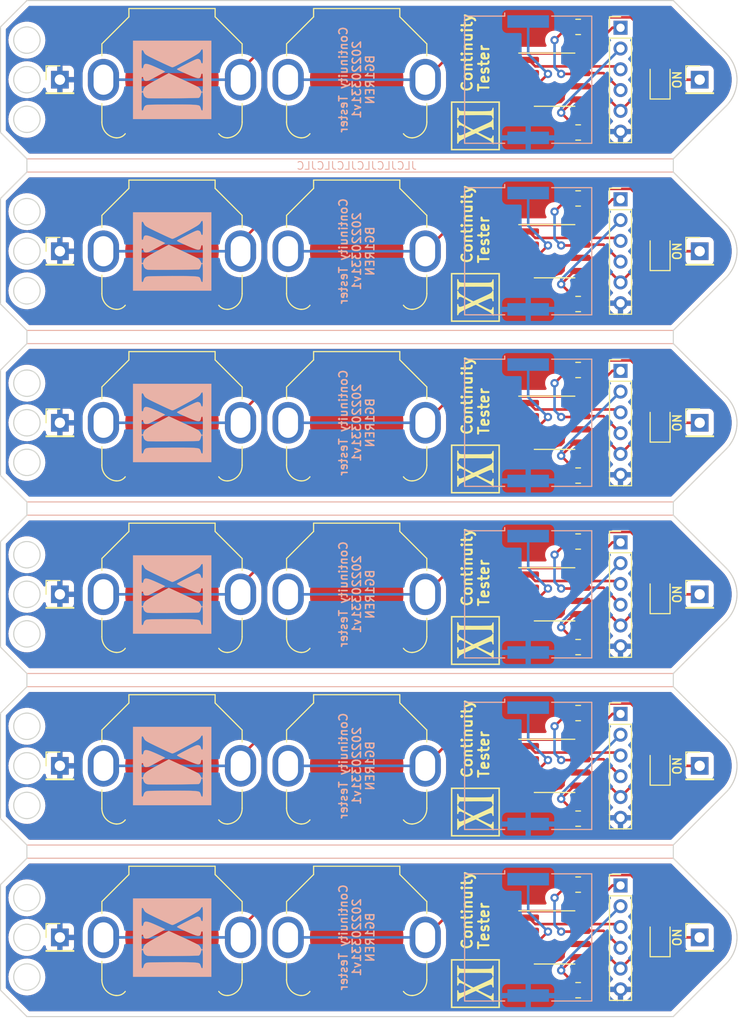
<source format=kicad_pcb>
(kicad_pcb (version 20211014) (generator pcbnew)
  (layers (0 "F.Cu" signal) (31 "B.Cu" signal) (34 "B.Paste" user) (35 "F.Paste" user) (36 "B.SilkS" user "B.Silkscreen") (37 "F.SilkS" user "F.Silkscreen") (38 "B.Mask" user) (39 "F.Mask" user) (44 "Edge.Cuts" user))
  (net 0 "")
  (net 1 "Board_0-/BEEP")
  (net 2 "Board_0-/MISO")
  (net 3 "Board_0-/MOSI")
  (net 4 "Board_0-/RST")
  (net 5 "Board_0-/SCK")
  (net 6 "Board_0-/VCC")
  (net 7 "Board_0-GND")
  (net 8 "Board_0-Net-(BT1-Pad2)")
  (net 9 "Board_0-Net-(D1-Pad2)")
  (net 10 "Board_0-unconnected-(U1-Pad2)")
  (net 11 "Board_1-/BEEP")
  (net 12 "Board_1-/MISO")
  (net 13 "Board_1-/MOSI")
  (net 14 "Board_1-/RST")
  (net 15 "Board_1-/SCK")
  (net 16 "Board_1-/VCC")
  (net 17 "Board_1-GND")
  (net 18 "Board_1-Net-(BT1-Pad2)")
  (net 19 "Board_1-Net-(D1-Pad2)")
  (net 20 "Board_1-unconnected-(U1-Pad2)")
  (net 21 "Board_2-/BEEP")
  (net 22 "Board_2-/MISO")
  (net 23 "Board_2-/MOSI")
  (net 24 "Board_2-/RST")
  (net 25 "Board_2-/SCK")
  (net 26 "Board_2-/VCC")
  (net 27 "Board_2-GND")
  (net 28 "Board_2-Net-(BT1-Pad2)")
  (net 29 "Board_2-Net-(D1-Pad2)")
  (net 30 "Board_2-unconnected-(U1-Pad2)")
  (net 31 "Board_3-/BEEP")
  (net 32 "Board_3-/MISO")
  (net 33 "Board_3-/MOSI")
  (net 34 "Board_3-/RST")
  (net 35 "Board_3-/SCK")
  (net 36 "Board_3-/VCC")
  (net 37 "Board_3-GND")
  (net 38 "Board_3-Net-(BT1-Pad2)")
  (net 39 "Board_3-Net-(D1-Pad2)")
  (net 40 "Board_3-unconnected-(U1-Pad2)")
  (net 41 "Board_4-/BEEP")
  (net 42 "Board_4-/MISO")
  (net 43 "Board_4-/MOSI")
  (net 44 "Board_4-/RST")
  (net 45 "Board_4-/SCK")
  (net 46 "Board_4-/VCC")
  (net 47 "Board_4-GND")
  (net 48 "Board_4-Net-(BT1-Pad2)")
  (net 49 "Board_4-Net-(D1-Pad2)")
  (net 50 "Board_4-unconnected-(U1-Pad2)")
  (net 51 "Board_5-/BEEP")
  (net 52 "Board_5-/MISO")
  (net 53 "Board_5-/MOSI")
  (net 54 "Board_5-/RST")
  (net 55 "Board_5-/SCK")
  (net 56 "Board_5-/VCC")
  (net 57 "Board_5-GND")
  (net 58 "Board_5-Net-(BT1-Pad2)")
  (net 59 "Board_5-Net-(D1-Pad2)")
  (net 60 "Board_5-unconnected-(U1-Pad2)")
  (footprint "bg1ren:BatteryHolder_LR44_THT" (layer "F.Cu") (at 31.508949 88.66)
    (fp_text reference "BT2" hide)
    (fp_text value "Battery_Cell")
  )
  (footprint "Connector_PinHeader_2.54mm:PinHeader_1x01_P2.54mm_Vertical" (layer "F.Cu") (at 82.308949 22.62)
    (fp_text reference "J1" hide)
    (fp_text value "PROBE")
  )
  (footprint "LED_SMD:LED_0805_2012Metric_Pad1.15x1.40mm_HandSolder" (layer "F.Cu") (at 78.498949 55.64 90)
    (fp_text reference "D1" hide)
    (fp_text value "ON")
  )
  (footprint "Resistor_SMD:R_0805_2012Metric_Pad1.20x1.40mm_HandSolder" (layer "F.Cu") (at 70.608949 77.23 180)
    (fp_text reference "R2" hide)
    (fp_text value "51")
  )
  (footprint "bg1ren:BatteryHolder_LR44_THT" (layer "F.Cu") (at 31.508949 72.15)
    (fp_text reference "BT2" hide)
    (fp_text value "Battery_Cell")
  )
  (footprint "bg1ren:BatteryHolder_LR44_THT" (layer "F.Cu") (at 31.508949 55.64)
    (fp_text reference "BT2" hide)
    (fp_text value "Battery_Cell")
  )
  (footprint "xi:xi-logo-c-05_05" (layer "F.Cu") (at 60.718949 109.615 90)
    (fp_text reference "G***" hide)
    (fp_text value "LOGO" hide)
  )
  (footprint "Connector_PinHeader_2.54mm:PinHeader_1x01_P2.54mm_Vertical" (layer "F.Cu") (at 82.308949 55.64)
    (fp_text reference "J1" hide)
    (fp_text value "PROBE")
  )
  (footprint "Resistor_SMD:R_0805_2012Metric_Pad1.20x1.40mm_HandSolder" (layer "F.Cu") (at 70.608949 34.05 180)
    (fp_text reference "R1" hide)
    (fp_text value "2.7K")
  )
  (footprint "LED_SMD:LED_0805_2012Metric_Pad1.15x1.40mm_HandSolder" (layer "F.Cu") (at 78.498949 105.17 90)
    (fp_text reference "D1" hide)
    (fp_text value "ON")
  )
  (footprint "Connector_PinHeader_2.54mm:PinHeader_1x01_P2.54mm_Vertical" (layer "F.Cu") (at 20.713949 105.17)
    (fp_text reference "J3" hide)
    (fp_text value "GND")
  )
  (footprint "Connector_PinHeader_2.54mm:PinHeader_1x01_P2.54mm_Vertical" (layer "F.Cu") (at 82.308949 39.13)
    (fp_text reference "J1" hide)
    (fp_text value "PROBE")
  )
  (footprint "LED_SMD:LED_0805_2012Metric_Pad1.15x1.40mm_HandSolder" (layer "F.Cu") (at 78.498949 39.13 90)
    (fp_text reference "D1" hide)
    (fp_text value "ON")
  )
  (footprint "Package_SO:SOIC-8_3.9x4.9mm_P1.27mm" (layer "F.Cu") (at 68.338949 22.62)
    (fp_text reference "U1" hide)
    (fp_text value "ATtiny13A-SS")
  )
  (footprint "Resistor_SMD:R_0805_2012Metric_Pad1.20x1.40mm_HandSolder" (layer "F.Cu") (at 70.608949 17.54 180)
    (fp_text reference "R1" hide)
    (fp_text value "2.7K")
  )
  (footprint "bg1ren:BatteryHolder_LR44_THT" (layer "F.Cu") (at 49.288949 55.64)
    (fp_text reference "BT1" hide)
    (fp_text value "Battery_Cell")
  )
  (footprint "bg1ren:BatteryHolder_LR44_THT" (layer "F.Cu") (at 49.288949 39.13)
    (fp_text reference "BT1" hide)
    (fp_text value "Battery_Cell")
  )
  (footprint "xi:xi-logo-c-05_05" (layer "F.Cu") (at 60.718949 27.065 90)
    (fp_text reference "G***" hide)
    (fp_text value "LOGO" hide)
  )
  (footprint "Connector_PinHeader_2.54mm:PinHeader_1x01_P2.54mm_Vertical" (layer "F.Cu") (at 82.308949 72.15)
    (fp_text reference "J1" hide)
    (fp_text value "PROBE")
  )
  (footprint "LED_SMD:LED_0805_2012Metric_Pad1.15x1.40mm_HandSolder" (layer "F.Cu") (at 78.498949 72.15 90)
    (fp_text reference "D1" hide)
    (fp_text value "ON")
  )
  (footprint "xi:xi-logo-c-05_05" (layer "F.Cu") (at 60.718949 93.105 90)
    (fp_text reference "G***" hide)
    (fp_text value "LOGO" hide)
  )
  (footprint "bg1ren:BatteryHolder_LR44_THT" (layer "F.Cu") (at 49.288949 22.62)
    (fp_text reference "BT1" hide)
    (fp_text value "Battery_Cell")
  )
  (footprint "Resistor_SMD:R_0805_2012Metric_Pad1.20x1.40mm_HandSolder" (layer "F.Cu") (at 70.608949 110.25 180)
    (fp_text reference "R2" hide)
    (fp_text value "51")
  )
  (footprint "Connector_PinHeader_2.54mm:PinHeader_1x01_P2.54mm_Vertical" (layer "F.Cu") (at 20.713949 55.64)
    (fp_text reference "J3" hide)
    (fp_text value "GND")
  )
  (footprint "Resistor_SMD:R_0805_2012Metric_Pad1.20x1.40mm_HandSolder" (layer "F.Cu") (at 70.608949 44.21 180)
    (fp_text reference "R2" hide)
    (fp_text value "51")
  )
  (footprint "Connector_PinHeader_2.54mm:PinHeader_1x01_P2.54mm_Vertical" (layer "F.Cu") (at 20.713949 39.13)
    (fp_text reference "J3" hide)
    (fp_text value "GND")
  )
  (footprint "xi:xi-logo-c-05_05" (layer "F.Cu") (at 60.718949 60.085 90)
    (fp_text reference "G***" hide)
    (fp_text value "LOGO" hide)
  )
  (footprint "Connector_PinHeader_2.00mm:PinHeader_1x06_P2.00mm_Vertical" (layer "F.Cu") (at 74.688949 34.13)
    (fp_text reference "J2" hide)
    (fp_text value "ICSP")
  )
  (footprint "Connector_PinHeader_2.00mm:PinHeader_1x06_P2.00mm_Vertical" (layer "F.Cu") (at 74.688949 83.66)
    (fp_text reference "J2" hide)
    (fp_text value "ICSP")
  )
  (footprint "Connector_PinHeader_2.00mm:PinHeader_1x06_P2.00mm_Vertical" (layer "F.Cu") (at 74.688949 50.64)
    (fp_text reference "J2" hide)
    (fp_text value "ICSP")
  )
  (footprint "Connector_PinHeader_2.54mm:PinHeader_1x01_P2.54mm_Vertical" (layer "F.Cu") (at 82.308949 88.66)
    (fp_text reference "J1" hide)
    (fp_text value "PROBE")
  )
  (footprint "bg1ren:BatteryHolder_LR44_THT" (layer "F.Cu") (at 31.508949 105.17)
    (fp_text reference "BT2" hide)
    (fp_text value "Battery_Cell")
  )
  (footprint "Connector_PinHeader_2.54mm:PinHeader_1x01_P2.54mm_Vertical" (layer "F.Cu") (at 20.713949 22.62)
    (fp_text reference "J3" hide)
    (fp_text value "GND")
  )
  (footprint "Package_SO:SOIC-8_3.9x4.9mm_P1.27mm" (layer "F.Cu") (at 68.338949 105.17)
    (fp_text reference "U1" hide)
    (fp_text value "ATtiny13A-SS")
  )
  (footprint "Package_SO:SOIC-8_3.9x4.9mm_P1.27mm" (layer "F.Cu") (at 68.338949 39.13)
    (fp_text reference "U1" hide)
    (fp_text value "ATtiny13A-SS")
  )
  (footprint "Resistor_SMD:R_0805_2012Metric_Pad1.20x1.40mm_HandSolder" (layer "F.Cu") (at 70.608949 60.72 180)
    (fp_text reference "R2" hide)
    (fp_text value "51")
  )
  (footprint "xi:xi-logo-c-05_05" (layer "F.Cu") (at 60.718949 76.595 90)
    (fp_text reference "G***" hide)
    (fp_text value "LOGO" hide)
  )
  (footprint "Connector_PinHeader_2.54mm:PinHeader_1x01_P2.54mm_Vertical" (layer "F.Cu") (at 20.713949 88.66)
    (fp_text reference "J3" hide)
    (fp_text value "GND")
  )
  (footprint "Connector_PinHeader_2.54mm:PinHeader_1x01_P2.54mm_Vertical" (layer "F.Cu") (at 20.713949 72.15)
    (fp_text reference "J3" hide)
    (fp_text value "GND")
  )
  (footprint "LED_SMD:LED_0805_2012Metric_Pad1.15x1.40mm_HandSolder" (layer "F.Cu") (at 78.498949 88.66 90)
    (fp_text reference "D1" hide)
    (fp_text value "ON")
  )
  (footprint "Connector_PinHeader_2.00mm:PinHeader_1x06_P2.00mm_Vertical" (layer "F.Cu") (at 74.688949 100.17)
    (fp_text reference "J2" hide)
    (fp_text value "ICSP")
  )
  (footprint "xi:xi-logo-c-05_05" (layer "F.Cu") (at 60.718949 43.575 90)
    (fp_text reference "G***" hide)
    (fp_text value "LOGO" hide)
  )
  (footprint "Resistor_SMD:R_0805_2012Metric_Pad1.20x1.40mm_HandSolder" (layer "F.Cu") (at 70.608949 100.09 180)
    (fp_text reference "R1" hide)
    (fp_text value "2.7K")
  )
  (footprint "Resistor_SMD:R_0805_2012Metric_Pad1.20x1.40mm_HandSolder" (layer "F.Cu") (at 70.608949 50.56 180)
    (fp_text reference "R1" hide)
    (fp_text value "2.7K")
  )
  (footprint "Resistor_SMD:R_0805_2012Metric_Pad1.20x1.40mm_HandSolder" (layer "F.Cu") (at 70.608949 67.07 180)
    (fp_text reference "R1" hide)
    (fp_text value "2.7K")
  )
  (footprint "Resistor_SMD:R_0805_2012Metric_Pad1.20x1.40mm_HandSolder" (layer "F.Cu") (at 70.608949 83.58 180)
    (fp_text reference "R1" hide)
    (fp_text value "2.7K")
  )
  (footprint "Connector_PinHeader_2.54mm:PinHeader_1x01_P2.54mm_Vertical" (layer "F.Cu") (at 82.308949 105.17)
    (fp_text reference "J1" hide)
    (fp_text value "PROBE")
  )
  (footprint "Package_SO:SOIC-8_3.9x4.9mm_P1.27mm" (layer "F.Cu") (at 68.338949 55.64)
    (fp_text reference "U1" hide)
    (fp_text value "ATtiny13A-SS")
  )
  (footprint "bg1ren:BatteryHolder_LR44_THT" (layer "F.Cu") (at 31.508949 39.13)
    (fp_text reference "BT2" hide)
    (fp_text value "Battery_Cell")
  )
  (footprint "bg1ren:BatteryHolder_LR44_THT" (layer "F.Cu") (at 49.288949 88.66)
    (fp_text reference "BT1" hide)
    (fp_text value "Battery_Cell")
  )
  (footprint "bg1ren:BatteryHolder_LR44_THT" (layer "F.Cu") (at 49.288949 105.17)
    (fp_text reference "BT1" hide)
    (fp_text value "Battery_Cell")
  )
  (footprint "Connector_PinHeader_2.00mm:PinHeader_1x06_P2.00mm_Vertical" (layer "F.Cu") (at 74.688949 67.15)
    (fp_text reference "J2" hide)
    (fp_text value "ICSP")
  )
  (footprint "LED_SMD:LED_0805_2012Metric_Pad1.15x1.40mm_HandSolder" (layer "F.Cu") (at 78.498949 22.62 90)
    (fp_text reference "D1" hide)
    (fp_text value "ON")
  )
  (footprint "Resistor_SMD:R_0805_2012Metric_Pad1.20x1.40mm_HandSolder" (layer "F.Cu") (at 70.608949 27.7 180)
    (fp_text reference "R2" hide)
    (fp_text value "51")
  )
  (footprint "Package_SO:SOIC-8_3.9x4.9mm_P1.27mm" (layer "F.Cu") (at 68.338949 72.15)
    (fp_text reference "U1" hide)
    (fp_text value "ATtiny13A-SS")
  )
  (footprint "Package_SO:SOIC-8_3.9x4.9mm_P1.27mm" (layer "F.Cu") (at 68.338949 88.66)
    (fp_text reference "U1" hide)
    (fp_text value "ATtiny13A-SS")
  )
  (footprint "Resistor_SMD:R_0805_2012Metric_Pad1.20x1.40mm_HandSolder" (layer "F.Cu") (at 70.608949 93.74 180)
    (fp_text reference "R2" hide)
    (fp_text value "51")
  )
  (footprint "bg1ren:BatteryHolder_LR44_THT" (layer "F.Cu") (at 31.508949 22.62)
    (fp_text reference "BT2" hide)
    (fp_text value "Battery_Cell")
  )
  (footprint "Connector_PinHeader_2.00mm:PinHeader_1x06_P2.00mm_Vertical" (layer "F.Cu") (at 74.688949 17.62)
    (fp_text reference "J2" hide)
    (fp_text value "ICSP")
  )
  (footprint "bg1ren:BatteryHolder_LR44_THT" (layer "F.Cu") (at 49.288949 72.15)
    (fp_text reference "BT1" hide)
    (fp_text value "Battery_Cell")
  )
  (footprint "Buzzer_Beeper:Buzzer_Murata_PKLCS1212E" (layer "B.Cu") (at 65.798949 105.17 -90)
    (fp_text reference "BZ1" hide)
    (fp_text value "Buzzer")
  )
  (footprint "xi:xi-logo-c-inverted-08_08" (layer "B.Cu") (at 31.508949 88.66 -90)
    (fp_text reference "G***" hide)
    (fp_text value "LOGO" hide)
  )
  (footprint "xi:xi-logo-c-inverted-08_08" (layer "B.Cu") (at 31.508949 22.62 -90)
    (fp_text reference "G***" hide)
    (fp_text value "LOGO" hide)
  )
  (footprint "Buzzer_Beeper:Buzzer_Murata_PKLCS1212E" (layer "B.Cu") (at 65.798949 22.62 -90)
    (fp_text reference "BZ1" hide)
    (fp_text value "Buzzer")
  )
  (footprint "xi:xi-logo-c-inverted-08_08" (layer "B.Cu") (at 31.508949 105.17 -90)
    (fp_text reference "G***" hide)
    (fp_text value "LOGO" hide)
  )
  (footprint "xi:xi-logo-c-inverted-08_08" (layer "B.Cu") (at 31.508949 39.13 -90)
    (fp_text reference "G***" hide)
    (fp_text value "LOGO" hide)
  )
  (footprint "Buzzer_Beeper:Buzzer_Murata_PKLCS1212E" (layer "B.Cu") (at 65.798949 88.66 -90)
    (fp_text reference "BZ1" hide)
    (fp_text value "Buzzer")
  )
  (footprint "Buzzer_Beeper:Buzzer_Murata_PKLCS1212E" (layer "B.Cu") (at 65.798949 39.13 -90)
    (fp_text reference "BZ1" hide)
    (fp_text value "Buzzer")
  )
  (footprint "xi:xi-logo-c-inverted-08_08" (layer "B.Cu") (at 31.508949 55.64 -90)
    (fp_text reference "G***" hide)
    (fp_text value "LOGO" hide)
  )
  (footprint "Buzzer_Beeper:Buzzer_Murata_PKLCS1212E" (layer "B.Cu") (at 65.798949 55.64 -90)
    (fp_text reference "BZ1" hide)
    (fp_text value "Buzzer")
  )
  (footprint "Buzzer_Beeper:Buzzer_Murata_PKLCS1212E" (layer "B.Cu") (at 65.798949 72.15 -90)
    (fp_text reference "BZ1" hide)
    (fp_text value "Buzzer")
  )
  (footprint "xi:xi-logo-c-inverted-08_08" (layer "B.Cu") (at 31.508949 72.15 -90)
    (fp_text reference "G***" hide)
    (fp_text value "LOGO" hide)
  )
  (gr_arc (start 84.848949 36.59) (mid 85.901051 39.13) (end 84.848949 41.67) (layer "B.SilkS") (width 0.1))
  (gr_line (start 17.538949 79.77) (end 14.998949 77.23) (layer "B.SilkS") (width 0.1))
  (gr_line (start 84.848949 91.2) (end 79.768949 96.28) (layer "B.SilkS") (width 0.1))
  (gr_line (start 79.768949 96.28) (end 17.538949 96.28) (layer "B.SilkS") (width 0.1))
  (gr_arc (start 84.848949 20.08) (mid 85.901051 22.62) (end 84.848949 25.16) (layer "B.SilkS") (width 0.1))
  (gr_line (start 79.768949 15) (end 84.848949 20.08) (layer "B.SilkS") (width 0.1))
  (gr_line (start 79.768949 97.55) (end 84.848949 102.63) (layer "B.SilkS") (width 0.1))
  (gr_line (start 17.538949 46.75) (end 14.998949 44.21) (layer "B.SilkS") (width 0.1))
  (gr_line (start 14.998949 27.7) (end 14.998949 17.54) (layer "B.SilkS") (width 0.1))
  (gr_line (start 17.538949 63.26) (end 14.998949 60.72) (layer "B.SilkS") (width 0.1))
  (gr_line (start 14.998949 83.58) (end 17.538949 81.04) (layer "B.SilkS") (width 0.1))
  (gr_line (start 79.768949 30.24) (end 17.538949 30.24) (layer "B.SilkS") (width 0.1))
  (gr_line (start 17.538949 81.04) (end 79.768949 81.04) (layer "B.SilkS") (width 0.1))
  (gr_line (start 17.538949 30.24) (end 14.998949 27.7) (layer "B.SilkS") (width 0.1))
  (gr_line (start 84.848949 107.71) (end 79.768949 112.79) (layer "B.SilkS") (width 0.1))
  (gr_line (start 84.848949 25.16) (end 79.768949 30.24) (layer "B.SilkS") (width 0.1))
  (gr_line (start 79.768949 48.02) (end 84.848949 53.1) (layer "B.SilkS") (width 0.1))
  (gr_line (start 17.538949 31.51) (end 79.768949 31.51) (layer "B.SilkS") (width 0.1))
  (gr_line (start 84.848949 74.69) (end 79.768949 79.77) (layer "B.SilkS") (width 0.1))
  (gr_line (start 14.998949 60.72) (end 14.998949 50.56) (layer "B.SilkS") (width 0.1))
  (gr_line (start 14.998949 93.74) (end 14.998949 83.58) (layer "B.SilkS") (width 0.1))
  (gr_line (start 14.998949 17.54) (end 17.538949 15) (layer "B.SilkS") (width 0.1))
  (gr_line (start 17.538949 64.53) (end 79.768949 64.53) (layer "B.SilkS") (width 0.1))
  (gr_line (start 14.998949 67.07) (end 17.538949 64.53) (layer "B.SilkS") (width 0.1))
  (gr_line (start 14.998949 34.05) (end 17.538949 31.51) (layer "B.SilkS") (width 0.1))
  (gr_line (start 79.768949 112.79) (end 17.538949 112.79) (layer "B.SilkS") (width 0.1))
  (gr_arc (start 84.848949 69.61) (mid 85.901051 72.15) (end 84.848949 74.69) (layer "B.SilkS") (width 0.1))
  (gr_line (start 14.998949 50.56) (end 17.538949 48.02) (layer "B.SilkS") (width 0.1))
  (gr_line (start 79.768949 63.26) (end 17.538949 63.26) (layer "B.SilkS") (width 0.1))
  (gr_line (start 14.998949 77.23) (end 14.998949 67.07) (layer "B.SilkS") (width 0.1))
  (gr_line (start 79.768949 64.53) (end 84.848949 69.61) (layer "B.SilkS") (width 0.1))
  (gr_arc (start 84.848949 102.63) (mid 85.901051 105.17) (end 84.848949 107.71) (layer "B.SilkS") (width 0.1))
  (gr_line (start 79.768949 81.04) (end 84.848949 86.12) (layer "B.SilkS") (width 0.1))
  (gr_line (start 17.538949 97.55) (end 79.768949 97.55) (layer "B.SilkS") (width 0.1))
  (gr_line (start 84.848949 58.18) (end 79.768949 63.26) (layer "B.SilkS") (width 0.1))
  (gr_line (start 17.538949 112.79) (end 14.998949 110.25) (layer "B.SilkS") (width 0.1))
  (gr_arc (start 84.848949 86.12) (mid 85.901051 88.66) (end 84.848949 91.2) (layer "B.SilkS") (width 0.1))
  (gr_line (start 79.768949 79.77) (end 17.538949 79.77) (layer "B.SilkS") (width 0.1))
  (gr_line (start 79.768949 31.51) (end 84.848949 36.59) (layer "B.SilkS") (width 0.1))
  (gr_arc (start 84.848949 53.1) (mid 85.901051 55.64) (end 84.848949 58.18) (layer "B.SilkS") (width 0.1))
  (gr_line (start 17.538949 15) (end 79.768949 15) (layer "B.SilkS") (width 0.1))
  (gr_line (start 17.538949 48.02) (end 79.768949 48.02) (layer "B.SilkS") (width 0.1))
  (gr_line (start 14.998949 100.09) (end 17.538949 97.55) (layer "B.SilkS") (width 0.1))
  (gr_line (start 14.998949 110.25) (end 14.998949 100.09) (layer "B.SilkS") (width 0.1))
  (gr_line (start 14.998949 44.21) (end 14.998949 34.05) (layer "B.SilkS") (width 0.1))
  (gr_line (start 84.848949 41.67) (end 79.768949 46.75) (layer "B.SilkS") (width 0.1))
  (gr_line (start 17.538949 96.28) (end 14.998949 93.74) (layer "B.SilkS") (width 0.1))
  (gr_line (start 79.768949 46.75) (end 17.538949 46.75) (layer "B.SilkS") (width 0.1))
  (gr_line (start 16.379599 42.421531) (end 16.406658 42.364832) (layer "Edge.Cuts") (width 0.1))
  (gr_line (start 16.715943 108.012755) (end 16.764783 107.973238) (layer "Edge.Cuts") (width 0.1))
  (gr_line (start 16.815519 107.936185) (end 16.868024 107.901686) (layer "Edge.Cuts") (width 0.1))
  (gr_line (start 16.436488 34.689539) (end 16.469015 34.63579) (layer "Edge.Cuts") (width 0.1))
  (gr_line (start 16.715943 41.972755) (end 16.764783 41.933238) (layer "Edge.Cuts") (width 0.1))
  (gr_line (start 18.656666 42.337001) (end 18.685119 42.393014) (layer "Edge.Cuts") (width 0.1))
  (gr_line (start 16.815519 52.873814) (end 16.764783 52.836761) (layer "Edge.Cuts") (width 0.1))
  (gr_line (start 17.955224 77.159839) (end 17.895378 77.178957) (layer "Edge.Cuts") (width 0.1))
  (gr_line (start 16.504161 72.886284) (end 16.469015 72.834209) (layer "Edge.Cuts") (width 0.1))
  (gr_line (start 16.669116 56.565359) (end 16.624418 56.521211) (layer "Edge.Cuts") (width 0.1))
  (gr_line (start 16.406658 72.725167) (end 16.379599 72.668468) (layer "Edge.Cuts") (width 0.1))
  (gr_line (start 16.272444 26.335838) (end 16.27865 26.27332) (layer "Edge.Cuts") (width 0.1))
  (gr_line (start 18.710767 52.319633) (end 18.685119 52.376985) (layer "Edge.Cuts") (width 0.1))
  (gr_line (start 16.764783 104.163238) (end 16.815519 104.126185) (layer "Edge.Cuts") (width 0.1))
  (gr_line (start 17.895378 91.251042) (end 17.955224 91.27016) (layer "Edge.Cuts") (width 0.1))
  (gr_line (start 18.753405 26.801478) (end 18.733547 26.861083) (layer "Edge.Cuts") (width 0.1))
  (gr_line (start 17.523241 37.860097) (end 17.586062 37.860874) (layer "Edge.Cuts") (width 0.1))
  (gr_line (start 17.586062 25.160874) (end 17.648767 25.164756) (layer "Edge.Cuts") (width 0.1))
  (gr_line (start 17.955224 44.139839) (end 17.895378 44.158957) (layer "Edge.Cuts") (width 0.1))
  (gr_line (start 17.460459 77.227572) (end 17.397869 77.222139) (layer "Edge.Cuts") (width 0.1))
  (gr_line (start 85.896128 55.827996) (end 85.901051 55.64) (layer "Edge.Cuts") (width 0.1))
  (gr_line (start 18.794986 52.017804) (end 18.784161 52.07969) (layer "Edge.Cuts") (width 0.1))
  (gr_line (start 16.406658 42.364832) (end 16.436488 42.309539) (layer "Edge.Cuts") (width 0.1))
  (gr_line (start 16.269337 55.608587) (end 16.272444 55.545838) (layer "Edge.Cuts") (width 0.1))
  (gr_line (start 16.287941 39.348814) (end 16.27865 39.286679) (layer "Edge.Cuts") (width 0.1))
  (gr_line (start 18.656666 39.732998) (end 18.625478 39.787535) (layer "Edge.Cuts") (width 0.1))
  (gr_line (start 18.77029 35.630965) (end 18.753405 35.691478) (layer "Edge.Cuts") (width 0.1))
  (gr_line (start 18.555208 42.178345) (end 18.591631 42.229535) (layer "Edge.Cuts") (width 0.1))
  (gr_line (start 85.856826 39.691928) (end 85.881373 39.505476) (layer "Edge.Cuts") (width 0.1))
  (gr_line (start 85.881373 89.035476) (end 85.896128 88.847996) (layer "Edge.Cuts") (width 0.1))
  (gr_line (start 16.504161 56.376284) (end 16.469015 56.324209) (layer "Edge.Cuts") (width 0.1))
  (gr_line (start 16.272444 22.714161) (end 16.269337 22.651412) (layer "Edge.Cuts") (width 0.1))
  (gr_line (start 17.397869 103.90786) (end 17.460459 103.902427) (layer "Edge.Cuts") (width 0.1))
  (gr_line (start 16.815519 87.616185) (end 16.868024 87.581686) (layer "Edge.Cuts") (width 0.1))
  (gr_line (start 84.848949 107.71) (end 84.978401 107.573585) (layer "Edge.Cuts") (width 0.1))
  (gr_line (start 16.436488 89.29046) (end 16.406658 89.235167) (layer "Edge.Cuts") (width 0.1))
  (gr_line (start 18.753405 43.311478) (end 18.733547 43.371083) (layer "Edge.Cuts") (width 0.1))
  (gr_line (start 18.77029 101.670965) (end 18.753405 101.731478) (layer "Edge.Cuts") (width 0.1))
  (gr_line (start 18.794986 85.037804) (end 18.784161 85.09969) (layer "Edge.Cuts") (width 0.1))
  (gr_line (start 16.922172 27.540174) (end 16.868024 27.508313) (layer "Edge.Cuts") (width 0.1))
  (gr_line (start 16.715943 38.162755) (end 16.764783 38.123238) (layer "Edge.Cuts") (width 0.1))
  (gr_line (start 16.27865 42.78332) (end 16.287941 42.721185) (layer "Edge.Cuts") (width 0.1))
  (gr_line (start 17.093123 34.130824) (end 17.152477 34.110231) (layer "Edge.Cuts") (width 0.1))
  (gr_line (start 16.406658 105.745167) (end 16.379599 105.688468) (layer "Edge.Cuts") (width 0.1))
  (gr_line (start 18.236339 100.29861) (end 18.287975 100.334398) (layer "Edge.Cuts") (width 0.1))
  (gr_line (start 17.093123 41.750824) (end 17.152477 41.730231) (layer "Edge.Cuts") (width 0.1))
  (gr_line (start 16.287941 51.611185) (end 16.300293 51.549586) (layer "Edge.Cuts") (width 0.1))
  (gr_line (start 16.406658 67.764832) (end 16.436488 67.709539) (layer "Edge.Cuts") (width 0.1))
  (gr_line (start 17.711204 25.171736) (end 17.773219 25.181794) (layer "Edge.Cuts") (width 0.1))
  (gr_line (start 18.753405 55.268521) (end 18.77029 55.329034) (layer "Edge.Cuts") (width 0.1))
  (gr_line (start 18.014052 110.157784) (end 17.955224 110.179839) (layer "Edge.Cuts") (width 0.1))
  (gr_line (start 17.711204 89.918263) (end 17.648767 89.925243) (layer "Edge.Cuts") (width 0.1))
  (gr_line (start 18.431403 21.716437) (end 18.474996 21.761678) (layer "Edge.Cuts") (width 0.1))
  (gr_line (start 16.269337 26.461412) (end 16.269337 26.398587) (layer "Edge.Cuts") (width 0.1))
  (gr_line (start 18.337778 76.947304) (end 18.287975 76.985601) (layer "Edge.Cuts") (width 0.1))
  (gr_line (start 16.27865 68.18332) (end 16.287941 68.121185) (layer "Edge.Cuts") (width 0.1))
  (gr_line (start 16.355378 39.590499) (end 16.334052 39.531404) (layer "Edge.Cuts") (width 0.1))
  (gr_line (start 17.895378 74.741042) (end 17.955224 74.76016) (layer "Edge.Cuts") (width 0.1))
  (gr_line (start 18.733547 43.371083) (end 18.710767 43.429633) (layer "Edge.Cuts") (width 0.1))
  (gr_line (start 84.978401 58.043585) (end 85.100536 57.900583) (layer "Edge.Cuts") (width 0.1))
  (gr_line (start 17.648767 83.584756) (end 17.711204 83.591736) (layer "Edge.Cuts") (width 0.1))
  (gr_line (start 17.83466 40.365092) (end 17.773219 40.378205) (layer "Edge.Cuts") (width 0.1))
  (gr_line (start 16.541839 102.146557) (end 16.504161 102.096284) (layer "Edge.Cuts") (width 0.1))
  (gr_line (start 17.093123 93.659175) (end 17.034859 93.635673) (layer "Edge.Cuts") (width 0.1))
  (gr_line (start 16.469015 69.024209) (end 16.436488 68.97046) (layer "Edge.Cuts") (width 0.1))
  (gr_line (start 16.977829 71.010682) (end 17.034859 70.984326) (layer "Edge.Cuts") (width 0.1))
  (gr_line (start 17.586062 40.399125) (end 17.523241 40.399902) (layer "Edge.Cuts") (width 0.1))
  (gr_line (start 18.555208 71.388345) (end 18.591631 71.439535) (layer "Edge.Cuts") (width 0.1))
  (gr_line (start 16.581957 19.644906) (end 16.541839 19.596557) (layer "Edge.Cuts") (width 0.1))
  (gr_line (start 18.431403 73.053562) (end 18.385627 73.096591) (layer "Edge.Cuts") (width 0.1))
  (gr_line (start 16.469015 27.114209) (end 16.436488 27.06046) (layer "Edge.Cuts") (width 0.1))
  (gr_line (start 17.773219 37.881794) (end 17.83466 37.894907) (layer "Edge.Cuts") (width 0.1))
  (gr_line (start 18.685119 19.356985) (end 18.656666 19.412998) (layer "Edge.Cuts") (width 0.1))
  (gr_line (start 16.436488 21.989539) (end 16.469015 21.93579) (layer "Edge.Cuts") (width 0.1))
  (gr_line (start 17.83466 36.555092) (end 17.773219 36.568205) (layer "Edge.Cuts") (width 0.1))
  (gr_line (start 17.034859 74.794326) (end 17.093123 74.770824) (layer "Edge.Cuts") (width 0.1))
  (gr_line (start 18.733547 34.888916) (end 18.753405 34.948521) (layer "Edge.Cuts") (width 0.1))
  (gr_line (start 17.648767 20.075243) (end 17.586062 20.079125) (layer "Edge.Cuts") (width 0.1))
  (gr_line (start 16.922172 69.450174) (end 16.868024 69.418313) (layer "Edge.Cuts") (width 0.1))
  (gr_line (start 17.093123 83.660824) (end 17.152477 83.640231) (layer "Edge.Cuts") (width 0.1))
  (gr_line (start 17.523241 106.439902) (end 17.460459 106.437572) (layer "Edge.Cuts") (width 0.1))
  (gr_line (start 18.656666 84.247001) (end 18.685119 84.303014) (layer "Edge.Cuts") (width 0.1))
  (gr_line (start 17.034859 107.814326) (end 17.093123 107.790824) (layer "Edge.Cuts") (width 0.1))
  (gr_line (start 17.895378 87.441042) (end 17.955224 87.46016) (layer "Edge.Cuts") (width 0.1))
  (gr_line (start 18.685119 104.623014) (end 18.710767 104.680366) (layer "Edge.Cuts") (width 0.1))
  (gr_line (start 17.54 112.79) (end 79.77 112.79) (layer "Edge.Cuts") (width 0.1))
  (gr_line (start 16.581957 36.154906) (end 16.541839 36.106557) (layer "Edge.Cuts") (width 0.1))
  (gr_line (start 16.315676 18.468673) (end 16.334052 18.408595) (layer "Edge.Cuts") (width 0.1))
  (gr_line (start 16.868024 71.071686) (end 16.922172 71.039825) (layer "Edge.Cuts") (width 0.1))
  (gr_line (start 17.212778 107.752599) (end 17.273876 107.73797) (layer "Edge.Cuts") (width 0.1))
  (gr_line (start 16.764783 91.463238) (end 16.815519 91.426185) (layer "Edge.Cuts") (width 0.1))
  (gr_line (start 16.334052 84.448595) (end 16.355378 84.3895) (layer "Edge.Cuts") (width 0.1))
  (gr_line (start 16.581957 43.774906) (end 16.541839 43.726557) (layer "Edge.Cuts") (width 0.1))
  (gr_line (start 16.868024 85.928313) (end 16.815519 85.893814) (layer "Edge.Cuts") (width 0.1))
  (gr_line (start 16.379599 104.651531) (end 16.406658 104.594832) (layer "Edge.Cuts") (width 0.1))
  (gr_line (start 17.586062 102.629125) (end 17.523241 102.629902) (layer "Edge.Cuts") (width 0.1))
  (gr_line (start 84.848949 41.67) (end 84.978401 41.533585) (layer "Edge.Cuts") (width 0.1))
  (gr_line (start 16.977829 56.779317) (end 16.922172 56.750174) (layer "Edge.Cuts") (width 0.1))
  (gr_line (start 16.406658 38.554832) (end 16.436488 38.499539) (layer "Edge.Cuts") (width 0.1))
  (gr_line (start 16.764783 67.333238) (end 16.815519 67.296185) (layer "Edge.Cuts") (width 0.1))
  (gr_line (start 17.093123 54.450824) (end 17.152477 54.430231) (layer "Edge.Cuts") (width 0.1))
  (gr_line (start 85.822554 71.403159) (end 85.778653 71.220295) (layer "Edge.Cuts") (width 0.1))
  (gr_line (start 16.300293 35.600413) (end 16.287941 35.538814) (layer "Edge.Cuts") (width 0.1))
  (gr_line (start 18.733547 105.601083) (end 18.710767 105.659633) (layer "Edge.Cuts") (width 0.1))
  (gr_line (start 17.397869 102.622139) (end 17.335624 102.613618) (layer "Edge.Cuts") (width 0.1))
  (gr_line (start 18.802736 39.004541) (end 18.807395 39.067193) (layer "Edge.Cuts") (width 0.1))
  (gr_line (start 16.541839 52.616557) (end 16.504161 52.566284) (layer "Edge.Cuts") (width 0.1))
  (gr_line (start 18.802736 18.935458) (end 18.794986 18.997804) (layer "Edge.Cuts") (width 0.1))
  (gr_line (start 16.504161 104.433715) (end 16.541839 104.383442) (layer "Edge.Cuts") (width 0.1))
  (gr_line (start 16.287941 88.878814) (end 16.27865 88.816679) (layer "Edge.Cuts") (width 0.1))
  (gr_line (start 85.778653 54.710295) (end 85.725241 54.529979) (layer "Edge.Cuts") (width 0.1))
  (gr_line (start 18.710767 71.660366) (end 18.733547 71.718916) (layer "Edge.Cuts") (width 0.1))
  (gr_line (start 16.868024 93.548313) (end 16.815519 93.513814) (layer "Edge.Cuts") (width 0.1))
  (gr_line (start 85.321539 103.2136) (end 85.21502 103.058615) (layer "Edge.Cuts") (width 0.1))
  (gr_line (start 16.669116 89.585359) (end 16.624418 89.541211) (layer "Edge.Cuts") (width 0.1))
  (gr_line (start 85.100536 86.399416) (end 84.978401 86.256414) (layer "Edge.Cuts") (width 0.1))
  (gr_line (start 18.474996 85.708321) (end 18.431403 85.753562) (layer "Edge.Cuts") (width 0.1))
  (gr_line (start 17.711204 106.428263) (end 17.648767 106.435243) (layer "Edge.Cuts") (width 0.1))
  (gr_line (start 18.014052 91.292215) (end 18.071716 91.317151) (layer "Edge.Cuts") (width 0.1))
  (gr_line (start 18.753405 42.568521) (end 18.77029 42.629034) (layer "Edge.Cuts") (width 0.1))
  (gr_line (start 16.315676 51.488673) (end 16.334052 51.428595) (layer "Edge.Cuts") (width 0.1))
  (gr_line (start 16.977829 73.289317) (end 16.922172 73.260174) (layer "Edge.Cuts") (width 0.1))
  (gr_line (start 16.436488 109.61046) (end 16.406658 109.555167) (layer "Edge.Cuts") (width 0.1))
  (gr_line (start 18.656666 109.582998) (end 18.625478 109.637535) (layer "Edge.Cuts") (width 0.1))
  (gr_line (start 16.406658 75.384832) (end 16.436488 75.329539) (layer "Edge.Cuts") (width 0.1))
  (gr_line (start 85.100536 57.900583) (end 85.21502 57.751384) (layer "Edge.Cuts") (width 0.1))
  (gr_line (start 18.071716 50.677151) (end 18.128077 50.704909) (layer "Edge.Cuts") (width 0.1))
  (gr_line (start 17.648767 70.884756) (end 17.711204 70.891736) (layer "Edge.Cuts") (width 0.1))
  (gr_line (start 16.436488 84.219539) (end 16.469015 84.16579) (layer "Edge.Cuts") (width 0.1))
  (gr_line (start 16.355378 59.910499) (end 16.334052 59.851404) (layer "Edge.Cuts") (width 0.1))
  (gr_line (start 16.272444 18.904161) (end 16.269337 18.841412) (layer "Edge.Cuts") (width 0.1))
  (gr_line (start 16.436488 105.80046) (end 16.406658 105.745167) (layer "Edge.Cuts") (width 0.1))
  (gr_line (start 16.624418 87.778788) (end 16.669116 87.73464) (layer "Edge.Cuts") (width 0.1))
  (gr_line (start 17.460459 36.587572) (end 17.397869 36.582139) (layer "Edge.Cuts") (width 0.1))
  (gr_line (start 16.406658 101.935167) (end 16.379599 101.878468) (layer "Edge.Cuts") (width 0.1))
  (gr_line (start 85.21502 107.281384) (end 85.321539 107.126399) (layer "Edge.Cuts") (width 0.1))
  (gr_line (start 16.287941 108.761185) (end 16.300293 108.699586) (layer "Edge.Cuts") (width 0.1))
  (gr_line (start 18.385627 102.306591) (end 18.337778 102.347304) (layer "Edge.Cuts") (width 0.1))
  (gr_line (start 18.808949 92.47) (end 18.807395 92.532806) (layer "Edge.Cuts") (width 0.1))
  (gr_line (start 16.287941 88.441185) (end 16.300293 88.379586) (layer "Edge.Cuts") (width 0.1))
  (gr_line (start 18.77029 38.819034) (end 18.784161 38.880309) (layer "Edge.Cuts") (width 0.1))
  (gr_line (start 16.27865 35.476679) (end 16.272444 35.414161) (layer "Edge.Cuts") (width 0.1))
  (gr_line (start 16.272444 76.054161) (end 16.269337 75.991412) (layer "Edge.Cuts") (width 0.1))
  (gr_line (start 18.287975 71.124398) (end 18.337778 71.162695) (layer "Edge.Cuts") (width 0.1))
  (gr_line (start 18.182996 56.734578) (end 18.128077 56.76509) (layer "Edge.Cuts") (width 0.1))
  (gr_line (start 17.711204 69.598263) (end 17.648767 69.605243) (layer "Edge.Cuts") (width 0.1))
  (gr_line (start 16.581957 21.785093) (end 16.624418 21.738788) (layer "Edge.Cuts") (width 0.1))
  (gr_line (start 16.27865 105.326679) (end 16.272444 105.264161) (layer "Edge.Cuts") (width 0.1))
  (gr_line (start 18.656666 89.262998) (end 18.625478 89.317535) (layer "Edge.Cuts") (width 0.1))
  (gr_line (start 17.152477 83.640231) (end 17.212778 83.622599) (layer "Edge.Cuts") (width 0.1))
  (gr_line (start 16.315676 68.681326) (end 16.300293 68.620413) (layer "Edge.Cuts") (width 0.1))
  (gr_line (start 18.236339 71.08861) (end 18.287975 71.124398) (layer "Edge.Cuts") (width 0.1))
  (gr_line (start 16.469015 51.14579) (end 16.504161 51.093715) (layer "Edge.Cuts") (width 0.1))
  (gr_line (start 16.815519 106.213814) (end 16.764783 106.176761) (layer "Edge.Cuts") (width 0.1))
  (gr_line (start 18.128077 91.344909) (end 18.182996 91.375421) (layer "Edge.Cuts") (width 0.1))
  (gr_line (start 17.273876 54.39797) (end 17.335624 54.386381) (layer "Edge.Cuts") (width 0.1))
  (gr_line (start 17.152477 34.110231) (end 17.212778 34.092599) (layer "Edge.Cuts") (width 0.1))
  (gr_line (start 85.4198 37.333948) (end 85.321539 37.1736) (layer "Edge.Cuts") (width 0.1))
  (gr_line (start 18.516298 72.960979) (end 18.474996 73.008321) (layer "Edge.Cuts") (width 0.1))
  (gr_line (start 18.182996 52.924578) (end 18.128077 52.95509) (layer "Edge.Cuts") (width 0.1))
  (gr_line (start 17.152477 67.130231) (end 17.212778 67.112599) (layer "Edge.Cuts") (width 0.1))
  (gr_line (start 16.300293 104.889586) (end 16.315676 104.828673) (layer "Edge.Cuts") (width 0.1))
  (gr_line (start 17.093123 87.470824) (end 17.152477 87.450231) (layer "Edge.Cuts") (width 0.1))
  (gr_line (start 18.431403 75.056437) (end 18.474996 75.101678) (layer "Edge.Cuts") (width 0.1))
  (gr_line (start 16.541839 75.173442) (end 16.581957 75.125093) (layer "Edge.Cuts") (width 0.1))
  (gr_line (start 18.733547 18.378916) (end 18.753405 18.438521) (layer "Edge.Cuts") (width 0.1))
  (gr_line (start 16.868024 54.561686) (end 16.922172 54.529825) (layer "Edge.Cuts") (width 0.1))
  (gr_line (start 16.469015 84.16579) (end 16.504161 84.113715) (layer "Edge.Cuts") (width 0.1))
  (gr_line (start 18.385627 17.863408) (end 18.431403 17.906437) (layer "Edge.Cuts") (width 0.1))
  (gr_line (start 17.54 15) (end 15 17.54) (layer "Edge.Cuts") (width 0.1))
  (gr_line (start 18.625478 23.277535) (end 18.591631 23.330464) (layer "Edge.Cuts") (width 0.1))
  (gr_line (start 16.715943 52.797244) (end 16.669116 52.755359) (layer "Edge.Cuts") (width 0.1))
  (gr_line (start 18.808949 18.81) (end 18.807395 18.872806) (layer "Edge.Cuts") (width 0.1))
  (gr_line (start 18.014052 103.992215) (end 18.071716 104.017151) (layer "Edge.Cuts") (width 0.1))
  (gr_line (start 17.83466 102.595092) (end 17.773219 102.608205) (layer "Edge.Cuts") (width 0.1))
  (gr_line (start 18.236339 69.401389) (end 18.182996 69.434578) (layer "Edge.Cuts") (width 0.1))
  (gr_line (start 18.182996 58.355421) (end 18.236339 58.38861) (layer "Edge.Cuts") (width 0.1))
  (gr_line (start 16.334052 38.728595) (end 16.355378 38.6695) (layer "Edge.Cuts") (width 0.1))
  (gr_line (start 18.182996 67.245421) (end 18.236339 67.27861) (layer "Edge.Cuts") (width 0.1))
  (gr_line (start 17.152477 27.639768) (end 17.093123 27.619175) (layer "Edge.Cuts") (width 0.1))
  (gr_line (start 85.100536 107.430583) (end 85.21502 107.281384) (layer "Edge.Cuts") (width 0.1))
  (gr_line (start 18.516298 87.84902) (end 18.555208 87.898345) (layer "Edge.Cuts") (width 0.1))
  (gr_line (start 17.648767 41.674756) (end 17.711204 41.681736) (layer "Edge.Cuts") (width 0.1))
  (gr_line (start 85.896128 88.472003) (end 85.881373 88.284523) (layer "Edge.Cuts") (width 0.1))
  (gr_line (start 18.625478 102.017535) (end 18.591631 102.070464) (layer "Edge.Cuts") (width 0.1))
  (gr_line (start 16.868024 87.581686) (end 16.922172 87.549825) (layer "Edge.Cuts") (width 0.1))
  (gr_line (start 18.802736 35.194541) (end 18.807395 35.257193) (layer "Edge.Cuts") (width 0.1))
  (gr_line (start 18.128077 50.704909) (end 18.182996 50.735421) (layer "Edge.Cuts") (width 0.1))
  (gr_line (start 16.581957 104.335093) (end 16.624418 104.288788) (layer "Edge.Cuts") (width 0.1))
  (gr_line (start 18.555208 102.121654) (end 18.516298 102.170979) (layer "Edge.Cuts") (width 0.1))
  (gr_line (start 16.27865 43.096679) (end 16.272444 43.034161) (layer "Edge.Cuts") (width 0.1))
  (gr_line (start 18.77029 68.029034) (end 18.784161 68.090309) (layer "Edge.Cuts") (width 0.1))
  (gr_line (start 18.591631 100.649535) (end 18.625478 100.702464) (layer "Edge.Cuts") (width 0.1))
  (gr_line (start 18.474996 89.518321) (end 18.431403 89.563562) (layer "Edge.Cuts") (width 0.1))
  (gr_line (start 85.901051 55.64) (end 85.896128 55.452003) (layer "Edge.Cuts") (width 0.1))
  (gr_line (start 18.784161 39.37969) (end 18.77029 39.440965) (layer "Edge.Cuts") (width 0.1))
  (gr_line (start 18.014052 69.517784) (end 17.955224 69.539839) (layer "Edge.Cuts") (width 0.1))
  (gr_line (start 18.733547 108.548916) (end 18.753405 108.608521) (layer "Edge.Cuts") (width 0.1))
  (gr_line (start 18.287975 50.804398) (end 18.337778 50.842695) (layer "Edge.Cuts") (width 0.1))
  (gr_line (start 16.287941 75.741185) (end 16.300293 75.679586) (layer "Edge.Cuts") (width 0.1))
  (gr_line (start 18.656666 72.752998) (end 18.625478 72.807535) (layer "Edge.Cuts") (width 0.1))
  (gr_line (start 85.21502 90.771384) (end 85.321539 90.616399) (layer "Edge.Cuts") (width 0.1))
  (gr_line (start 16.334052 76.361404) (end 16.315676 76.301326) (layer "Edge.Cuts") (width 0.1))
  (gr_line (start 16.436488 52.46046) (end 16.406658 52.405167) (layer "Edge.Cuts") (width 0.1))
  (gr_line (start 16.27865 51.986679) (end 16.272444 51.924161) (layer "Edge.Cuts") (width 0.1))
  (gr_line (start 17.152477 44.149768) (end 17.093123 44.129175) (layer "Edge.Cuts") (width 0.1))
  (gr_line (start 18.802736 42.814541) (end 18.807395 42.877193) (layer "Edge.Cuts") (width 0.1))
  (gr_line (start 18.625478 108.322464) (end 18.656666 108.377001) (layer "Edge.Cuts") (width 0.1))
  (gr_line (start 16.815519 40.173814) (end 16.764783 40.136761) (layer "Edge.Cuts") (width 0.1))
  (gr_line (start 17.955224 36.519839) (end 17.895378 36.538957) (layer "Edge.Cuts") (width 0.1))
  (gr_line (start 16.868024 102.438313) (end 16.815519 102.403814) (layer "Edge.Cuts") (width 0.1))
  (gr_line (start 16.406658 91.894832) (end 16.436488 91.839539) (layer "Edge.Cuts") (width 0.1))
  (gr_line (start 18.431403 108.076437) (end 18.474996 108.121678) (layer "Edge.Cuts") (width 0.1))
  (gr_line (start 17.83466 70.914907) (end 17.895378 70.931042) (layer "Edge.Cuts") (width 0.1))
  (gr_line (start 17.335624 110.233618) (end 17.273876 110.222029) (layer "Edge.Cuts") (width 0.1))
  (gr_line (start 18.753405 104.798521) (end 18.77029 104.859034) (layer "Edge.Cuts") (width 0.1))
  (gr_line (start 18.337778 60.437304) (end 18.287975 60.475601) (layer "Edge.Cuts") (width 0.1))
  (gr_line (start 18.287975 36.345601) (end 18.236339 36.381389) (layer "Edge.Cuts") (width 0.1))
  (gr_line (start 16.922172 102.470174) (end 16.868024 102.438313) (layer "Edge.Cuts") (width 0.1))
  (gr_line (start 18.77029 92.159034) (end 18.784161 92.220309) (layer "Edge.Cuts") (width 0.1))
  (gr_line (start 17.648767 37.864756) (end 17.711204 37.871736) (layer "Edge.Cuts") (width 0.1))
  (gr_line (start 17.523241 103.900097) (end 17.586062 103.900874) (layer "Edge.Cuts") (width 0.1))
  (gr_line (start 18.236339 102.421389) (end 18.182996 102.454578) (layer "Edge.Cuts") (width 0.1))
  (gr_line (start 18.431403 38.226437) (end 18.474996 38.271678) (layer "Edge.Cuts") (width 0.1))
  (gr_line (start 85.4198 24.416051) (end 85.509535 24.25078) (layer "Edge.Cuts") (width 0.1))
  (gr_line (start 17.034859 67.174326) (end 17.093123 67.150824) (layer "Edge.Cuts") (width 0.1))
  (gr_line (start 18.385627 104.223408) (end 18.431403 104.266437) (layer "Edge.Cuts") (width 0.1))
  (gr_line (start 18.516298 105.980979) (end 18.474996 106.028321) (layer "Edge.Cuts") (width 0.1))
  (gr_line (start 18.474996 50.971678) (end 18.516298 51.01902) (layer "Edge.Cuts") (width 0.1))
  (gr_line (start 85.509535 106.80078) (end 85.590497 106.631039) (layer "Edge.Cuts") (width 0.1))
  (gr_line (start 16.379599 88.141531) (end 16.406658 88.084832) (layer "Edge.Cuts") (width 0.1))
  (gr_line (start 16.334052 104.768595) (end 16.355378 104.7095) (layer "Edge.Cuts") (width 0.1))
  (gr_line (start 16.815519 93.513814) (end 16.764783 93.476761) (layer "Edge.Cuts") (width 0.1))
  (gr_line (start 79.77 96.28) (end 79.77 97.55) (layer "Edge.Cuts") (width 0.1))
  (gr_line (start 85.778653 38.200295) (end 85.725241 38.019979) (layer "Edge.Cuts") (width 0.1))
  (gr_line (start 18.802736 108.854541) (end 18.807395 108.917193) (layer "Edge.Cuts") (width 0.1))
  (gr_line (start 18.784161 35.070309) (end 18.794986 35.132195) (layer "Edge.Cuts") (width 0.1))
  (gr_line (start 85.778653 106.099704) (end 85.822554 105.91684) (layer "Edge.Cuts") (width 0.1))
  (gr_line (start 16.715943 91.502755) (end 16.764783 91.463238) (layer "Edge.Cuts") (width 0.1))
  (gr_line (start 17.335624 103.916381) (end 17.397869 103.90786) (layer "Edge.Cuts") (width 0.1))
  (gr_line (start 16.581957 106.004906) (end 16.541839 105.956557) (layer "Edge.Cuts") (width 0.1))
  (gr_line (start 16.379599 105.688468) (end 16.355378 105.630499) (layer "Edge.Cuts") (width 0.1))
  (gr_line (start 17.152477 87.450231) (end 17.212778 87.432599) (layer "Edge.Cuts") (width 0.1))
  (gr_line (start 17.523241 40.399902) (end 17.460459 40.397572) (layer "Edge.Cuts") (width 0.1))
  (gr_line (start 18.287975 106.195601) (end 18.236339 106.231389) (layer "Edge.Cuts") (width 0.1))
  (gr_line (start 18.182996 100.265421) (end 18.236339 100.29861) (layer "Edge.Cuts") (width 0.1))
  (gr_line (start 16.315676 39.471326) (end 16.300293 39.410413) (layer "Edge.Cuts") (width 0.1))
  (gr_line (start 17.895378 17.591042) (end 17.955224 17.61016) (layer "Edge.Cuts") (width 0.1))
  (gr_line (start 18.591631 36.030464) (end 18.555208 36.081654) (layer "Edge.Cuts") (width 0.1))
  (gr_line (start 18.733547 101.791083) (end 18.710767 101.849633) (layer "Edge.Cuts") (width 0.1))
  (gr_line (start 16.715943 89.627244) (end 16.669116 89.585359) (layer "Edge.Cuts") (width 0.1))
  (gr_line (start 18.77029 26.119034) (end 18.784161 26.180309) (layer "Edge.Cuts") (width 0.1))
  (gr_line (start 18.753405 34.948521) (end 18.77029 35.009034) (layer "Edge.Cuts") (width 0.1))
  (gr_line (start 18.337778 23.607304) (end 18.287975 23.645601) (layer "Edge.Cuts") (width 0.1))
  (gr_line (start 16.922172 21.509825) (end 16.977829 21.480682) (layer "Edge.Cuts") (width 0.1))
  (gr_line (start 18.182996 102.454578) (end 18.128077 102.48509) (layer "Edge.Cuts") (width 0.1))
  (gr_line (start 18.625478 84.192464) (end 18.656666 84.247001) (layer "Edge.Cuts") (width 0.1))
  (gr_line (start 16.269337 108.948587) (end 16.272444 108.885838) (layer "Edge.Cuts") (width 0.1))
  (gr_line (start 16.334052 100.958595) (end 16.355378 100.8995) (layer "Edge.Cuts") (width 0.1))
  (gr_line (start 17.335624 53.083618) (end 17.273876 53.072029) (layer "Edge.Cuts") (width 0.1))
  (gr_line (start 18.625478 68.997535) (end 18.591631 69.050464) (layer "Edge.Cuts") (width 0.1))
  (gr_line (start 16.868024 21.541686) (end 16.922172 21.509825) (layer "Edge.Cuts") (width 0.1))
  (gr_line (start 17.773219 70.901794) (end 17.83466 70.914907) (layer "Edge.Cuts") (width 0.1))
  (gr_line (start 16.269337 42.908587) (end 16.272444 42.845838) (layer "Edge.Cuts") (width 0.1))
  (gr_line (start 18.014052 102.537784) (end 17.955224 102.559839) (layer "Edge.Cuts") (width 0.1))
  (gr_line (start 18.128077 89.78509) (end 18.071716 89.812848) (layer "Edge.Cuts") (width 0.1))
  (gr_line (start 85.662465 37.842705) (end 85.590497 37.66896) (layer "Edge.Cuts") (width 0.1))
  (gr_line (start 16.272444 26.524161) (end 16.269337 26.461412) (layer "Edge.Cuts") (width 0.1))
  (gr_line (start 16.624418 104.288788) (end 16.669116 104.24464) (layer "Edge.Cuts") (width 0.1))
  (gr_line (start 18.685119 84.303014) (end 18.710767 84.360366) (layer "Edge.Cuts") (width 0.1))
  (gr_line (start 17.955224 25.23016) (end 18.014052 25.252215) (layer "Edge.Cuts") (width 0.1))
  (gr_line (start 16.287941 22.401185) (end 16.300293 22.339586) (layer "Edge.Cuts") (width 0.1))
  (gr_line (start 16.624418 23.501211) (end 16.581957 23.454906) (layer "Edge.Cuts") (width 0.1))
  (gr_line (start 16.581957 108.145093) (end 16.624418 108.098788) (layer "Edge.Cuts") (width 0.1))
  (gr_line (start 16.669116 104.24464) (end 16.715943 104.202755) (layer "Edge.Cuts") (width 0.1))
  (gr_line (start 18.710767 35.809633) (end 18.685119 35.866985) (layer "Edge.Cuts") (width 0.1))
  (gr_line (start 18.733547 52.261083) (end 18.710767 52.319633) (layer "Edge.Cuts") (width 0.1))
  (gr_line (start 17.523241 110.249902) (end 17.460459 110.247572) (layer "Edge.Cuts") (width 0.1))
  (gr_line (start 16.436488 101.99046) (end 16.406658 101.935167) (layer "Edge.Cuts") (width 0.1))
  (gr_line (start 16.541839 39.916557) (end 16.504161 39.866284) (layer "Edge.Cuts") (width 0.1))
  (gr_line (start 85.321539 86.7036) (end 85.21502 86.548615) (layer "Edge.Cuts") (width 0.1))
  (gr_line (start 85.896128 22.807996) (end 85.901051 22.62) (layer "Edge.Cuts") (width 0.1))
  (gr_line (start 16.355378 72.610499) (end 16.334052 72.551404) (layer "Edge.Cuts") (width 0.1))
  (gr_line (start 17.523241 56.909902) (end 17.460459 56.907572) (layer "Edge.Cuts") (width 0.1))
  (gr_line (start 16.379599 76.478468) (end 16.355378 76.420499) (layer "Edge.Cuts") (width 0.1))
  (gr_line (start 18.516298 21.80902) (end 18.555208 21.858345) (layer "Edge.Cuts") (width 0.1))
  (gr_line (start 16.269337 101.328587) (end 16.272444 101.265838) (layer "Edge.Cuts") (width 0.1))
  (gr_line (start 18.77029 88.349034) (end 18.784161 88.410309) (layer "Edge.Cuts") (width 0.1))
  (gr_line (start 16.379599 43.458468) (end 16.355378 43.400499) (layer "Edge.Cuts") (width 0.1))
  (gr_line (start 18.516298 76.770979) (end 18.474996 76.818321) (layer "Edge.Cuts") (width 0.1))
  (gr_line (start 16.287941 42.721185) (end 16.300293 42.659586) (layer "Edge.Cuts") (width 0.1))
  (gr_line (start 16.379599 67.821531) (end 16.406658 67.764832) (layer "Edge.Cuts") (width 0.1))
  (gr_line (start 18.236339 74.89861) (end 18.287975 74.934398) (layer "Edge.Cuts") (width 0.1))
  (gr_line (start 18.802736 76.085458) (end 18.794986 76.147804) (layer "Edge.Cuts") (width 0.1))
  (gr_line (start 16.300293 101.640413) (end 16.287941 101.578814) (layer "Edge.Cuts") (width 0.1))
  (gr_line (start 85.856826 105.731928) (end 85.881373 105.545476) (layer "Edge.Cuts") (width 0.1))
  (gr_line (start 16.541839 69.126557) (end 16.504161 69.076284) (layer "Edge.Cuts") (width 0.1))
  (gr_line (start 16.469015 38.44579) (end 16.504161 38.393715) (layer "Edge.Cuts") (width 0.1))
  (gr_line (start 18.808949 72.15) (end 18.807395 72.212806) (layer "Edge.Cuts") (width 0.1))
  (gr_line (start 16.315676 22.961326) (end 16.300293 22.900413) (layer "Edge.Cuts") (width 0.1))
  (gr_line (start 18.431403 36.223562) (end 18.385627 36.266591) (layer "Edge.Cuts") (width 0.1))
  (gr_line (start 18.591631 19.520464) (end 18.555208 19.571654) (layer "Edge.Cuts") (width 0.1))
  (gr_line (start 18.802736 72.275458) (end 18.794986 72.337804) (layer "Edge.Cuts") (width 0.1))
  (gr_line (start 16.764783 56.646761) (end 16.715943 56.607244) (layer "Edge.Cuts") (width 0.1))
  (gr_line (start 18.77029 72.460965) (end 18.753405 72.521478) (layer "Edge.Cuts") (width 0.1))
  (gr_line (start 16.272444 109.074161) (end 16.269337 109.011412) (layer "Edge.Cuts") (width 0.1))
  (gr_line (start 16.977829 104.030682) (end 17.034859 104.004326) (layer "Edge.Cuts") (width 0.1))
  (gr_line (start 17.83466 50.594907) (end 17.895378 50.611042) (layer "Edge.Cuts") (width 0.1))
  (gr_line (start 16.315676 104.828673) (end 16.334052 104.768595) (layer "Edge.Cuts") (width 0.1))
  (gr_line (start 18.591631 102.070464) (end 18.555208 102.121654) (layer "Edge.Cuts") (width 0.1))
  (gr_line (start 17.093123 103.980824) (end 17.152477 103.960231) (layer "Edge.Cuts") (width 0.1))
  (gr_line (start 85.725241 104.059979) (end 85.662465 103.882705) (layer "Edge.Cuts") (width 0.1))
  (gr_line (start 16.315676 108.638673) (end 16.334052 108.578595) (layer "Edge.Cuts") (width 0.1))
  (gr_line (start 16.764783 93.476761) (end 16.715943 93.437244) (layer "Edge.Cuts") (width 0.1))
  (gr_line (start 16.624418 85.731211) (end 16.581957 85.684906) (layer "Edge.Cuts") (width 0.1))
  (gr_line (start 17.397869 53.092139) (end 17.335624 53.083618) (layer "Edge.Cuts") (width 0.1))
  (gr_line (start 16.504161 36.056284) (end 16.469015 36.004209) (layer "Edge.Cuts") (width 0.1))
  (gr_line (start 16.355378 43.400499) (end 16.334052 43.341404) (layer "Edge.Cuts") (width 0.1))
  (gr_line (start 18.431403 60.353562) (end 18.385627 60.396591) (layer "Edge.Cuts") (width 0.1))
  (gr_line (start 17.648767 73.415243) (end 17.586062 73.419125) (layer "Edge.Cuts") (width 0.1))
  (gr_line (start 85.822554 105.91684) (end 85.856826 105.731928) (layer "Edge.Cuts") (width 0.1))
  (gr_line (start 18.385627 91.523408) (end 18.431403 91.566437) (layer "Edge.Cuts") (width 0.1))
  (gr_line (start 16.27865 108.82332) (end 16.287941 108.761185) (layer "Edge.Cuts") (width 0.1))
  (gr_line (start 18.625478 91.812464) (end 18.656666 91.867001) (layer "Edge.Cuts") (width 0.1))
  (gr_line (start 16.868024 67.261686) (end 16.922172 67.229825) (layer "Edge.Cuts") (width 0.1))
  (gr_line (start 18.794986 59.637804) (end 18.784161 59.69969) (layer "Edge.Cuts") (width 0.1))
  (gr_line (start 16.669116 21.69464) (end 16.715943 21.652755) (layer "Edge.Cuts") (width 0.1))
  (gr_line (start 17.83466 25.194907) (end 17.895378 25.211042) (layer "Edge.Cuts") (width 0.1))
  (gr_line (start 17.335624 56.893618) (end 17.273876 56.882029) (layer "Edge.Cuts") (width 0.1))
  (gr_line (start 17.152477 25.220231) (end 17.212778 25.202599) (layer "Edge.Cuts") (width 0.1))
  (gr_line (start 17.955224 37.93016) (end 18.014052 37.952215) (layer "Edge.Cuts") (width 0.1))
  (gr_line (start 17.034859 21.454326) (end 17.093123 21.430824) (layer "Edge.Cuts") (width 0.1))
  (gr_line (start 16.287941 101.578814) (end 16.27865 101.516679) (layer "Edge.Cuts") (width 0.1))
  (gr_line (start 18.784161 92.220309) (end 18.794986 92.282195) (layer "Edge.Cuts") (width 0.1))
  (gr_line (start 18.014052 60.627784) (end 17.955224 60.649839) (layer "Edge.Cuts") (width 0.1))
  (gr_line (start 18.656666 101.962998) (end 18.625478 102.017535) (layer "Edge.Cuts") (width 0.1))
  (gr_line (start 18.807395 92.532806) (end 18.802736 92.595458) (layer "Edge.Cuts") (width 0.1))
  (gr_line (start 16.504161 19.546284) (end 16.469015 19.494209) (layer "Edge.Cuts") (width 0.1))
  (gr_line (start 17.586062 37.860874) (end 17.648767 37.864756) (layer "Edge.Cuts") (width 0.1))
  (gr_line (start 16.469015 58.76579) (end 16.504161 58.713715) (layer "Edge.Cuts") (width 0.1))
  (gr_line (start 17.335624 83.596381) (end 17.397869 83.58786) (layer "Edge.Cuts") (width 0.1))
  (gr_line (start 18.591631 34.609535) (end 18.625478 34.662464) (layer "Edge.Cuts") (width 0.1))
  (gr_line (start 17.093123 67.150824) (end 17.152477 67.130231) (layer "Edge.Cuts") (width 0.1))
  (gr_line (start 16.436488 43.57046) (end 16.406658 43.515167) (layer "Edge.Cuts") (width 0.1))
  (gr_line (start 85.778653 40.059704) (end 85.822554 39.87684) (layer "Edge.Cuts") (width 0.1))
  (gr_line (start 16.300293 84.569586) (end 16.315676 84.508673) (layer "Edge.Cuts") (width 0.1))
  (gr_line (start 18.555208 85.611654) (end 18.516298 85.660979) (layer "Edge.Cuts") (width 0.1))
  (gr_line (start 17.54 46.75) (end 17.54 48.02) (layer "Edge.Cuts") (width 0.1))
  (gr_line (start 17.273876 60.692029) (end 17.212778 60.6774) (layer "Edge.Cuts") (width 0.1))
  (gr_line (start 85.725241 38.019979) (end 85.662465 37.842705) (layer "Edge.Cuts") (width 0.1))
  (gr_line (start 18.625478 75.302464) (end 18.656666 75.357001) (layer "Edge.Cuts") (width 0.1))
  (gr_line (start 18.656666 25.827001) (end 18.685119 25.883014) (layer "Edge.Cuts") (width 0.1))
  (gr_line (start 16.581957 34.485093) (end 16.624418 34.438788) (layer "Edge.Cuts") (width 0.1))
  (gr_line (start 16.624418 17.928788) (end 16.669116 17.88464) (layer "Edge.Cuts") (width 0.1))
  (gr_line (start 18.182996 38.035421) (end 18.236339 38.06861) (layer "Edge.Cuts") (width 0.1))
  (gr_line (start 85.662465 56.927294) (end 85.725241 56.75002) (layer "Edge.Cuts") (width 0.1))
  (gr_line (start 85.590497 57.101039) (end 85.662465 56.927294) (layer "Edge.Cuts") (width 0.1))
  (gr_line (start 18.591631 104.459535) (end 18.625478 104.512464) (layer "Edge.Cuts") (width 0.1))
  (gr_line (start 18.337778 87.672695) (end 18.385627 87.713408) (layer "Edge.Cuts") (width 0.1))
  (gr_line (start 17.83466 58.214907) (end 17.895378 58.231042) (layer "Edge.Cuts") (width 0.1))
  (gr_line (start 18.337778 52.817304) (end 18.287975 52.855601) (layer "Edge.Cuts") (width 0.1))
  (gr_line (start 16.315676 101.701326) (end 16.300293 101.640413) (layer "Edge.Cuts") (width 0.1))
  (gr_line (start 17.648767 91.204756) (end 17.711204 91.211736) (layer "Edge.Cuts") (width 0.1))
  (gr_line (start 18.802736 101.485458) (end 18.794986 101.547804) (layer "Edge.Cuts") (width 0.1))
  (gr_line (start 16.469015 87.97579) (end 16.504161 87.923715) (layer "Edge.Cuts") (width 0.1))
  (gr_line (start 18.014052 23.797784) (end 17.955224 23.819839) (layer "Edge.Cuts") (width 0.1))
  (gr_line (start 85.509535 87.029219) (end 85.4198 86.863948) (layer "Edge.Cuts") (width 0.1))
  (gr_line (start 16.764783 69.346761) (end 16.715943 69.307244) (layer "Edge.Cuts") (width 0.1))
  (gr_line (start 17.773219 73.398205) (end 17.711204 73.408263) (layer "Edge.Cuts") (width 0.1))
  (gr_line (start 16.541839 72.936557) (end 16.504161 72.886284) (layer "Edge.Cuts") (width 0.1))
  (gr_line (start 16.469015 75.27579) (end 16.504161 75.223715) (layer "Edge.Cuts") (width 0.1))
  (gr_line (start 18.516298 93.280979) (end 18.474996 93.328321) (layer "Edge.Cuts") (width 0.1))
  (gr_line (start 16.469015 18.12579) (end 16.504161 18.073715) (layer "Edge.Cuts") (width 0.1))
  (gr_line (start 16.504161 18.073715) (end 16.541839 18.023442) (layer "Edge.Cuts") (width 0.1))
  (gr_line (start 17.212778 69.5674) (end 17.152477 69.549768) (layer "Edge.Cuts") (width 0.1))
  (gr_line (start 16.272444 68.434161) (end 16.269337 68.371412) (layer "Edge.Cuts") (width 0.1))
  (gr_line (start 16.922172 44.050174) (end 16.868024 44.018313) (layer "Edge.Cuts") (width 0.1))
  (gr_line (start 17.397869 25.16786) (end 17.460459 25.162427) (layer "Edge.Cuts") (width 0.1))
  (gr_line (start 85.881373 72.525476) (end 85.896128 72.337996) (layer "Edge.Cuts") (width 0.1))
  (gr_line (start 16.715943 85.817244) (end 16.669116 85.775359) (layer "Edge.Cuts") (width 0.1))
  (gr_line (start 16.715943 58.482755) (end 16.764783 58.443238) (layer "Edge.Cuts") (width 0.1))
  (gr_line (start 85.881373 55.264523) (end 85.856826 55.078071) (layer "Edge.Cuts") (width 0.1))
  (gr_line (start 17.460459 34.052427) (end 17.523241 34.050097) (layer "Edge.Cuts") (width 0.1))
  (gr_line (start 17.335624 17.556381) (end 17.397869 17.54786) (layer "Edge.Cuts") (width 0.1))
  (gr_line (start 18.591631 54.929535) (end 18.625478 54.982464) (layer "Edge.Cuts") (width 0.1))
  (gr_line (start 16.269337 105.138587) (end 16.272444 105.075838) (layer "Edge.Cuts") (width 0.1))
  (gr_line (start 16.379599 92.988468) (end 16.355378 92.930499) (layer "Edge.Cuts") (width 0.1))
  (gr_line (start 84.848949 74.69) (end 84.978401 74.553585) (layer "Edge.Cuts") (width 0.1))
  (gr_line (start 16.436488 104.539539) (end 16.469015 104.48579) (layer "Edge.Cuts") (width 0.1))
  (gr_line (start 16.334052 89.061404) (end 16.315676 89.001326) (layer "Edge.Cuts") (width 0.1))
  (gr_line (start 16.977829 83.710682) (end 17.034859 83.684326) (layer "Edge.Cuts") (width 0.1))
  (gr_line (start 85.4198 40.926051) (end 85.509535 40.76078) (layer "Edge.Cuts") (width 0.1))
  (gr_line (start 17.273876 77.202029) (end 17.212778 77.1874) (layer "Edge.Cuts") (width 0.1))
  (gr_line (start 16.315676 59.791326) (end 16.300293 59.730413) (layer "Edge.Cuts") (width 0.1))
  (gr_line (start 16.868024 36.398313) (end 16.815519 36.363814) (layer "Edge.Cuts") (width 0.1))
  (gr_line (start 17.397869 106.432139) (end 17.335624 106.423618) (layer "Edge.Cuts") (width 0.1))
  (gr_line (start 16.504161 87.923715) (end 16.541839 87.873442) (layer "Edge.Cuts") (width 0.1))
  (gr_line (start 16.287941 18.591185) (end 16.300293 18.529586) (layer "Edge.Cuts") (width 0.1))
  (gr_line (start 17.460459 54.372427) (end 17.523241 54.370097) (layer "Edge.Cuts") (width 0.1))
  (gr_line (start 17.397869 41.67786) (end 17.460459 41.672427) (layer "Edge.Cuts") (width 0.1))
  (gr_line (start 16.541839 27.216557) (end 16.504161 27.166284) (layer "Edge.Cuts") (width 0.1))
  (gr_line (start 17.586062 41.670874) (end 17.648767 41.674756) (layer "Edge.Cuts") (width 0.1))
  (gr_line (start 17.586062 100.090874) (end 17.648767 100.094756) (layer "Edge.Cuts") (width 0.1))
  (gr_line (start 18.385627 89.606591) (end 18.337778 89.647304) (layer "Edge.Cuts") (width 0.1))
  (gr_line (start 85.509535 103.539219) (end 85.4198 103.373948) (layer "Edge.Cuts") (width 0.1))
  (gr_line (start 16.334052 88.258595) (end 16.355378 88.1995) (layer "Edge.Cuts") (width 0.1))
  (gr_line (start 16.715943 56.607244) (end 16.669116 56.565359) (layer "Edge.Cuts") (width 0.1))
  (gr_line (start 17.586062 34.050874) (end 17.648767 34.054756) (layer "Edge.Cuts") (width 0.1))
  (gr_line (start 18.287975 43.965601) (end 18.236339 44.001389) (layer "Edge.Cuts") (width 0.1))
  (gr_line (start 16.581957 85.684906) (end 16.541839 85.636557) (layer "Edge.Cuts") (width 0.1))
  (gr_line (start 85.662465 106.457294) (end 85.725241 106.28002) (layer "Edge.Cuts") (width 0.1))
  (gr_line (start 18.014052 89.837784) (end 17.955224 89.859839) (layer "Edge.Cuts") (width 0.1))
  (gr_line (start 16.469015 19.494209) (end 16.436488 19.44046) (layer "Edge.Cuts") (width 0.1))
  (gr_line (start 16.269337 59.481412) (end 16.269337 59.418587) (layer "Edge.Cuts") (width 0.1))
  (gr_line (start 16.868024 69.418313) (end 16.815519 69.383814) (layer "Edge.Cuts") (width 0.1))
  (gr_line (start 17.586062 110.249125) (end 17.523241 110.249902) (layer "Edge.Cuts") (width 0.1))
  (gr_line (start 16.764783 100.353238) (end 16.815519 100.316185) (layer "Edge.Cuts") (width 0.1))
  (gr_line (start 18.474996 75.101678) (end 18.516298 75.14902) (layer "Edge.Cuts") (width 0.1))
  (gr_line (start 17.335624 27.683618) (end 17.273876 27.672029) (layer "Edge.Cuts") (width 0.1))
  (gr_line (start 17.034859 73.315673) (end 16.977829 73.289317) (layer "Edge.Cuts") (width 0.1))
  (gr_line (start 16.406658 19.385167) (end 16.379599 19.328468) (layer "Edge.Cuts") (width 0.1))
  (gr_line (start 16.315676 71.808673) (end 16.334052 71.748595) (layer "Edge.Cuts") (width 0.1))
  (gr_line (start 18.385627 23.566591) (end 18.337778 23.607304) (layer "Edge.Cuts") (width 0.1))
  (gr_line (start 85.662465 103.882705) (end 85.590497 103.70896) (layer "Edge.Cuts") (width 0.1))
  (gr_line (start 18.807395 84.912806) (end 18.802736 84.975458) (layer "Edge.Cuts") (width 0.1))
  (gr_line (start 18.794986 18.622195) (end 18.802736 18.684541) (layer "Edge.Cuts") (width 0.1))
  (gr_line (start 18.555208 100.598345) (end 18.591631 100.649535) (layer "Edge.Cuts") (width 0.1))
  (gr_line (start 16.379599 91.951531) (end 16.406658 91.894832) (layer "Edge.Cuts") (width 0.1))
  (gr_line (start 16.541839 34.533442) (end 16.581957 34.485093) (layer "Edge.Cuts") (width 0.1))
  (gr_line (start 18.625478 39.787535) (end 18.591631 39.840464) (layer "Edge.Cuts") (width 0.1))
  (gr_line (start 85.856826 104.608071) (end 85.822554 104.423159) (layer "Edge.Cuts") (width 0.1))
  (gr_line (start 18.656666 93.072998) (end 18.625478 93.127535) (layer "Edge.Cuts") (width 0.1))
  (gr_line (start 16.272444 108.885838) (end 16.27865 108.82332) (layer "Edge.Cuts") (width 0.1))
  (gr_line (start 85.725241 106.28002) (end 85.778653 106.099704) (layer "Edge.Cuts") (width 0.1))
  (gr_line (start 18.128077 36.44509) (end 18.071716 36.472848) (layer "Edge.Cuts") (width 0.1))
  (gr_line (start 17.586062 73.419125) (end 17.523241 73.419902) (layer "Edge.Cuts") (width 0.1))
  (gr_line (start 16.764783 102.366761) (end 16.715943 102.327244) (layer "Edge.Cuts") (width 0.1))
  (gr_line (start 17.397869 93.732139) (end 17.335624 93.723618) (layer "Edge.Cuts") (width 0.1))
  (gr_line (start 18.474996 17.951678) (end 18.516298 17.99902) (layer "Edge.Cuts") (width 0.1))
  (gr_line (start 16.764783 106.176761) (end 16.715943 106.137244) (layer "Edge.Cuts") (width 0.1))
  (gr_line (start 18.182996 87.565421) (end 18.236339 87.59861) (layer "Edge.Cuts") (width 0.1))
  (gr_line (start 16.624418 109.861211) (end 16.581957 109.814906) (layer "Edge.Cuts") (width 0.1))
  (gr_line (start 18.685119 100.813014) (end 18.710767 100.870366) (layer "Edge.Cuts") (width 0.1))
  (gr_line (start 16.715943 25.462755) (end 16.764783 25.423238) (layer "Edge.Cuts") (width 0.1))
  (gr_line (start 17.711204 110.238263) (end 17.648767 110.245243) (layer "Edge.Cuts") (width 0.1))
  (gr_line (start 18.710767 84.360366) (end 18.733547 84.418916) (layer "Edge.Cuts") (width 0.1))
  (gr_line (start 17.711204 50.571736) (end 17.773219 50.581794) (layer "Edge.Cuts") (width 0.1))
  (gr_line (start 17.711204 73.408263) (end 17.648767 73.415243) (layer "Edge.Cuts") (width 0.1))
  (gr_line (start 18.236339 36.381389) (end 18.182996 36.414578) (layer "Edge.Cuts") (width 0.1))
  (gr_line (start 17.711204 74.701736) (end 17.773219 74.711794) (layer "Edge.Cuts") (width 0.1))
  (gr_line (start 16.436488 27.06046) (end 16.406658 27.005167) (layer "Edge.Cuts") (width 0.1))
  (gr_line (start 18.474996 58.591678) (end 18.516298 58.63902) (layer "Edge.Cuts") (width 0.1))
  (gr_line (start 16.715943 73.117244) (end 16.669116 73.075359) (layer "Edge.Cuts") (width 0.1))
  (gr_line (start 18.591631 43.650464) (end 18.555208 43.701654) (layer "Edge.Cuts") (width 0.1))
  (gr_line (start 16.269337 51.798587) (end 16.272444 51.735838) (layer "Edge.Cuts") (width 0.1))
  (gr_line (start 16.334052 59.048595) (end 16.355378 58.9895) (layer "Edge.Cuts") (width 0.1))
  (gr_line (start 18.794986 35.507804) (end 18.784161 35.56969) (layer "Edge.Cuts") (width 0.1))
  (gr_line (start 17.895378 58.231042) (end 17.955224 58.25016) (layer "Edge.Cuts") (width 0.1))
  (gr_line (start 18.474996 73.008321) (end 18.431403 73.053562) (layer "Edge.Cuts") (width 0.1))
  (gr_line (start 18.337778 34.332695) (end 18.385627 34.373408) (layer "Edge.Cuts") (width 0.1))
  (gr_line (start 16.815519 56.683814) (end 16.764783 56.646761) (layer "Edge.Cuts") (width 0.1))
  (gr_line (start 85.822554 56.38684) (end 85.856826 56.201928) (layer "Edge.Cuts") (width 0.1))
  (gr_line (start 18.784161 43.18969) (end 18.77029 43.250965) (layer "Edge.Cuts") (width 0.1))
  (gr_line (start 16.504161 109.716284) (end 16.469015 109.664209) (layer "Edge.Cuts") (width 0.1))
  (gr_line (start 16.315676 105.511326) (end 16.300293 105.450413) (layer "Edge.Cuts") (width 0.1))
  (gr_line (start 16.581957 27.264906) (end 16.541839 27.216557) (layer "Edge.Cuts") (width 0.1))
  (gr_line (start 18.385627 54.693408) (end 18.431403 54.736437) (layer "Edge.Cuts") (width 0.1))
  (gr_line (start 17.212778 102.5874) (end 17.152477 102.569768) (layer "Edge.Cuts") (width 0.1))
  (gr_line (start 17.955224 87.46016) (end 18.014052 87.482215) (layer "Edge.Cuts") (width 0.1))
  (gr_line (start 85.662465 70.862705) (end 85.590497 70.68896) (layer "Edge.Cuts") (width 0.1))
  (gr_line (start 16.815519 25.386185) (end 16.868024 25.351686) (layer "Edge.Cuts") (width 0.1))
  (gr_line (start 17.397869 83.58786) (end 17.460459 83.582427) (layer "Edge.Cuts") (width 0.1))
  (gr_line (start 18.802736 43.065458) (end 18.794986 43.127804) (layer "Edge.Cuts") (width 0.1))
  (gr_line (start 17.711204 21.361736) (end 17.773219 21.371794) (layer "Edge.Cuts") (width 0.1))
  (gr_line (start 16.406658 39.705167) (end 16.379599 39.648468) (layer "Edge.Cuts") (width 0.1))
  (gr_line (start 18.685119 109.526985) (end 18.656666 109.582998) (layer "Edge.Cuts") (width 0.1))
  (gr_line (start 18.128077 87.534909) (end 18.182996 87.565421) (layer "Edge.Cuts") (width 0.1))
  (gr_line (start 16.669116 34.39464) (end 16.715943 34.352755) (layer "Edge.Cuts") (width 0.1))
  (gr_line (start 18.385627 100.413408) (end 18.431403 100.456437) (layer "Edge.Cuts") (width 0.1))
  (gr_line (start 85.4198 106.966051) (end 85.509535 106.80078) (layer "Edge.Cuts") (width 0.1))
  (gr_line (start 18.625478 105.827535) (end 18.591631 105.880464) (layer "Edge.Cuts") (width 0.1))
  (gr_line (start 18.794986 84.662195) (end 18.802736 84.724541) (layer "Edge.Cuts") (width 0.1))
  (gr_line (start 18.591631 89.370464) (end 18.555208 89.421654) (layer "Edge.Cuts") (width 0.1))
  (gr_line (start 85.856826 89.221928) (end 85.881373 89.035476) (layer "Edge.Cuts") (width 0.1))
  (gr_line (start 18.685119 23.166985) (end 18.656666 23.222998) (layer "Edge.Cuts") (width 0.1))
  (gr_line (start 18.784161 22.370309) (end 18.794986 22.432195) (layer "Edge.Cuts") (width 0.1))
  (gr_line (start 17.034859 23.785673) (end 16.977829 23.759317) (layer "Edge.Cuts") (width 0.1))
  (gr_line (start 18.337778 100.372695) (end 18.385627 100.413408) (layer "Edge.Cuts") (width 0.1))
  (gr_line (start 18.287975 87.634398) (end 18.337778 87.672695) (layer "Edge.Cuts") (width 0.1))
  (gr_line (start 16.469015 104.48579) (end 16.504161 104.433715) (layer "Edge.Cuts") (width 0.1))
  (gr_line (start 18.287975 89.685601) (end 18.236339 89.721389) (layer "Edge.Cuts") (width 0.1))
  (gr_line (start 16.269337 109.011412) (end 16.269337 108.948587) (layer "Edge.Cuts") (width 0.1))
  (gr_line (start 16.868024 110.058313) (end 16.815519 110.023814) (layer "Edge.Cuts") (width 0.1))
  (gr_line (start 16.541839 43.726557) (end 16.504161 43.676284) (layer "Edge.Cuts") (width 0.1))
  (gr_line (start 18.182996 19.904578) (end 18.128077 19.93509) (layer "Edge.Cuts") (width 0.1))
  (gr_line (start 85.901051 22.62) (end 85.896128 22.432003) (layer "Edge.Cuts") (width 0.1))
  (gr_line (start 18.236339 54.57861) (end 18.287975 54.614398) (layer "Edge.Cuts") (width 0.1))
  (gr_line (start 18.182996 60.544578) (end 18.128077 60.57509) (layer "Edge.Cuts") (width 0.1))
  (gr_line (start 18.014052 107.802215) (end 18.071716 107.827151) (layer "Edge.Cuts") (width 0.1))
  (gr_line (start 18.733547 109.411083) (end 18.710767 109.469633) (layer "Edge.Cuts") (width 0.1))
  (gr_line (start 16.379599 26.948468) (end 16.355378 26.890499) (layer "Edge.Cuts") (width 0.1))
  (gr_line (start 18.685119 22.073014) (end 18.710767 22.130366) (layer "Edge.Cuts") (width 0.1))
  (gr_line (start 16.355378 104.7095) (end 16.379599 104.651531) (layer "Edge.Cuts") (width 0.1))
  (gr_line (start 16.581957 93.304906) (end 16.541839 93.256557) (layer "Edge.Cuts") (width 0.1))
  (gr_line (start 17.523241 21.350097) (end 17.586062 21.350874) (layer "Edge.Cuts") (width 0.1))
  (gr_line (start 18.591631 67.629535) (end 18.625478 67.682464) (layer "Edge.Cuts") (width 0.1))
  (gr_line (start 18.516298 84.03902) (end 18.555208 84.088345) (layer "Edge.Cuts") (width 0.1))
  (gr_line (start 18.625478 43.597535) (end 18.591631 43.650464) (layer "Edge.Cuts") (width 0.1))
  (gr_line (start 18.802736 26.304541) (end 18.807395 26.367193) (layer "Edge.Cuts") (width 0.1))
  (gr_line (start 17.773219 17.561794) (end 17.83466 17.574907) (layer "Edge.Cuts") (width 0.1))
  (gr_line (start 17.460459 69.607572) (end 17.397869 69.602139) (layer "Edge.Cuts") (width 0.1))
  (gr_line (start 17.212778 23.8474) (end 17.152477 23.829768) (layer "Edge.Cuts") (width 0.1))
  (gr_line (start 17.955224 17.61016) (end 18.014052 17.632215) (layer "Edge.Cuts") (width 0.1))
  (gr_line (start 17.273876 34.07797) (end 17.335624 34.066381) (layer "Edge.Cuts") (width 0.1))
  (gr_line (start 18.474996 102.218321) (end 18.431403 102.263562) (layer "Edge.Cuts") (width 0.1))
  (gr_line (start 18.287975 93.495601) (end 18.236339 93.531389) (layer "Edge.Cuts") (width 0.1))
  (gr_line (start 18.802736 59.324541) (end 18.807395 59.387193) (layer "Edge.Cuts") (width 0.1))
  (gr_line (start 17.895378 73.368957) (end 17.83466 73.385092) (layer "Edge.Cuts") (width 0.1))
  (gr_line (start 18.656666 60.052998) (end 18.625478 60.107535) (layer "Edge.Cuts") (width 0.1))
  (gr_line (start 18.287975 19.835601) (end 18.236339 19.871389) (layer "Edge.Cuts") (width 0.1))
  (gr_line (start 16.669116 106.095359) (end 16.624418 106.051211) (layer "Edge.Cuts") (width 0.1))
  (gr_line (start 16.315676 101.018673) (end 16.334052 100.958595) (layer "Edge.Cuts") (width 0.1))
  (gr_line (start 16.868024 100.281686) (end 16.922172 100.249825) (layer "Edge.Cuts") (width 0.1))
  (gr_line (start 18.591631 91.759535) (end 18.625478 91.812464) (layer "Edge.Cuts") (width 0.1))
  (gr_line (start 18.516298 104.35902) (end 18.555208 104.408345) (layer "Edge.Cuts") (width 0.1))
  (gr_line (start 16.269337 105.201412) (end 16.269337 105.138587) (layer "Edge.Cuts") (width 0.1))
  (gr_line (start 16.715943 60.417244) (end 16.669116 60.375359) (layer "Edge.Cuts") (width 0.1))
  (gr_line (start 18.014052 58.272215) (end 18.071716 58.297151) (layer "Edge.Cuts") (width 0.1))
  (gr_line (start 16.541839 84.063442) (end 16.581957 84.015093) (layer "Edge.Cuts") (width 0.1))
  (gr_line (start 18.555208 60.211654) (end 18.516298 60.260979) (layer "Edge.Cuts") (width 0.1))
  (gr_line (start 16.300293 55.920413) (end 16.287941 55.858814) (layer "Edge.Cuts") (width 0.1))
  (gr_line (start 16.815519 21.576185) (end 16.868024 21.541686) (layer "Edge.Cuts") (width 0.1))
  (gr_line (start 85.321539 53.6836) (end 85.21502 53.528615) (layer "Edge.Cuts") (width 0.1))
  (gr_line (start 18.014052 73.327784) (end 17.955224 73.349839) (layer "Edge.Cuts") (width 0.1))
  (gr_line (start 18.431403 19.713562) (end 18.385627 19.756591) (layer "Edge.Cuts") (width 0.1))
  (gr_line (start 18.236339 23.681389) (end 18.182996 23.714578) (layer "Edge.Cuts") (width 0.1))
  (gr_line (start 16.355378 25.9695) (end 16.379599 25.911531) (layer "Edge.Cuts") (width 0.1))
  (gr_line (start 17.523241 60.719902) (end 17.460459 60.717572) (layer "Edge.Cuts") (width 0.1))
  (gr_line (start 16.27865 22.46332) (end 16.287941 22.401185) (layer "Edge.Cuts") (width 0.1))
  (gr_line (start 16.581957 52.664906) (end 16.541839 52.616557) (layer "Edge.Cuts") (width 0.1))
  (gr_line (start 84.848949 91.2) (end 84.978401 91.063585) (layer "Edge.Cuts") (width 0.1))
  (gr_line (start 16.355378 105.630499) (end 16.334052 105.571404) (layer "Edge.Cuts") (width 0.1))
  (gr_line (start 18.236339 91.40861) (end 18.287975 91.444398) (layer "Edge.Cuts") (width 0.1))
  (gr_line (start 18.128077 74.834909) (end 18.182996 74.865421) (layer "Edge.Cuts") (width 0.1))
  (gr_line (start 16.406658 51.254832) (end 16.436488 51.199539) (layer "Edge.Cuts") (width 0.1))
  (gr_line (start 16.379599 56.158468) (end 16.355378 56.100499) (layer "Edge.Cuts") (width 0.1))
  (gr_line (start 85.822554 39.87684) (end 85.856826 39.691928) (layer "Edge.Cuts") (width 0.1))
  (gr_line (start 85.856826 55.078071) (end 85.822554 54.893159) (layer "Edge.Cuts") (width 0.1))
  (gr_line (start 18.710767 68.829633) (end 18.685119 68.886985) (layer "Edge.Cuts") (width 0.1))
  (gr_line (start 18.625478 38.472464) (end 18.656666 38.527001) (layer "Edge.Cuts") (width 0.1))
  (gr_line (start 17.648767 27.695243) (end 17.586062 27.699125) (layer "Edge.Cuts") (width 0.1))
  (gr_line (start 17.83466 103.934907) (end 17.895378 103.951042) (layer "Edge.Cuts") (width 0.1))
  (gr_line (start 18.710767 92.959633) (end 18.685119 93.016985) (layer "Edge.Cuts") (width 0.1))
  (gr_line (start 79.77 79.77) (end 84.848949 74.69) (layer "Edge.Cuts") (width 0.1))
  (gr_line (start 18.784161 92.71969) (end 18.77029 92.780965) (layer "Edge.Cuts") (width 0.1))
  (gr_line (start 16.977829 54.500682) (end 17.034859 54.474326) (layer "Edge.Cuts") (width 0.1))
  (gr_line (start 16.300293 51.549586) (end 16.315676 51.488673) (layer "Edge.Cuts") (width 0.1))
  (gr_line (start 18.337778 85.837304) (end 18.287975 85.875601) (layer "Edge.Cuts") (width 0.1))
  (gr_line (start 17.397869 58.18786) (end 17.460459 58.182427) (layer "Edge.Cuts") (width 0.1))
  (gr_line (start 17.034859 52.995673) (end 16.977829 52.969317) (layer "Edge.Cuts") (width 0.1))
  (gr_line (start 16.379599 100.841531) (end 16.406658 100.784832) (layer "Edge.Cuts") (width 0.1))
  (gr_line (start 16.669116 87.73464) (end 16.715943 87.692755) (layer "Edge.Cuts") (width 0.1))
  (gr_line (start 17.895378 67.121042) (end 17.955224 67.14016) (layer "Edge.Cuts") (width 0.1))
  (gr_line (start 85.901051 39.13) (end 85.896128 38.942003) (layer "Edge.Cuts") (width 0.1))
  (gr_line (start 18.784161 105.41969) (end 18.77029 105.480965) (layer "Edge.Cuts") (width 0.1))
  (gr_line (start 17.212778 93.6974) (end 17.152477 93.679768) (layer "Edge.Cuts") (width 0.1))
  (gr_line (start 17.895378 50.611042) (end 17.955224 50.63016) (layer "Edge.Cuts") (width 0.1))
  (gr_line (start 17.212778 56.8674) (end 17.152477 56.849768) (layer "Edge.Cuts") (width 0.1))
  (gr_line (start 18.625478 19.467535) (end 18.591631 19.520464) (layer "Edge.Cuts") (width 0.1))
  (gr_line (start 17.152477 73.359768) (end 17.093123 73.339175) (layer "Edge.Cuts") (width 0.1))
  (gr_line (start 17.152477 110.189768) (end 17.093123 110.169175) (layer "Edge.Cuts") (width 0.1))
  (gr_line (start 17.273876 102.602029) (end 17.212778 102.5874) (layer "Edge.Cuts") (width 0.1))
  (gr_line (start 17.83466 56.875092) (end 17.773219 56.888205) (layer "Edge.Cuts") (width 0.1))
  (gr_line (start 17.397869 70.88786) (end 17.460459 70.882427) (layer "Edge.Cuts") (width 0.1))
  (gr_line (start 16.541839 60.236557) (end 16.504161 60.186284) (layer "Edge.Cuts") (width 0.1))
  (gr_line (start 18.337778 36.307304) (end 18.287975 36.345601) (layer "Edge.Cuts") (width 0.1))
  (gr_line (start 17.523241 34.050097) (end 17.586062 34.050874) (layer "Edge.Cuts") (width 0.1))
  (gr_line (start 18.236339 67.27861) (end 18.287975 67.314398) (layer "Edge.Cuts") (width 0.1))
  (gr_line (start 85.321539 90.616399) (end 85.4198 90.456051) (layer "Edge.Cuts") (width 0.1))
  (gr_line (start 18.656666 100.757001) (end 18.685119 100.813014) (layer "Edge.Cuts") (width 0.1))
  (gr_line (start 16.272444 88.754161) (end 16.269337 88.691412) (layer "Edge.Cuts") (width 0.1))
  (gr_line (start 18.784161 59.69969) (end 18.77029 59.760965) (layer "Edge.Cuts") (width 0.1))
  (gr_line (start 18.591631 51.119535) (end 18.625478 51.172464) (layer "Edge.Cuts") (width 0.1))
  (gr_line (start 18.733547 72.581083) (end 18.710767 72.639633) (layer "Edge.Cuts") (width 0.1))
  (gr_line (start 17.093123 100.170824) (end 17.152477 100.150231) (layer "Edge.Cuts") (width 0.1))
  (gr_line (start 18.071716 102.512848) (end 18.014052 102.537784) (layer "Edge.Cuts") (width 0.1))
  (gr_line (start 18.802736 59.575458) (end 18.794986 59.637804) (layer "Edge.Cuts") (width 0.1))
  (gr_line (start 18.431403 40.033562) (end 18.385627 40.076591) (layer "Edge.Cuts") (width 0.1))
  (gr_line (start 18.656666 22.017001) (end 18.685119 22.073014) (layer "Edge.Cuts") (width 0.1))
  (gr_line (start 17.586062 36.589125) (end 17.523241 36.589902) (layer "Edge.Cuts") (width 0.1))
  (gr_line (start 16.269337 35.288587) (end 16.272444 35.225838) (layer "Edge.Cuts") (width 0.1))
  (gr_line (start 16.669116 109.905359) (end 16.624418 109.861211) (layer "Edge.Cuts") (width 0.1))
  (gr_line (start 17.773219 102.608205) (end 17.711204 102.618263) (layer "Edge.Cuts") (width 0.1))
  (gr_line (start 16.315676 75.618673) (end 16.334052 75.558595) (layer "Edge.Cuts") (width 0.1))
  (gr_line (start 85.856826 23.181928) (end 85.881373 22.995476) (layer "Edge.Cuts") (width 0.1))
  (gr_line (start 17.212778 20.0374) (end 17.152477 20.019768) (layer "Edge.Cuts") (width 0.1))
  (gr_line (start 18.625478 104.512464) (end 18.656666 104.567001) (layer "Edge.Cuts") (width 0.1))
  (gr_line (start 16.300293 101.079586) (end 16.315676 101.018673) (layer "Edge.Cuts") (width 0.1))
  (gr_line (start 18.128077 107.854909) (end 18.182996 107.885421) (layer "Edge.Cuts") (width 0.1))
  (gr_line (start 85.725241 89.77002) (end 85.778653 89.589704) (layer "Edge.Cuts") (width 0.1))
  (gr_line (start 17.711204 86.108263) (end 17.648767 86.115243) (layer "Edge.Cuts") (width 0.1))
  (gr_line (start 16.469015 100.67579) (end 16.504161 100.623715) (layer "Edge.Cuts") (width 0.1))
  (gr_line (start 16.624418 89.541211) (end 16.581957 89.494906) (layer "Edge.Cuts") (width 0.1))
  (gr_line (start 16.334052 51.428595) (end 16.355378 51.3695) (layer "Edge.Cuts") (width 0.1))
  (gr_line (start 17.586062 44.209125) (end 17.523241 44.209902) (layer "Edge.Cuts") (width 0.1))
  (gr_line (start 18.784161 55.390309) (end 18.794986 55.452195) (layer "Edge.Cuts") (width 0.1))
  (gr_line (start 18.287975 40.155601) (end 18.236339 40.191389) (layer "Edge.Cuts") (width 0.1))
  (gr_line (start 17.152477 106.379768) (end 17.093123 106.359175) (layer "Edge.Cuts") (width 0.1))
  (gr_line (start 18.591631 93.180464) (end 18.555208 93.231654) (layer "Edge.Cuts") (width 0.1))
  (gr_line (start 16.287941 72.368814) (end 16.27865 72.306679) (layer "Edge.Cuts") (width 0.1))
  (gr_line (start 18.710767 25.940366) (end 18.733547 25.998916) (layer "Edge.Cuts") (width 0.1))
  (gr_line (start 17.895378 20.028957) (end 17.83466 20.045092) (layer "Edge.Cuts") (width 0.1))
  (gr_line (start 18.236339 44.001389) (end 18.182996 44.034578) (layer "Edge.Cuts") (width 0.1))
  (gr_line (start 85.100536 24.880583) (end 85.21502 24.731384) (layer "Edge.Cuts") (width 0.1))
  (gr_line (start 16.27865 101.20332) (end 16.287941 101.141185) (layer "Edge.Cuts") (width 0.1))
  (gr_line (start 17.83466 93.705092) (end 17.773219 93.718205) (layer "Edge.Cuts") (width 0.1))
  (gr_line (start 18.710767 23.109633) (end 18.685119 23.166985) (layer "Edge.Cuts") (width 0.1))
  (gr_line (start 17.955224 21.42016) (end 18.014052 21.442215) (layer "Edge.Cuts") (width 0.1))
  (gr_line (start 16.469015 67.65579) (end 16.504161 67.603715) (layer "Edge.Cuts") (width 0.1))
  (gr_line (start 18.431403 58.546437) (end 18.474996 58.591678) (layer "Edge.Cuts") (width 0.1))
  (gr_line (start 18.014052 53.007784) (end 17.955224 53.029839) (layer "Edge.Cuts") (width 0.1))
  (gr_line (start 17.152477 41.730231) (end 17.212778 41.712599) (layer "Edge.Cuts") (width 0.1))
  (gr_line (start 18.555208 109.741654) (end 18.516298 109.790979) (layer "Edge.Cuts") (width 0.1))
  (gr_line (start 18.128077 83.724909) (end 18.182996 83.755421) (layer "Edge.Cuts") (width 0.1))
  (gr_line (start 16.669116 69.265359) (end 16.624418 69.221211) (layer "Edge.Cuts") (width 0.1))
  (gr_line (start 17.273876 36.562029) (end 17.212778 36.5474) (layer "Edge.Cuts") (width 0.1))
  (gr_line (start 16.922172 38.019825) (end 16.977829 37.990682) (layer "Edge.Cuts") (width 0.1))
  (gr_line (start 85.21502 74.261384) (end 85.321539 74.106399) (layer "Edge.Cuts") (width 0.1))
  (gr_line (start 18.591631 52.540464) (end 18.555208 52.591654) (layer "Edge.Cuts") (width 0.1))
  (gr_line (start 18.474996 36.178321) (end 18.431403 36.223562) (layer "Edge.Cuts") (width 0.1))
  (gr_line (start 18.555208 25.668345) (end 18.591631 25.719535) (layer "Edge.Cuts") (width 0.1))
  (gr_line (start 18.685119 34.773014) (end 18.710767 34.830366) (layer "Edge.Cuts") (width 0.1))
  (gr_line (start 17.83466 107.744907) (end 17.895378 107.761042) (layer "Edge.Cuts") (width 0.1))
  (gr_line (start 18.287975 67.314398) (end 18.337778 67.352695) (layer "Edge.Cuts") (width 0.1))
  (gr_line (start 16.269337 42.971412) (end 16.269337 42.908587) (layer "Edge.Cuts") (width 0.1))
  (gr_line (start 17.648767 17.544756) (end 17.711204 17.551736) (layer "Edge.Cuts") (width 0.1))
  (gr_line (start 16.541839 51.043442) (end 16.581957 50.995093) (layer "Edge.Cuts") (width 0.1))
  (gr_line (start 17.152477 23.829768) (end 17.093123 23.809175) (layer "Edge.Cuts") (width 0.1))
  (gr_line (start 18.710767 19.299633) (end 18.685119 19.356985) (layer "Edge.Cuts") (width 0.1))
  (gr_line (start 18.77029 22.930965) (end 18.753405 22.991478) (layer "Edge.Cuts") (width 0.1))
  (gr_line (start 17.895378 69.558957) (end 17.83466 69.575092) (layer "Edge.Cuts") (width 0.1))
  (gr_line (start 18.807395 68.402806) (end 18.802736 68.465458) (layer "Edge.Cuts") (width 0.1))
  (gr_line (start 17.093123 102.549175) (end 17.034859 102.525673) (layer "Edge.Cuts") (width 0.1))
  (gr_line (start 16.406658 88.084832) (end 16.436488 88.029539) (layer "Edge.Cuts") (width 0.1))
  (gr_line (start 16.922172 50.719825) (end 16.977829 50.690682) (layer "Edge.Cuts") (width 0.1))
  (gr_line (start 17.212778 83.622599) (end 17.273876 83.60797) (layer "Edge.Cuts") (width 0.1))
  (gr_line (start 17.711204 37.871736) (end 17.773219 37.881794) (layer "Edge.Cuts") (width 0.1))
  (gr_line (start 18.337778 73.137304) (end 18.287975 73.175601) (layer "Edge.Cuts") (width 0.1))
  (gr_line (start 17.711204 17.551736) (end 17.773219 17.561794) (layer "Edge.Cuts") (width 0.1))
  (gr_line (start 18.431403 56.543562) (end 18.385627 56.586591) (layer "Edge.Cuts") (width 0.1))
  (gr_line (start 16.287941 22.838814) (end 16.27865 22.776679) (layer "Edge.Cuts") (width 0.1))
  (gr_line (start 18.753405 75.588521) (end 18.77029 75.649034) (layer "Edge.Cuts") (width 0.1))
  (gr_line (start 16.977829 69.479317) (end 16.922172 69.450174) (layer "Edge.Cuts") (width 0.1))
  (gr_line (start 18.071716 58.297151) (end 18.128077 58.324909) (layer "Edge.Cuts") (width 0.1))
  (gr_line (start 17.460459 67.072427) (end 17.523241 67.070097) (layer "Edge.Cuts") (width 0.1))
  (gr_line (start 17.523241 17.540097) (end 17.586062 17.540874) (layer "Edge.Cuts") (width 0.1))
  (gr_line (start 16.269337 68.308587) (end 16.272444 68.245838) (layer "Edge.Cuts") (width 0.1))
  (gr_line (start 16.287941 43.158814) (end 16.27865 43.096679) (layer "Edge.Cuts") (width 0.1))
  (gr_line (start 17.711204 103.911736) (end 17.773219 103.921794) (layer "Edge.Cuts") (width 0.1))
  (gr_line (start 17.711204 100.101736) (end 17.773219 100.111794) (layer "Edge.Cuts") (width 0.1))
  (gr_line (start 18.385627 75.013408) (end 18.431403 75.056437) (layer "Edge.Cuts") (width 0.1))
  (gr_line (start 16.315676 67.998673) (end 16.334052 67.938595) (layer "Edge.Cuts") (width 0.1))
  (gr_line (start 17.83466 74.724907) (end 17.895378 74.741042) (layer "Edge.Cuts") (width 0.1))
  (gr_line (start 15 110.25) (end 17.54 112.79) (layer "Edge.Cuts") (width 0.1))
  (gr_line (start 17.152477 91.260231) (end 17.212778 91.242599) (layer "Edge.Cuts") (width 0.1))
  (gr_line (start 18.784161 22.86969) (end 18.77029 22.930965) (layer "Edge.Cuts") (width 0.1))
  (gr_line (start 18.474996 67.481678) (end 18.516298 67.52902) (layer "Edge.Cuts") (width 0.1))
  (gr_line (start 17.648767 21.354756) (end 17.711204 21.361736) (layer "Edge.Cuts") (width 0.1))
  (gr_line (start 18.77029 19.120965) (end 18.753405 19.181478) (layer "Edge.Cuts") (width 0.1))
  (gr_line (start 18.555208 69.101654) (end 18.516298 69.150979) (layer "Edge.Cuts") (width 0.1))
  (gr_line (start 17.273876 50.58797) (end 17.335624 50.576381) (layer "Edge.Cuts") (width 0.1))
  (gr_line (start 16.764783 43.946761) (end 16.715943 43.907244) (layer "Edge.Cuts") (width 0.1))
  (gr_line (start 18.337778 41.952695) (end 18.385627 41.993408) (layer "Edge.Cuts") (width 0.1))
  (gr_line (start 16.379599 34.801531) (end 16.406658 34.744832) (layer "Edge.Cuts") (width 0.1))
  (gr_line (start 17.212778 106.3974) (end 17.152477 106.379768) (layer "Edge.Cuts") (width 0.1))
  (gr_line (start 18.128077 100.234909) (end 18.182996 100.265421) (layer "Edge.Cuts") (width 0.1))
  (gr_line (start 18.591631 71.439535) (end 18.625478 71.492464) (layer "Edge.Cuts") (width 0.1))
  (gr_line (start 18.656666 23.222998) (end 18.625478 23.277535) (layer "Edge.Cuts") (width 0.1))
  (gr_line (start 85.662465 21.332705) (end 85.590497 21.15896) (layer "Edge.Cuts") (width 0.1))
  (gr_line (start 16.764783 74.953238) (end 16.815519 74.916185) (layer "Edge.Cuts") (width 0.1))
  (gr_line (start 17.152477 70.940231) (end 17.212778 70.922599) (layer "Edge.Cuts") (width 0.1))
  (gr_line (start 18.474996 108.121678) (end 18.516298 108.16902) (layer "Edge.Cuts") (width 0.1))
  (gr_line (start 18.77029 55.950965) (end 18.753405 56.011478) (layer "Edge.Cuts") (width 0.1))
  (gr_line (start 18.794986 104.982195) (end 18.802736 105.044541) (layer "Edge.Cuts") (width 0.1))
  (gr_line (start 16.624418 100.478788) (end 16.669116 100.43464) (layer "Edge.Cuts") (width 0.1))
  (gr_line (start 15 93.74) (end 17.54 96.28) (layer "Edge.Cuts") (width 0.1))
  (gr_line (start 17.955224 23.819839) (end 17.895378 23.838957) (layer "Edge.Cuts") (width 0.1))
  (gr_line (start 17.955224 20.009839) (end 17.895378 20.028957) (layer "Edge.Cuts") (width 0.1))
  (gr_line (start 16.272444 51.924161) (end 16.269337 51.861412) (layer "Edge.Cuts") (width 0.1))
  (gr_line (start 17.093123 21.430824) (end 17.152477 21.410231) (layer "Edge.Cuts") (width 0.1))
  (gr_line (start 16.27865 71.99332) (end 16.287941 71.931185) (layer "Edge.Cuts") (width 0.1))
  (gr_line (start 18.236339 77.021389) (end 18.182996 77.054578) (layer "Edge.Cuts") (width 0.1))
  (gr_line (start 16.300293 105.450413) (end 16.287941 105.388814) (layer "Edge.Cuts") (width 0.1))
  (gr_line (start 18.236339 87.59861) (end 18.287975 87.634398) (layer "Edge.Cuts") (width 0.1))
  (gr_line (start 18.071716 77.112848) (end 18.014052 77.137784) (layer "Edge.Cuts") (width 0.1))
  (gr_line (start 85.896128 39.317996) (end 85.901051 39.13) (layer "Edge.Cuts") (width 0.1))
  (gr_line (start 16.300293 38.849586) (end 16.315676 38.788673) (layer "Edge.Cuts") (width 0.1))
  (gr_line (start 16.334052 18.408595) (end 16.355378 18.3495) (layer "Edge.Cuts") (width 0.1))
  (gr_line (start 18.784161 76.20969) (end 18.77029 76.270965) (layer "Edge.Cuts") (width 0.1))
  (gr_line (start 85.822554 89.40684) (end 85.856826 89.221928) (layer "Edge.Cuts") (width 0.1))
  (gr_line (start 18.128077 25.304909) (end 18.182996 25.335421) (layer "Edge.Cuts") (width 0.1))
  (gr_line (start 16.541839 25.643442) (end 16.581957 25.595093) (layer "Edge.Cuts") (width 0.1))
  (gr_line (start 16.300293 68.620413) (end 16.287941 68.558814) (layer "Edge.Cuts") (width 0.1))
  (gr_line (start 17.212778 36.5474) (end 17.152477 36.529768) (layer "Edge.Cuts") (width 0.1))
  (gr_line (start 16.764783 19.816761) (end 16.715943 19.777244) (layer "Edge.Cuts") (width 0.1))
  (gr_line (start 18.516298 36.130979) (end 18.474996 36.178321) (layer "Edge.Cuts") (width 0.1))
  (gr_line (start 85.4198 53.843948) (end 85.321539 53.6836) (layer "Edge.Cuts") (width 0.1))
  (gr_line (start 17.093123 74.770824) (end 17.152477 74.750231) (layer "Edge.Cuts") (width 0.1))
  (gr_line (start 85.725241 54.529979) (end 85.662465 54.352705) (layer "Edge.Cuts") (width 0.1))
  (gr_line (start 16.581957 75.125093) (end 16.624418 75.078788) (layer "Edge.Cuts") (width 0.1))
  (gr_line (start 79.77 112.79) (end 84.848949 107.71) (layer "Edge.Cuts") (width 0.1))
  (gr_line (start 18.071716 89.812848) (end 18.014052 89.837784) (layer "Edge.Cuts") (width 0.1))
  (gr_line (start 18.802736 101.234541) (end 18.807395 101.297193) (layer "Edge.Cuts") (width 0.1))
  (gr_line (start 18.337778 93.457304) (end 18.287975 93.495601) (layer "Edge.Cuts") (width 0.1))
  (gr_line (start 17.773219 86.098205) (end 17.711204 86.108263) (layer "Edge.Cuts") (width 0.1))
  (gr_line (start 18.555208 21.858345) (end 18.591631 21.909535) (layer "Edge.Cuts") (width 0.1))
  (gr_line (start 17.335624 41.686381) (end 17.397869 41.67786) (layer "Edge.Cuts") (width 0.1))
  (gr_line (start 16.300293 55.359586) (end 16.315676 55.298673) (layer "Edge.Cuts") (width 0.1))
  (gr_line (start 16.406658 60.025167) (end 16.379599 59.968468) (layer "Edge.Cuts") (width 0.1))
  (gr_line (start 16.406658 43.515167) (end 16.379599 43.458468) (layer "Edge.Cuts") (width 0.1))
  (gr_line (start 16.977829 36.459317) (end 16.922172 36.430174) (layer "Edge.Cuts") (width 0.1))
  (gr_line (start 16.272444 35.414161) (end 16.269337 35.351412) (layer "Edge.Cuts") (width 0.1))
  (gr_line (start 18.807395 105.107193) (end 18.808949 105.17) (layer "Edge.Cuts") (width 0.1))
  (gr_line (start 18.337778 89.647304) (end 18.287975 89.685601) (layer "Edge.Cuts") (width 0.1))
  (gr_line (start 16.379599 55.121531) (end 16.406658 55.064832) (layer "Edge.Cuts") (width 0.1))
  (gr_line (start 16.269337 39.161412) (end 16.269337 39.098587) (layer "Edge.Cuts") (width 0.1))
  (gr_line (start 17.523241 83.580097) (end 17.586062 83.580874) (layer "Edge.Cuts") (width 0.1))
  (gr_line (start 16.541839 71.363442) (end 16.581957 71.315093) (layer "Edge.Cuts") (width 0.1))
  (gr_line (start 18.236339 52.891389) (end 18.182996 52.924578) (layer "Edge.Cuts") (width 0.1))
  (gr_line (start 18.802736 39.255458) (end 18.794986 39.317804) (layer "Edge.Cuts") (width 0.1))
  (gr_line (start 17.034859 25.264326) (end 17.093123 25.240824) (layer "Edge.Cuts") (width 0.1))
  (gr_line (start 18.733547 75.528916) (end 18.753405 75.588521) (layer "Edge.Cuts") (width 0.1))
  (gr_line (start 16.815519 67.296185) (end 16.868024 67.261686) (layer "Edge.Cuts") (width 0.1))
  (gr_line (start 85.509535 24.25078) (end 85.590497 24.081039) (layer "Edge.Cuts") (width 0.1))
  (gr_line (start 18.431403 25.526437) (end 18.474996 25.571678) (layer "Edge.Cuts") (width 0.1))
  (gr_line (start 16.27865 18.966679) (end 16.272444 18.904161) (layer "Edge.Cuts") (width 0.1))
  (gr_line (start 85.590497 90.121039) (end 85.662465 89.947294) (layer "Edge.Cuts") (width 0.1))
  (gr_line (start 16.581957 71.315093) (end 16.624418 71.268788) (layer "Edge.Cuts") (width 0.1))
  (gr_line (start 16.581957 69.174906) (end 16.541839 69.126557) (layer "Edge.Cuts") (width 0.1))
  (gr_line (start 79.77 15) (end 17.54 15) (layer "Edge.Cuts") (width 0.1))
  (gr_line (start 17.711204 58.191736) (end 17.773219 58.201794) (layer "Edge.Cuts") (width 0.1))
  (gr_line (start 18.337778 102.347304) (end 18.287975 102.385601) (layer "Edge.Cuts") (width 0.1))
  (gr_line (start 17.460459 93.737572) (end 17.397869 93.732139) (layer "Edge.Cuts") (width 0.1))
  (gr_line (start 15 77.23) (end 17.54 79.77) (layer "Edge.Cuts") (width 0.1))
  (gr_line (start 18.385627 41.993408) (end 18.431403 42.036437) (layer "Edge.Cuts") (width 0.1))
  (gr_line (start 16.764783 89.666761) (end 16.715943 89.627244) (layer "Edge.Cuts") (width 0.1))
  (gr_line (start 16.977829 74.820682) (end 17.034859 74.794326) (layer "Edge.Cuts") (width 0.1))
  (gr_line (start 16.355378 19.270499) (end 16.334052 19.211404) (layer "Edge.Cuts") (width 0.1))
  (gr_line (start 17.397869 69.602139) (end 17.335624 69.593618) (layer "Edge.Cuts") (width 0.1))
  (gr_line (start 16.669116 36.245359) (end 16.624418 36.201211) (layer "Edge.Cuts") (width 0.1))
  (gr_line (start 18.516298 56.450979) (end 18.474996 56.498321) (layer "Edge.Cuts") (width 0.1))
  (gr_line (start 18.656666 67.737001) (end 18.685119 67.793014) (layer "Edge.Cuts") (width 0.1))
  (gr_line (start 18.753405 68.711478) (end 18.733547 68.771083) (layer "Edge.Cuts") (width 0.1))
  (gr_line (start 16.977829 102.499317) (end 16.922172 102.470174) (layer "Edge.Cuts") (width 0.1))
  (gr_line (start 16.272444 88.565838) (end 16.27865 88.50332) (layer "Edge.Cuts") (width 0.1))
  (gr_line (start 16.355378 52.290499) (end 16.334052 52.231404) (layer "Edge.Cuts") (width 0.1))
  (gr_line (start 16.624418 54.758788) (end 16.669116 54.71464) (layer "Edge.Cuts") (width 0.1))
  (gr_line (start 16.977829 34.180682) (end 17.034859 34.154326) (layer "Edge.Cuts") (width 0.1))
  (gr_line (start 16.300293 59.169586) (end 16.315676 59.108673) (layer "Edge.Cuts") (width 0.1))
  (gr_line (start 16.272444 39.224161) (end 16.269337 39.161412) (layer "Edge.Cuts") (width 0.1))
  (gr_line (start 18.710767 100.870366) (end 18.733547 100.928916) (layer "Edge.Cuts") (width 0.1))
  (gr_line (start 17.83466 87.424907) (end 17.895378 87.441042) (layer "Edge.Cuts") (width 0.1))
  (gr_line (start 17.586062 89.929125) (end 17.523241 89.929902) (layer "Edge.Cuts") (width 0.1))
  (gr_line (start 17.273876 83.60797) (end 17.335624 83.596381) (layer "Edge.Cuts") (width 0.1))
  (gr_line (start 85.778653 89.589704) (end 85.822554 89.40684) (layer "Edge.Cuts") (width 0.1))
  (gr_line (start 18.014052 106.347784) (end 17.955224 106.369839) (layer "Edge.Cuts") (width 0.1))
  (gr_line (start 16.27865 101.516679) (end 16.272444 101.454161) (layer "Edge.Cuts") (width 0.1))
  (gr_line (start 16.815519 34.276185) (end 16.868024 34.241686) (layer "Edge.Cuts") (width 0.1))
  (gr_line (start 18.710767 75.470366) (end 18.733547 75.528916) (layer "Edge.Cuts") (width 0.1))
  (gr_line (start 18.77029 104.859034) (end 18.784161 104.920309) (layer "Edge.Cuts") (width 0.1))
  (gr_line (start 18.071716 91.317151) (end 18.128077 91.344909) (layer "Edge.Cuts") (width 0.1))
  (gr_line (start 16.764783 25.423238) (end 16.815519 25.386185) (layer "Edge.Cuts") (width 0.1))
  (gr_line (start 17.212778 17.582599) (end 17.273876 17.56797) (layer "Edge.Cuts") (width 0.1))
  (gr_line (start 17.460459 20.077572) (end 17.397869 20.072139) (layer "Edge.Cuts") (width 0.1))
  (gr_line (start 16.504161 100.623715) (end 16.541839 100.573442) (layer "Edge.Cuts") (width 0.1))
  (gr_line (start 17.212778 91.242599) (end 17.273876 91.22797) (layer "Edge.Cuts") (width 0.1))
  (gr_line (start 18.385627 43.886591) (end 18.337778 43.927304) (layer "Edge.Cuts") (width 0.1))
  (gr_line (start 18.128077 106.29509) (end 18.071716 106.322848) (layer "Edge.Cuts") (width 0.1))
  (gr_line (start 16.300293 92.189586) (end 16.315676 92.128673) (layer "Edge.Cuts") (width 0.1))
  (gr_line (start 17.711204 23.878263) (end 17.648767 23.885243) (layer "Edge.Cuts") (width 0.1))
  (gr_line (start 16.272444 35.225838) (end 16.27865 35.16332) (layer "Edge.Cuts") (width 0.1))
  (gr_line (start 18.287975 27.455601) (end 18.236339 27.491389) (layer "Edge.Cuts") (width 0.1))
  (gr_line (start 16.406658 22.044832) (end 16.436488 21.989539) (layer "Edge.Cuts") (width 0.1))
  (gr_line (start 16.977829 44.079317) (end 16.922172 44.050174) (layer "Edge.Cuts") (width 0.1))
  (gr_line (start 16.469015 21.93579) (end 16.504161 21.883715) (layer "Edge.Cuts") (width 0.1))
  (gr_line (start 18.685119 26.976985) (end 18.656666 27.032998) (layer "Edge.Cuts") (width 0.1))
  (gr_line (start 16.287941 76.178814) (end 16.27865 76.116679) (layer "Edge.Cuts") (width 0.1))
  (gr_line (start 17.397869 74.69786) (end 17.460459 74.692427) (layer "Edge.Cuts") (width 0.1))
  (gr_line (start 16.27865 26.27332) (end 16.287941 26.211185) (layer "Edge.Cuts") (width 0.1))
  (gr_line (start 17.648767 87.394756) (end 17.711204 87.401736) (layer "Edge.Cuts") (width 0.1))
  (gr_line (start 17.523241 67.070097) (end 17.586062 67.070874) (layer "Edge.Cuts") (width 0.1))
  (gr_line (start 85.321539 74.106399) (end 85.4198 73.946051) (layer "Edge.Cuts") (width 0.1))
  (gr_line (start 18.071716 100.207151) (end 18.128077 100.234909) (layer "Edge.Cuts") (width 0.1))
  (gr_line (start 18.071716 87.507151) (end 18.128077 87.534909) (layer "Edge.Cuts") (width 0.1))
  (gr_line (start 18.656666 56.242998) (end 18.625478 56.297535) (layer "Edge.Cuts") (width 0.1))
  (gr_line (start 18.071716 60.602848) (end 18.014052 60.627784) (layer "Edge.Cuts") (width 0.1))
  (gr_line (start 17.335624 36.573618) (end 17.273876 36.562029) (layer "Edge.Cuts") (width 0.1))
  (gr_line (start 85.822554 21.873159) (end 85.778653 21.690295) (layer "Edge.Cuts") (width 0.1))
  (gr_line (start 16.272444 101.265838) (end 16.27865 101.20332) (layer "Edge.Cuts") (width 0.1))
  (gr_line (start 18.808949 84.85) (end 18.807395 84.912806) (layer "Edge.Cuts") (width 0.1))
  (gr_line (start 18.802736 22.745458) (end 18.794986 22.807804) (layer "Edge.Cuts") (width 0.1))
  (gr_line (start 79.77 79.77) (end 79.77 81.04) (layer "Edge.Cuts") (width 0.1))
  (gr_line (start 17.83466 110.215092) (end 17.773219 110.228205) (layer "Edge.Cuts") (width 0.1))
  (gr_line (start 18.753405 84.478521) (end 18.77029 84.539034) (layer "Edge.Cuts") (width 0.1))
  (gr_line (start 16.334052 42.538595) (end 16.355378 42.4795) (layer "Edge.Cuts") (width 0.1))
  (gr_line (start 17.83466 67.104907) (end 17.895378 67.121042) (layer "Edge.Cuts") (width 0.1))
  (gr_line (start 18.802736 26.555458) (end 18.794986 26.617804) (layer "Edge.Cuts") (width 0.1))
  (gr_line (start 85.856826 56.201928) (end 85.881373 56.015476) (layer "Edge.Cuts") (width 0.1))
  (gr_line (start 16.669116 71.22464) (end 16.715943 71.182755) (layer "Edge.Cuts") (width 0.1))
  (gr_line (start 16.541839 87.873442) (end 16.581957 87.825093) (layer "Edge.Cuts") (width 0.1))
  (gr_line (start 16.581957 50.995093) (end 16.624418 50.948788) (layer "Edge.Cuts") (width 0.1))
  (gr_line (start 17.523241 86.119902) (end 17.460459 86.117572) (layer "Edge.Cuts") (width 0.1))
  (gr_line (start 16.436488 39.76046) (end 16.406658 39.705167) (layer "Edge.Cuts") (width 0.1))
  (gr_line (start 16.469015 25.74579) (end 16.504161 25.693715) (layer "Edge.Cuts") (width 0.1))
  (gr_line (start 17.397869 100.09786) (end 17.460459 100.092427) (layer "Edge.Cuts") (width 0.1))
  (gr_line (start 16.272444 92.564161) (end 16.269337 92.501412) (layer "Edge.Cuts") (width 0.1))
  (gr_line (start 16.764783 17.803238) (end 16.815519 17.766185) (layer "Edge.Cuts") (width 0.1))
  (gr_line (start 18.555208 67.578345) (end 18.591631 67.629535) (layer "Edge.Cuts") (width 0.1))
  (gr_line (start 17.335624 44.193618) (end 17.273876 44.182029) (layer "Edge.Cuts") (width 0.1))
  (gr_line (start 16.541839 105.956557) (end 16.504161 105.906284) (layer "Edge.Cuts") (width 0.1))
  (gr_line (start 18.77029 88.970965) (end 18.753405 89.031478) (layer "Edge.Cuts") (width 0.1))
  (gr_line (start 16.764783 58.443238) (end 16.815519 58.406185) (layer "Edge.Cuts") (width 0.1))
  (gr_line (start 16.272444 84.755838) (end 16.27865 84.69332) (layer "Edge.Cuts") (width 0.1))
  (gr_line (start 85.725241 23.73002) (end 85.778653 23.549704) (layer "Edge.Cuts") (width 0.1))
  (gr_line (start 18.591631 108.269535) (end 18.625478 108.322464) (layer "Edge.Cuts") (width 0.1))
  (gr_line (start 16.272444 101.454161) (end 16.269337 101.391412) (layer "Edge.Cuts") (width 0.1))
  (gr_line (start 16.977829 89.799317) (end 16.922172 89.770174) (layer "Edge.Cuts") (width 0.1))
  (gr_line (start 18.071716 27.582848) (end 18.014052 27.607784) (layer "Edge.Cuts") (width 0.1))
  (gr_line (start 18.385627 73.096591) (end 18.337778 73.137304) (layer "Edge.Cuts") (width 0.1))
  (gr_line (start 18.474996 27.288321) (end 18.431403 27.333562) (layer "Edge.Cuts") (width 0.1))
  (gr_line (start 18.794986 72.337804) (end 18.784161 72.39969) (layer "Edge.Cuts") (width 0.1))
  (gr_line (start 18.182996 54.545421) (end 18.236339 54.57861) (layer "Edge.Cuts") (width 0.1))
  (gr_line (start 18.753405 56.011478) (end 18.733547 56.071083) (layer "Edge.Cuts") (width 0.1))
  (gr_line (start 18.685119 42.393014) (end 18.710767 42.450366) (layer "Edge.Cuts") (width 0.1))
  (gr_line (start 17.460459 21.352427) (end 17.523241 21.350097) (layer "Edge.Cuts") (width 0.1))
  (gr_line (start 18.685119 18.263014) (end 18.710767 18.320366) (layer "Edge.Cuts") (width 0.1))
  (gr_line (start 18.236339 56.701389) (end 18.182996 56.734578) (layer "Edge.Cuts") (width 0.1))
  (gr_line (start 18.236339 38.06861) (end 18.287975 38.104398) (layer "Edge.Cuts") (width 0.1))
  (gr_line (start 18.753405 67.968521) (end 18.77029 68.029034) (layer "Edge.Cuts") (width 0.1))
  (gr_line (start 16.436488 85.48046) (end 16.406658 85.425167) (layer "Edge.Cuts") (width 0.1))
  (gr_line (start 18.431403 85.753562) (end 18.385627 85.796591) (layer "Edge.Cuts") (width 0.1))
  (gr_line (start 18.071716 44.092848) (end 18.014052 44.117784) (layer "Edge.Cuts") (width 0.1))
  (gr_line (start 85.725241 71.039979) (end 85.662465 70.862705) (layer "Edge.Cuts") (width 0.1))
  (gr_line (start 18.685119 67.793014) (end 18.710767 67.850366) (layer "Edge.Cuts") (width 0.1))
  (gr_line (start 18.337778 21.632695) (end 18.385627 21.673408) (layer "Edge.Cuts") (width 0.1))
  (gr_line (start 18.656666 18.207001) (end 18.685119 18.263014) (layer "Edge.Cuts") (width 0.1))
  (gr_line (start 18.516298 34.50902) (end 18.555208 34.558345) (layer "Edge.Cuts") (width 0.1))
  (gr_line (start 18.794986 26.617804) (end 18.784161 26.67969) (layer "Edge.Cuts") (width 0.1))
  (gr_line (start 85.100536 90.920583) (end 85.21502 90.771384) (layer "Edge.Cuts") (width 0.1))
  (gr_line (start 18.128077 56.76509) (end 18.071716 56.792848) (layer "Edge.Cuts") (width 0.1))
  (gr_line (start 18.474996 52.688321) (end 18.431403 52.733562) (layer "Edge.Cuts") (width 0.1))
  (gr_line (start 16.868024 50.751686) (end 16.922172 50.719825) (layer "Edge.Cuts") (width 0.1))
  (gr_line (start 18.625478 51.172464) (end 18.656666 51.227001) (layer "Edge.Cuts") (width 0.1))
  (gr_line (start 16.977829 50.690682) (end 17.034859 50.664326) (layer "Edge.Cuts") (width 0.1))
  (gr_line (start 16.715943 102.327244) (end 16.669116 102.285359) (layer "Edge.Cuts") (width 0.1))
  (gr_line (start 18.431403 102.263562) (end 18.385627 102.306591) (layer "Edge.Cuts") (width 0.1))
  (gr_line (start 16.815519 43.983814) (end 16.764783 43.946761) (layer "Edge.Cuts") (width 0.1))
  (gr_line (start 18.555208 56.401654) (end 18.516298 56.450979) (layer "Edge.Cuts") (width 0.1))
  (gr_line (start 18.710767 108.490366) (end 18.733547 108.548916) (layer "Edge.Cuts") (width 0.1))
  (gr_line (start 16.764783 50.823238) (end 16.815519 50.786185) (layer "Edge.Cuts") (width 0.1))
  (gr_line (start 18.287975 107.954398) (end 18.337778 107.992695) (layer "Edge.Cuts") (width 0.1))
  (gr_line (start 17.397869 73.412139) (end 17.335624 73.403618) (layer "Edge.Cuts") (width 0.1))
  (gr_line (start 17.460459 37.862427) (end 17.523241 37.860097) (layer "Edge.Cuts") (width 0.1))
  (gr_line (start 16.334052 105.571404) (end 16.315676 105.511326) (layer "Edge.Cuts") (width 0.1))
  (gr_line (start 17.523241 89.929902) (end 17.460459 89.927572) (layer "Edge.Cuts") (width 0.1))
  (gr_line (start 18.474996 93.328321) (end 18.431403 93.373562) (layer "Edge.Cuts") (width 0.1))
  (gr_line (start 17.586062 17.540874) (end 17.648767 17.544756) (layer "Edge.Cuts") (width 0.1))
  (gr_line (start 16.581957 60.284906) (end 16.541839 60.236557) (layer "Edge.Cuts") (width 0.1))
  (gr_line (start 18.236339 106.231389) (end 18.182996 106.264578) (layer "Edge.Cuts") (width 0.1))
  (gr_line (start 18.794986 101.547804) (end 18.784161 101.60969) (layer "Edge.Cuts") (width 0.1))
  (gr_line (start 16.669116 42.01464) (end 16.715943 41.972755) (layer "Edge.Cuts") (width 0.1))
  (gr_line (start 18.516298 60.260979) (end 18.474996 60.308321) (layer "Edge.Cuts") (width 0.1))
  (gr_line (start 18.685119 38.583014) (end 18.710767 38.640366) (layer "Edge.Cuts") (width 0.1))
  (gr_line (start 17.955224 102.559839) (end 17.895378 102.578957) (layer "Edge.Cuts") (width 0.1))
  (gr_line (start 85.100536 102.909416) (end 84.978401 102.766414) (layer "Edge.Cuts") (width 0.1))
  (gr_line (start 16.469015 109.664209) (end 16.436488 109.61046) (layer "Edge.Cuts") (width 0.1))
  (gr_line (start 17.460459 91.202427) (end 17.523241 91.200097) (layer "Edge.Cuts") (width 0.1))
  (gr_line (start 17.460459 25.162427) (end 17.523241 25.160097) (layer "Edge.Cuts") (width 0.1))
  (gr_line (start 18.77029 35.009034) (end 18.784161 35.070309) (layer "Edge.Cuts") (width 0.1))
  (gr_line (start 16.469015 42.25579) (end 16.504161 42.203715) (layer "Edge.Cuts") (width 0.1))
  (gr_line (start 16.977829 100.220682) (end 17.034859 100.194326) (layer "Edge.Cuts") (width 0.1))
  (gr_line (start 16.815519 89.703814) (end 16.764783 89.666761) (layer "Edge.Cuts") (width 0.1))
  (gr_line (start 18.656666 85.452998) (end 18.625478 85.507535) (layer "Edge.Cuts") (width 0.1))
  (gr_line (start 17.895378 60.668957) (end 17.83466 60.685092) (layer "Edge.Cuts") (width 0.1))
  (gr_line (start 16.334052 52.231404) (end 16.315676 52.171326) (layer "Edge.Cuts") (width 0.1))
  (gr_line (start 16.504161 60.186284) (end 16.469015 60.134209) (layer "Edge.Cuts") (width 0.1))
  (gr_line (start 16.300293 108.699586) (end 16.315676 108.638673) (layer "Edge.Cuts") (width 0.1))
  (gr_line (start 16.977829 107.840682) (end 17.034859 107.814326) (layer "Edge.Cuts") (width 0.1))
  (gr_line (start 16.315676 55.298673) (end 16.334052 55.238595) (layer "Edge.Cuts") (width 0.1))
  (gr_line (start 16.815519 23.663814) (end 16.764783 23.626761) (layer "Edge.Cuts") (width 0.1))
  (gr_line (start 18.710767 88.170366) (end 18.733547 88.228916) (layer "Edge.Cuts") (width 0.1))
  (gr_line (start 85.590497 87.19896) (end 85.509535 87.029219) (layer "Edge.Cuts") (width 0.1))
  (gr_line (start 18.77029 84.539034) (end 18.784161 84.600309) (layer "Edge.Cuts") (width 0.1))
  (gr_line (start 16.379599 19.328468) (end 16.355378 19.270499) (layer "Edge.Cuts") (width 0.1))
  (gr_line (start 16.977829 77.099317) (end 16.922172 77.070174) (layer "Edge.Cuts") (width 0.1))
  (gr_line (start 17.955224 100.16016) (end 18.014052 100.182215) (layer "Edge.Cuts") (width 0.1))
  (gr_line (start 16.504161 89.396284) (end 16.469015 89.344209) (layer "Edge.Cuts") (width 0.1))
  (gr_line (start 17.54 81.04) (end 15 83.58) (layer "Edge.Cuts") (width 0.1))
  (gr_line (start 16.541839 58.663442) (end 16.581957 58.615093) (layer "Edge.Cuts") (width 0.1))
  (gr_line (start 16.624418 43.821211) (end 16.581957 43.774906) (layer "Edge.Cuts") (width 0.1))
  (gr_line (start 18.014052 27.607784) (end 17.955224 27.629839) (layer "Edge.Cuts") (width 0.1))
  (gr_line (start 18.753405 100.988521) (end 18.77029 101.049034) (layer "Edge.Cuts") (width 0.1))
  (gr_line (start 18.474996 91.611678) (end 18.516298 91.65902) (layer "Edge.Cuts") (width 0.1))
  (gr_line (start 17.955224 106.369839) (end 17.895378 106.388957) (layer "Edge.Cuts") (width 0.1))
  (gr_line (start 16.581957 102.194906) (end 16.541839 102.146557) (layer "Edge.Cuts") (width 0.1))
  (gr_line (start 84.848949 58.18) (end 84.978401 58.043585) (layer "Edge.Cuts") (width 0.1))
  (gr_line (start 17.460459 110.247572) (end 17.397869 110.242139) (layer "Edge.Cuts") (width 0.1))
  (gr_line (start 16.300293 88.379586) (end 16.315676 88.318673) (layer "Edge.Cuts") (width 0.1))
  (gr_line (start 17.460459 106.437572) (end 17.397869 106.432139) (layer "Edge.Cuts") (width 0.1))
  (gr_line (start 84.85 102.63) (end 79.77 97.55) (layer "Edge.Cuts") (width 0.1))
  (gr_line (start 16.469015 34.63579) (end 16.504161 34.583715) (layer "Edge.Cuts") (width 0.1))
  (gr_line (start 16.764783 109.986761) (end 16.715943 109.947244) (layer "Edge.Cuts") (width 0.1))
  (gr_line (start 18.385627 106.116591) (end 18.337778 106.157304) (layer "Edge.Cuts") (width 0.1))
  (gr_line (start 18.807395 108.917193) (end 18.808949 108.98) (layer "Edge.Cuts") (width 0.1))
  (gr_line (start 18.710767 67.850366) (end 18.733547 67.908916) (layer "Edge.Cuts") (width 0.1))
  (gr_line (start 16.436488 58.819539) (end 16.469015 58.76579) (layer "Edge.Cuts") (width 0.1))
  (gr_line (start 16.715943 67.372755) (end 16.764783 67.333238) (layer "Edge.Cuts") (width 0.1))
  (gr_line (start 16.436488 25.799539) (end 16.469015 25.74579) (layer "Edge.Cuts") (width 0.1))
  (gr_line (start 15 67.07) (end 15 77.23) (layer "Edge.Cuts") (width 0.1))
  (gr_line (start 16.334052 59.851404) (end 16.315676 59.791326) (layer "Edge.Cuts") (width 0.1))
  (gr_line (start 18.287975 69.365601) (end 18.236339 69.401389) (layer "Edge.Cuts") (width 0.1))
  (gr_line (start 17.895378 100.141042) (end 17.955224 100.16016) (layer "Edge.Cuts") (width 0.1))
  (gr_line (start 18.802736 88.785458) (end 18.794986 88.847804) (layer "Edge.Cuts") (width 0.1))
  (gr_line (start 18.794986 101.172195) (end 18.802736 101.234541) (layer "Edge.Cuts") (width 0.1))
  (gr_line (start 16.287941 92.251185) (end 16.300293 92.189586) (layer "Edge.Cuts") (width 0.1))
  (gr_line (start 18.014052 86.027784) (end 17.955224 86.049839) (layer "Edge.Cuts") (width 0.1))
  (gr_line (start 17.648767 34.054756) (end 17.711204 34.061736) (layer "Edge.Cuts") (width 0.1))
  (gr_line (start 17.711204 20.068263) (end 17.648767 20.075243) (layer "Edge.Cuts") (width 0.1))
  (gr_line (start 18.753405 76.331478) (end 18.733547 76.391083) (layer "Edge.Cuts") (width 0.1))
  (gr_line (start 16.624418 42.058788) (end 16.669116 42.01464) (layer "Edge.Cuts") (width 0.1))
  (gr_line (start 18.685119 108.433014) (end 18.710767 108.490366) (layer "Edge.Cuts") (width 0.1))
  (gr_line (start 18.807395 101.422806) (end 18.802736 101.485458) (layer "Edge.Cuts") (width 0.1))
  (gr_line (start 17.955224 91.27016) (end 18.014052 91.292215) (layer "Edge.Cuts") (width 0.1))
  (gr_line (start 16.334052 26.028595) (end 16.355378 25.9695) (layer "Edge.Cuts") (width 0.1))
  (gr_line (start 16.764783 83.843238) (end 16.815519 83.806185) (layer "Edge.Cuts") (width 0.1))
  (gr_line (start 17.212778 21.392599) (end 17.273876 21.37797) (layer "Edge.Cuts") (width 0.1))
  (gr_line (start 16.922172 77.070174) (end 16.868024 77.038313) (layer "Edge.Cuts") (width 0.1))
  (gr_line (start 18.014052 44.117784) (end 17.955224 44.139839) (layer "Edge.Cuts") (width 0.1))
  (gr_line (start 17.273876 40.372029) (end 17.212778 40.3574) (layer "Edge.Cuts") (width 0.1))
  (gr_line (start 17.648767 50.564756) (end 17.711204 50.571736) (layer "Edge.Cuts") (width 0.1))
  (gr_line (start 17.034859 69.505673) (end 16.977829 69.479317) (layer "Edge.Cuts") (width 0.1))
  (gr_line (start 18.733547 68.771083) (end 18.710767 68.829633) (layer "Edge.Cuts") (width 0.1))
  (gr_line (start 18.753405 105.541478) (end 18.733547 105.601083) (layer "Edge.Cuts") (width 0.1))
  (gr_line (start 16.541839 104.383442) (end 16.581957 104.335093) (layer "Edge.Cuts") (width 0.1))
  (gr_line (start 17.523241 20.079902) (end 17.460459 20.077572) (layer "Edge.Cuts") (width 0.1))
  (gr_line (start 18.656666 55.037001) (end 18.685119 55.093014) (layer "Edge.Cuts") (width 0.1))
  (gr_line (start 85.590497 54.17896) (end 85.509535 54.009219) (layer "Edge.Cuts") (width 0.1))
  (gr_line (start 18.656666 88.057001) (end 18.685119 88.113014) (layer "Edge.Cuts") (width 0.1))
  (gr_line (start 84.85 86.12) (end 79.77 81.04) (layer "Edge.Cuts") (width 0.1))
  (gr_line (start 17.335624 102.613618) (end 17.273876 102.602029) (layer "Edge.Cuts") (width 0.1))
  (gr_line (start 18.733547 92.901083) (end 18.710767 92.959633) (layer "Edge.Cuts") (width 0.1))
  (gr_line (start 16.315676 26.771326) (end 16.300293 26.710413) (layer "Edge.Cuts") (width 0.1))
  (gr_line (start 17.773219 58.201794) (end 17.83466 58.214907) (layer "Edge.Cuts") (width 0.1))
  (gr_line (start 16.272444 39.035838) (end 16.27865 38.97332) (layer "Edge.Cuts") (width 0.1))
  (gr_line (start 18.555208 93.231654) (end 18.516298 93.280979) (layer "Edge.Cuts") (width 0.1))
  (gr_line (start 16.379599 85.368468) (end 16.355378 85.310499) (layer "Edge.Cuts") (width 0.1))
  (gr_line (start 16.815519 71.106185) (end 16.868024 71.071686) (layer "Edge.Cuts") (width 0.1))
  (gr_line (start 17.586062 106.439125) (end 17.523241 106.439902) (layer "Edge.Cuts") (width 0.1))
  (gr_line (start 16.764783 87.653238) (end 16.815519 87.616185) (layer "Edge.Cuts") (width 0.1))
  (gr_line (start 17.335624 40.383618) (end 17.273876 40.372029) (layer "Edge.Cuts") (width 0.1))
  (gr_line (start 18.337778 69.327304) (end 18.287975 69.365601) (layer "Edge.Cuts") (width 0.1))
  (gr_line (start 17.955224 40.329839) (end 17.895378 40.348957) (layer "Edge.Cuts") (width 0.1))
  (gr_line (start 16.868024 40.208313) (end 16.815519 40.173814) (layer "Edge.Cuts") (width 0.1))
  (gr_line (start 17.460459 53.097572) (end 17.397869 53.092139) (layer "Edge.Cuts") (width 0.1))
  (gr_line (start 16.436488 108.349539) (end 16.469015 108.29579) (layer "Edge.Cuts") (width 0.1))
  (gr_line (start 18.337778 104.182695) (end 18.385627 104.223408) (layer "Edge.Cuts") (width 0.1))
  (gr_line (start 18.625478 67.682464) (end 18.656666 67.737001) (layer "Edge.Cuts") (width 0.1))
  (gr_line (start 18.014052 37.952215) (end 18.071716 37.977151) (layer "Edge.Cuts") (width 0.1))
  (gr_line (start 16.977829 110.119317) (end 16.922172 110.090174) (layer "Edge.Cuts") (width 0.1))
  (gr_line (start 85.896128 104.982003) (end 85.881373 104.794523) (layer "Edge.Cuts") (width 0.1))
  (gr_line (start 18.807395 88.722806) (end 18.802736 88.785458) (layer "Edge.Cuts") (width 0.1))
  (gr_line (start 17.335624 50.576381) (end 17.397869 50.56786) (layer "Edge.Cuts") (width 0.1))
  (gr_line (start 16.581957 72.984906) (end 16.541839 72.936557) (layer "Edge.Cuts") (width 0.1))
  (gr_line (start 18.591631 21.909535) (end 18.625478 21.962464) (layer "Edge.Cuts") (width 0.1))
  (gr_line (start 17.212778 100.132599) (end 17.273876 100.11797) (layer "Edge.Cuts") (width 0.1))
  (gr_line (start 16.624418 91.588788) (end 16.669116 91.54464) (layer "Edge.Cuts") (width 0.1))
  (gr_line (start 16.764783 23.626761) (end 16.715943 23.587244) (layer "Edge.Cuts") (width 0.1))
  (gr_line (start 85.100536 36.869416) (end 84.978401 36.726414) (layer "Edge.Cuts") (width 0.1))
  (gr_line (start 16.581957 56.474906) (end 16.541839 56.426557) (layer "Edge.Cuts") (width 0.1))
  (gr_line (start 18.385627 58.503408) (end 18.431403 58.546437) (layer "Edge.Cuts") (width 0.1))
  (gr_line (start 16.406658 108.404832) (end 16.436488 108.349539) (layer "Edge.Cuts") (width 0.1))
  (gr_line (start 16.504161 105.906284) (end 16.469015 105.854209) (layer "Edge.Cuts") (width 0.1))
  (gr_line (start 17.711204 83.591736) (end 17.773219 83.601794) (layer "Edge.Cuts") (width 0.1))
  (gr_line (start 18.474996 56.498321) (end 18.431403 56.543562) (layer "Edge.Cuts") (width 0.1))
  (gr_line (start 18.014052 54.462215) (end 18.071716 54.487151) (layer "Edge.Cuts") (width 0.1))
  (gr_line (start 18.385627 38.183408) (end 18.431403 38.226437) (layer "Edge.Cuts") (width 0.1))
  (gr_line (start 17.152477 77.169768) (end 17.093123 77.149175) (layer "Edge.Cuts") (width 0.1))
  (gr_line (start 18.802736 18.684541) (end 18.807395 18.747193) (layer "Edge.Cuts") (width 0.1))
  (gr_line (start 16.669116 25.50464) (end 16.715943 25.462755) (layer "Edge.Cuts") (width 0.1))
  (gr_line (start 17.586062 20.079125) (end 17.523241 20.079902) (layer "Edge.Cuts") (width 0.1))
  (gr_line (start 16.469015 76.644209) (end 16.436488 76.59046) (layer "Edge.Cuts") (width 0.1))
  (gr_line (start 16.379599 25.911531) (end 16.406658 25.854832) (layer "Edge.Cuts") (width 0.1))
  (gr_line (start 17.586062 58.180874) (end 17.648767 58.184756) (layer "Edge.Cuts") (width 0.1))
  (gr_line (start 16.764783 27.436761) (end 16.715943 27.397244) (layer "Edge.Cuts") (width 0.1))
  (gr_line (start 16.977829 17.670682) (end 17.034859 17.644326) (layer "Edge.Cuts") (width 0.1))
  (gr_line (start 16.315676 34.978673) (end 16.334052 34.918595) (layer "Edge.Cuts") (width 0.1))
  (gr_line (start 17.093123 58.260824) (end 17.152477 58.240231) (layer "Edge.Cuts") (width 0.1))
  (gr_line (start 18.287975 41.914398) (end 18.337778 41.952695) (layer "Edge.Cuts") (width 0.1))
  (gr_line (start 18.128077 38.004909) (end 18.182996 38.035421) (layer "Edge.Cuts") (width 0.1))
  (gr_line (start 17.397869 87.39786) (end 17.460459 87.392427) (layer "Edge.Cuts") (width 0.1))
  (gr_line (start 16.922172 106.280174) (end 16.868024 106.248313) (layer "Edge.Cuts") (width 0.1))
  (gr_line (start 18.555208 105.931654) (end 18.516298 105.980979) (layer "Edge.Cuts") (width 0.1))
  (gr_line (start 84.978401 86.256414) (end 84.85 86.12) (layer "Edge.Cuts") (width 0.1))
  (gr_line (start 18.685119 76.506985) (end 18.656666 76.562998) (layer "Edge.Cuts") (width 0.1))
  (gr_line (start 18.516298 52.640979) (end 18.474996 52.688321) (layer "Edge.Cuts") (width 0.1))
  (gr_line (start 16.379599 22.101531) (end 16.406658 22.044832) (layer "Edge.Cuts") (width 0.1))
  (gr_line (start 16.868024 104.091686) (end 16.922172 104.059825) (layer "Edge.Cuts") (width 0.1))
  (gr_line (start 18.784161 84.600309) (end 18.794986 84.662195) (layer "Edge.Cuts") (width 0.1))
  (gr_line (start 16.624418 106.051211) (end 16.581957 106.004906) (layer "Edge.Cuts") (width 0.1))
  (gr_line (start 18.287975 102.385601) (end 18.236339 102.421389) (layer "Edge.Cuts") (width 0.1))
  (gr_line (start 18.014052 74.782215) (end 18.071716 74.807151) (layer "Edge.Cuts") (width 0.1))
  (gr_line (start 17.034859 106.335673) (end 16.977829 106.309317) (layer "Edge.Cuts") (width 0.1))
  (gr_line (start 18.625478 89.317535) (end 18.591631 89.370464) (layer "Edge.Cuts") (width 0.1))
  (gr_line (start 16.272444 59.355838) (end 16.27865 59.29332) (layer "Edge.Cuts") (width 0.1))
  (gr_line (start 17.273876 70.90797) (end 17.335624 70.896381) (layer "Edge.Cuts") (width 0.1))
  (gr_line (start 18.685119 58.903014) (end 18.710767 58.960366) (layer "Edge.Cuts") (width 0.1))
  (gr_line (start 16.315676 55.981326) (end 16.300293 55.920413) (layer "Edge.Cuts") (width 0.1))
  (gr_line (start 16.436488 76.59046) (end 16.406658 76.535167) (layer "Edge.Cuts") (width 0.1))
  (gr_line (start 17.397869 23.882139) (end 17.335624 23.873618) (layer "Edge.Cuts") (width 0.1))
  (gr_line (start 16.406658 34.744832) (end 16.436488 34.689539) (layer "Edge.Cuts") (width 0.1))
  (gr_line (start 16.300293 88.940413) (end 16.287941 88.878814) (layer "Edge.Cuts") (width 0.1))
  (gr_line (start 17.895378 106.388957) (end 17.83466 106.405092) (layer "Edge.Cuts") (width 0.1))
  (gr_line (start 84.978401 102.766414) (end 84.85 102.63) (layer "Edge.Cuts") (width 0.1))
  (gr_line (start 18.555208 38.368345) (end 18.591631 38.419535) (layer "Edge.Cuts") (width 0.1))
  (gr_line (start 85.896128 71.962003) (end 85.881373 71.774523) (layer "Edge.Cuts") (width 0.1))
  (gr_line (start 16.469015 54.95579) (end 16.504161 54.903715) (layer "Edge.Cuts") (width 0.1))
  (gr_line (start 16.300293 71.869586) (end 16.315676 71.808673) (layer "Edge.Cuts") (width 0.1))
  (gr_line (start 16.504161 75.223715) (end 16.541839 75.173442) (layer "Edge.Cuts") (width 0.1))
  (gr_line (start 85.856826 72.711928) (end 85.881373 72.525476) (layer "Edge.Cuts") (width 0.1))
  (gr_line (start 17.955224 103.97016) (end 18.014052 103.992215) (layer "Edge.Cuts") (width 0.1))
  (gr_line (start 17.773219 103.921794) (end 17.83466 103.934907) (layer "Edge.Cuts") (width 0.1))
  (gr_line (start 85.509535 54.009219) (end 85.4198 53.843948) (layer "Edge.Cuts") (width 0.1))
  (gr_line (start 18.287975 60.475601) (end 18.236339 60.511389) (layer "Edge.Cuts") (width 0.1))
  (gr_line (start 17.523241 44.209902) (end 17.460459 44.207572) (layer "Edge.Cuts") (width 0.1))
  (gr_line (start 17.83466 20.045092) (end 17.773219 20.058205) (layer "Edge.Cuts") (width 0.1))
  (gr_line (start 18.236339 107.91861) (end 18.287975 107.954398) (layer "Edge.Cuts") (width 0.1))
  (gr_line (start 85.4198 86.863948) (end 85.321539 86.7036) (layer "Edge.Cuts") (width 0.1))
  (gr_line (start 18.794986 68.152195) (end 18.802736 68.214541) (layer "Edge.Cuts") (width 0.1))
  (gr_line (start 85.590497 73.611039) (end 85.662465 73.437294) (layer "Edge.Cuts") (width 0.1))
  (gr_line (start 17.273876 74.71797) (end 17.335624 74.706381) (layer "Edge.Cuts") (width 0.1))
  (gr_line (start 17.034859 40.295673) (end 16.977829 40.269317) (layer "Edge.Cuts") (width 0.1))
  (gr_line (start 85.881373 38.754523) (end 85.856826 38.568071) (layer "Edge.Cuts") (width 0.1))
  (gr_line (start 17.093123 77.149175) (end 17.034859 77.125673) (layer "Edge.Cuts") (width 0.1))
  (gr_line (start 17.212778 73.3774) (end 17.152477 73.359768) (layer "Edge.Cuts") (width 0.1))
  (gr_line (start 18.807395 39.192806) (end 18.802736 39.255458) (layer "Edge.Cuts") (width 0.1))
  (gr_line (start 16.406658 25.854832) (end 16.436488 25.799539) (layer "Edge.Cuts") (width 0.1))
  (gr_line (start 18.807395 105.232806) (end 18.802736 105.295458) (layer "Edge.Cuts") (width 0.1))
  (gr_line (start 17.523241 93.739902) (end 17.460459 93.737572) (layer "Edge.Cuts") (width 0.1))
  (gr_line (start 17.034859 44.105673) (end 16.977829 44.079317) (layer "Edge.Cuts") (width 0.1))
  (gr_line (start 18.794986 76.147804) (end 18.784161 76.20969) (layer "Edge.Cuts") (width 0.1))
  (gr_line (start 16.287941 68.558814) (end 16.27865 68.496679) (layer "Edge.Cuts") (width 0.1))
  (gr_line (start 85.662465 23.907294) (end 85.725241 23.73002) (layer "Edge.Cuts") (width 0.1))
  (gr_line (start 17.648767 44.205243) (end 17.586062 44.209125) (layer "Edge.Cuts") (width 0.1))
  (gr_line (start 18.287975 100.334398) (end 18.337778 100.372695) (layer "Edge.Cuts") (width 0.1))
  (gr_line (start 17.152477 102.569768) (end 17.093123 102.549175) (layer "Edge.Cuts") (width 0.1))
  (gr_line (start 16.27865 85.006679) (end 16.272444 84.944161) (layer "Edge.Cuts") (width 0.1))
  (gr_line (start 16.764783 107.973238) (end 16.815519 107.936185) (layer "Edge.Cuts") (width 0.1))
  (gr_line (start 18.516298 27.240979) (end 18.474996 27.288321) (layer "Edge.Cuts") (width 0.1))
  (gr_line (start 17.335624 54.386381) (end 17.397869 54.37786) (layer "Edge.Cuts") (width 0.1))
  (gr_line (start 16.379599 23.138468) (end 16.355378 23.080499) (layer "Edge.Cuts") (width 0.1))
  (gr_line (start 16.581957 17.975093) (end 16.624418 17.928788) (layer "Edge.Cuts") (width 0.1))
  (gr_line (start 18.591631 42.229535) (end 18.625478 42.282464) (layer "Edge.Cuts") (width 0.1))
  (gr_line (start 85.590497 70.68896) (end 85.509535 70.519219) (layer "Edge.Cuts") (width 0.1))
  (gr_line (start 16.469015 71.46579) (end 16.504161 71.413715) (layer "Edge.Cuts") (width 0.1))
  (gr_line (start 18.555208 39.891654) (end 18.516298 39.940979) (layer "Edge.Cuts") (width 0.1))
  (gr_line (start 18.685119 72.696985) (end 18.656666 72.752998) (layer "Edge.Cuts") (width 0.1))
  (gr_line (start 17.460459 83.582427) (end 17.523241 83.580097) (layer "Edge.Cuts") (width 0.1))
  (gr_line (start 16.355378 42.4795) (end 16.379599 42.421531) (layer "Edge.Cuts") (width 0.1))
  (gr_line (start 17.152477 60.659768) (end 17.093123 60.639175) (layer "Edge.Cuts") (width 0.1))
  (gr_line (start 85.725241 87.549979) (end 85.662465 87.372705) (layer "Edge.Cuts") (width 0.1))
  (gr_line (start 18.656666 58.847001) (end 18.685119 58.903014) (layer "Edge.Cuts") (width 0.1))
  (gr_line (start 17.648767 36.585243) (end 17.586062 36.589125) (layer "Edge.Cuts") (width 0.1))
  (gr_line (start 17.711204 40.388263) (end 17.648767 40.395243) (layer "Edge.Cuts") (width 0.1))
  (gr_line (start 18.807395 22.682806) (end 18.802736 22.745458) (layer "Edge.Cuts") (width 0.1))
  (gr_line (start 85.21502 20.508615) (end 85.100536 20.359416) (layer "Edge.Cuts") (width 0.1))
  (gr_line (start 17.397869 91.20786) (end 17.460459 91.202427) (layer "Edge.Cuts") (width 0.1))
  (gr_line (start 16.355378 75.4995) (end 16.379599 75.441531) (layer "Edge.Cuts") (width 0.1))
  (gr_line (start 17.895378 37.911042) (end 17.955224 37.93016) (layer "Edge.Cuts") (width 0.1))
  (gr_line (start 18.710767 105.659633) (end 18.685119 105.716985) (layer "Edge.Cuts") (width 0.1))
  (gr_line (start 18.474996 104.311678) (end 18.516298 104.35902) (layer "Edge.Cuts") (width 0.1))
  (gr_line (start 16.269337 84.818587) (end 16.272444 84.755838) (layer "Edge.Cuts") (width 0.1))
  (gr_line (start 18.236339 83.78861) (end 18.287975 83.824398) (layer "Edge.Cuts") (width 0.1))
  (gr_line (start 17.83466 17.574907) (end 17.895378 17.591042) (layer "Edge.Cuts") (width 0.1))
  (gr_line (start 17.093123 36.509175) (end 17.034859 36.485673) (layer "Edge.Cuts") (width 0.1))
  (gr_line (start 16.469015 60.134209) (end 16.436488 60.08046) (layer "Edge.Cuts") (width 0.1))
  (gr_line (start 17.711204 53.088263) (end 17.648767 53.095243) (layer "Edge.Cuts") (width 0.1))
  (gr_line (start 18.710767 85.339633) (end 18.685119 85.396985) (layer "Edge.Cuts") (width 0.1))
  (gr_line (start 18.128077 67.214909) (end 18.182996 67.245421) (layer "Edge.Cuts") (width 0.1))
  (gr_line (start 18.014052 36.497784) (end 17.955224 36.519839) (layer "Edge.Cuts") (width 0.1))
  (gr_line (start 17.523241 74.690097) (end 17.586062 74.690874) (layer "Edge.Cuts") (width 0.1))
  (gr_line (start 18.128077 85.97509) (end 18.071716 86.002848) (layer "Edge.Cuts") (width 0.1))
  (gr_line (start 18.385627 27.376591) (end 18.337778 27.417304) (layer "Edge.Cuts") (width 0.1))
  (gr_line (start 85.509535 37.499219) (end 85.4198 37.333948) (layer "Edge.Cuts") (width 0.1))
  (gr_line (start 16.287941 26.648814) (end 16.27865 26.586679) (layer "Edge.Cuts") (width 0.1))
  (gr_line (start 16.334052 101.761404) (end 16.315676 101.701326) (layer "Edge.Cuts") (width 0.1))
  (gr_line (start 16.977829 93.609317) (end 16.922172 93.580174) (layer "Edge.Cuts") (width 0.1))
  (gr_line (start 85.896128 55.452003) (end 85.881373 55.264523) (layer "Edge.Cuts") (width 0.1))
  (gr_line (start 16.406658 68.915167) (end 16.379599 68.858468) (layer "Edge.Cuts") (width 0.1))
  (gr_line (start 16.406658 85.425167) (end 16.379599 85.368468) (layer "Edge.Cuts") (width 0.1))
  (gr_line (start 16.406658 104.594832) (end 16.436488 104.539539) (layer "Edge.Cuts") (width 0.1))
  (gr_line (start 17.335624 106.423618) (end 17.273876 106.412029) (layer "Edge.Cuts") (width 0.1))
  (gr_line (start 17.586062 103.900874) (end 17.648767 103.904756) (layer "Edge.Cuts") (width 0.1))
  (gr_line (start 17.034859 102.525673) (end 16.977829 102.499317) (layer "Edge.Cuts") (width 0.1))
  (gr_line (start 17.773219 54.391794) (end 17.83466 54.404907) (layer "Edge.Cuts") (width 0.1))
  (gr_line (start 18.014052 21.442215) (end 18.071716 21.467151) (layer "Edge.Cuts") (width 0.1))
  (gr_line (start 16.272444 22.525838) (end 16.27865 22.46332) (layer "Edge.Cuts") (width 0.1))
  (gr_line (start 79.77 63.26) (end 84.848949 58.18) (layer "Edge.Cuts") (width 0.1))
  (gr_line (start 16.272444 59.544161) (end 16.269337 59.481412) (layer "Edge.Cuts") (width 0.1))
  (gr_line (start 17.034859 87.494326) (end 17.093123 87.470824) (layer "Edge.Cuts") (width 0.1))
  (gr_line (start 17.034859 50.664326) (end 17.093123 50.640824) (layer "Edge.Cuts") (width 0.1))
  (gr_line (start 17.335624 58.196381) (end 17.397869 58.18786) (layer "Edge.Cuts") (width 0.1))
  (gr_line (start 85.901051 88.66) (end 85.896128 88.472003) (layer "Edge.Cuts") (width 0.1))
  (gr_line (start 18.071716 41.787151) (end 18.128077 41.814909) (layer "Edge.Cuts") (width 0.1))
  (gr_line (start 16.541839 108.193442) (end 16.581957 108.145093) (layer "Edge.Cuts") (width 0.1))
  (gr_line (start 18.753405 88.288521) (end 18.77029 88.349034) (layer "Edge.Cuts") (width 0.1))
  (gr_line (start 16.406658 35.895167) (end 16.379599 35.838468) (layer "Edge.Cuts") (width 0.1))
  (gr_line (start 18.625478 25.772464) (end 18.656666 25.827001) (layer "Edge.Cuts") (width 0.1))
  (gr_line (start 16.379599 18.291531) (end 16.406658 18.234832) (layer "Edge.Cuts") (width 0.1))
  (gr_line (start 17.83466 77.195092) (end 17.773219 77.208205) (layer "Edge.Cuts") (width 0.1))
  (gr_line (start 18.431403 42.036437) (end 18.474996 42.081678) (layer "Edge.Cuts") (width 0.1))
  (gr_line (start 18.385627 50.883408) (end 18.431403 50.926437) (layer "Edge.Cuts") (width 0.1))
  (gr_line (start 17.397869 60.712139) (end 17.335624 60.703618) (layer "Edge.Cuts") (width 0.1))
  (gr_line (start 16.715943 21.652755) (end 16.764783 21.613238) (layer "Edge.Cuts") (width 0.1))
  (gr_line (start 18.733547 76.391083) (end 18.710767 76.449633) (layer "Edge.Cuts") (width 0.1))
  (gr_line (start 17.955224 110.179839) (end 17.895378 110.198957) (layer "Edge.Cuts") (width 0.1))
  (gr_line (start 18.555208 104.408345) (end 18.591631 104.459535) (layer "Edge.Cuts") (width 0.1))
  (gr_line (start 16.581957 91.635093) (end 16.624418 91.588788) (layer "Edge.Cuts") (width 0.1))
  (gr_line (start 16.469015 105.854209) (end 16.436488 105.80046) (layer "Edge.Cuts") (width 0.1))
  (gr_line (start 16.300293 92.750413) (end 16.287941 92.688814) (layer "Edge.Cuts") (width 0.1))
  (gr_line (start 16.300293 19.090413) (end 16.287941 19.028814) (layer "Edge.Cuts") (width 0.1))
  (gr_line (start 17.586062 77.229125) (end 17.523241 77.229902) (layer "Edge.Cuts") (width 0.1))
  (gr_line (start 18.071716 19.962848) (end 18.014052 19.987784) (layer "Edge.Cuts") (width 0.1))
  (gr_line (start 17.648767 69.605243) (end 17.586062 69.609125) (layer "Edge.Cuts") (width 0.1))
  (gr_line (start 16.922172 54.529825) (end 16.977829 54.500682) (layer "Edge.Cuts") (width 0.1))
  (gr_line (start 16.272444 105.075838) (end 16.27865 105.01332) (layer "Edge.Cuts") (width 0.1))
  (gr_line (start 16.868024 91.391686) (end 16.922172 91.359825) (layer "Edge.Cuts") (width 0.1))
  (gr_line (start 16.27865 35.16332) (end 16.287941 35.101185) (layer "Edge.Cuts") (width 0.1))
  (gr_line (start 85.21502 53.528615) (end 85.100536 53.379416) (layer "Edge.Cuts") (width 0.1))
  (gr_line (start 17.460459 23.887572) (end 17.397869 23.882139) (layer "Edge.Cuts") (width 0.1))
  (gr_line (start 17.273876 69.582029) (end 17.212778 69.5674) (layer "Edge.Cuts") (width 0.1))
  (gr_line (start 16.541839 36.106557) (end 16.504161 36.056284) (layer "Edge.Cuts") (width 0.1))
  (gr_line (start 18.516298 25.61902) (end 18.555208 25.668345) (layer "Edge.Cuts") (width 0.1))
  (gr_line (start 16.977829 106.309317) (end 16.922172 106.280174) (layer "Edge.Cuts") (width 0.1))
  (gr_line (start 18.236339 89.721389) (end 18.182996 89.754578) (layer "Edge.Cuts") (width 0.1))
  (gr_line (start 16.272444 105.264161) (end 16.269337 105.201412) (layer "Edge.Cuts") (width 0.1))
  (gr_line (start 17.773219 106.418205) (end 17.711204 106.428263) (layer "Edge.Cuts") (width 0.1))
  (gr_line (start 85.822554 72.89684) (end 85.856826 72.711928) (layer "Edge.Cuts") (width 0.1))
  (gr_line (start 18.474996 60.308321) (end 18.431403 60.353562) (layer "Edge.Cuts") (width 0.1))
  (gr_line (start 16.355378 51.3695) (end 16.379599 51.311531) (layer "Edge.Cuts") (width 0.1))
  (gr_line (start 18.753405 22.991478) (end 18.733547 23.051083) (layer "Edge.Cuts") (width 0.1))
  (gr_line (start 18.77029 105.480965) (end 18.753405 105.541478) (layer "Edge.Cuts") (width 0.1))
  (gr_line (start 18.656666 105.772998) (end 18.625478 105.827535) (layer "Edge.Cuts") (width 0.1))
  (gr_line (start 15 83.58) (end 15 93.74) (layer "Edge.Cuts") (width 0.1))
  (gr_line (start 16.815519 100.316185) (end 16.868024 100.281686) (layer "Edge.Cuts") (width 0.1))
  (gr_line (start 17.152477 93.679768) (end 17.093123 93.659175) (layer "Edge.Cuts") (width 0.1))
  (gr_line (start 18.753405 39.501478) (end 18.733547 39.561083) (layer "Edge.Cuts") (width 0.1))
  (gr_line (start 18.071716 73.302848) (end 18.014052 73.327784) (layer "Edge.Cuts") (width 0.1))
  (gr_line (start 17.523241 25.160097) (end 17.586062 25.160874) (layer "Edge.Cuts") (width 0.1))
  (gr_line (start 17.273876 41.69797) (end 17.335624 41.686381) (layer "Edge.Cuts") (width 0.1))
  (gr_line (start 18.474996 39.988321) (end 18.431403 40.033562) (layer "Edge.Cuts") (width 0.1))
  (gr_line (start 85.321539 24.576399) (end 85.4198 24.416051) (layer "Edge.Cuts") (width 0.1))
  (gr_line (start 16.922172 87.549825) (end 16.977829 87.520682) (layer "Edge.Cuts") (width 0.1))
  (gr_line (start 18.236339 104.10861) (end 18.287975 104.144398) (layer "Edge.Cuts") (width 0.1))
  (gr_line (start 18.710767 89.149633) (end 18.685119 89.206985) (layer "Edge.Cuts") (width 0.1))
  (gr_line (start 17.397869 44.202139) (end 17.335624 44.193618) (layer "Edge.Cuts") (width 0.1))
  (gr_line (start 18.431403 100.456437) (end 18.474996 100.501678) (layer "Edge.Cuts") (width 0.1))
  (gr_line (start 17.273876 91.22797) (end 17.335624 91.216381) (layer "Edge.Cuts") (width 0.1))
  (gr_line (start 17.335624 70.896381) (end 17.397869 70.88786) (layer "Edge.Cuts") (width 0.1))
  (gr_line (start 16.315676 35.661326) (end 16.300293 35.600413) (layer "Edge.Cuts") (width 0.1))
  (gr_line (start 85.21502 24.731384) (end 85.321539 24.576399) (layer "Edge.Cuts") (width 0.1))
  (gr_line (start 85.21502 86.548615) (end 85.100536 86.399416) (layer "Edge.Cuts") (width 0.1))
  (gr_line (start 17.83466 53.065092) (end 17.773219 53.078205) (layer "Edge.Cuts") (width 0.1))
  (gr_line (start 16.669116 54.71464) (end 16.715943 54.672755) (layer "Edge.Cuts") (width 0.1))
  (gr_line (start 17.895378 103.951042) (end 17.955224 103.97016) (layer "Edge.Cuts") (width 0.1))
  (gr_line (start 16.624418 93.351211) (end 16.581957 93.304906) (layer "Edge.Cuts") (width 0.1))
  (gr_line (start 18.337778 106.157304) (end 18.287975 106.195601) (layer "Edge.Cuts") (width 0.1))
  (gr_line (start 18.685119 105.716985) (end 18.656666 105.772998) (layer "Edge.Cuts") (width 0.1))
  (gr_line (start 17.54 30.24) (end 17.54 31.51) (layer "Edge.Cuts") (width 0.1))
  (gr_line (start 18.236339 50.76861) (end 18.287975 50.804398) (layer "Edge.Cuts") (width 0.1))
  (gr_line (start 17.273876 100.11797) (end 17.335624 100.106381) (layer "Edge.Cuts") (width 0.1))
  (gr_line (start 18.128077 102.48509) (end 18.071716 102.512848) (layer "Edge.Cuts") (width 0.1))
  (gr_line (start 17.093123 70.960824) (end 17.152477 70.940231) (layer "Edge.Cuts") (width 0.1))
  (gr_line (start 17.273876 56.882029) (end 17.212778 56.8674) (layer "Edge.Cuts") (width 0.1))
  (gr_line (start 18.236339 25.36861) (end 18.287975 25.404398) (layer "Edge.Cuts") (width 0.1))
  (gr_line (start 16.272444 55.545838) (end 16.27865 55.48332) (layer "Edge.Cuts") (width 0.1))
  (gr_line (start 17.335624 20.063618) (end 17.273876 20.052029) (layer "Edge.Cuts") (width 0.1))
  (gr_line (start 18.182996 104.075421) (end 18.236339 104.10861) (layer "Edge.Cuts") (width 0.1))
  (gr_line (start 18.794986 92.657804) (end 18.784161 92.71969) (layer "Edge.Cuts") (width 0.1))
  (gr_line (start 18.236339 41.87861) (end 18.287975 41.914398) (layer "Edge.Cuts") (width 0.1))
  (gr_line (start 16.334052 56.041404) (end 16.315676 55.981326) (layer "Edge.Cuts") (width 0.1))
  (gr_line (start 18.753405 85.221478) (end 18.733547 85.281083) (layer "Edge.Cuts") (width 0.1))
  (gr_line (start 16.287941 71.931185) (end 16.300293 71.869586) (layer "Edge.Cuts") (width 0.1))
  (gr_line (start 18.625478 93.127535) (end 18.591631 93.180464) (layer "Edge.Cuts") (width 0.1))
  (gr_line (start 16.300293 22.339586) (end 16.315676 22.278673) (layer "Edge.Cuts") (width 0.1))
  (gr_line (start 17.523241 70.880097) (end 17.586062 70.880874) (layer "Edge.Cuts") (width 0.1))
  (gr_line (start 16.436488 71.519539) (end 16.469015 71.46579) (layer "Edge.Cuts") (width 0.1))
  (gr_line (start 85.321539 20.6636) (end 85.21502 20.508615) (layer "Edge.Cuts") (width 0.1))
  (gr_line (start 17.093123 106.359175) (end 17.034859 106.335673) (layer "Edge.Cuts") (width 0.1))
  (gr_line (start 18.625478 100.702464) (end 18.656666 100.757001) (layer "Edge.Cuts") (width 0.1))
  (gr_line (start 17.955224 53.029839) (end 17.895378 53.048957) (layer "Edge.Cuts") (width 0.1))
  (gr_line (start 16.581957 38.295093) (end 16.624418 38.248788) (layer "Edge.Cuts") (width 0.1))
  (gr_line (start 18.014052 41.762215) (end 18.071716 41.787151) (layer "Edge.Cuts") (width 0.1))
  (gr_line (start 17.273876 86.092029) (end 17.212778 86.0774) (layer "Edge.Cuts") (width 0.1))
  (gr_line (start 18.656666 52.432998) (end 18.625478 52.487535) (layer "Edge.Cuts") (width 0.1))
  (gr_line (start 17.955224 50.63016) (end 18.014052 50.652215) (layer "Edge.Cuts") (width 0.1))
  (gr_line (start 18.77029 101.049034) (end 18.784161 101.110309) (layer "Edge.Cuts") (width 0.1))
  (gr_line (start 16.355378 100.8995) (end 16.379599 100.841531) (layer "Edge.Cuts") (width 0.1))
  (gr_line (start 17.460459 56.907572) (end 17.397869 56.902139) (layer "Edge.Cuts") (width 0.1))
  (gr_line (start 85.778653 104.240295) (end 85.725241 104.059979) (layer "Edge.Cuts") (width 0.1))
  (gr_line (start 17.773219 87.411794) (end 17.83466 87.424907) (layer "Edge.Cuts") (width 0.1))
  (gr_line (start 17.648767 89.925243) (end 17.586062 89.929125) (layer "Edge.Cuts") (width 0.1))
  (gr_line (start 16.379599 89.178468) (end 16.355378 89.120499) (layer "Edge.Cuts") (width 0.1))
  (gr_line (start 15 34.05) (end 15 44.21) (layer "Edge.Cuts") (width 0.1))
  (gr_line (start 17.523241 87.390097) (end 17.586062 87.390874) (layer "Edge.Cuts") (width 0.1))
  (gr_line (start 18.337778 109.967304) (end 18.287975 110.005601) (layer "Edge.Cuts") (width 0.1))
  (gr_line (start 16.541839 100.573442) (end 16.581957 100.525093) (layer "Edge.Cuts") (width 0.1))
  (gr_line (start 17.523241 58.180097) (end 17.586062 58.180874) (layer "Edge.Cuts") (width 0.1))
  (gr_line (start 17.773219 74.711794) (end 17.83466 74.724907) (layer "Edge.Cuts") (width 0.1))
  (gr_line (start 17.773219 27.678205) (end 17.711204 27.688263) (layer "Edge.Cuts") (width 0.1))
  (gr_line (start 85.856826 38.568071) (end 85.822554 38.383159) (layer "Edge.Cuts") (width 0.1))
  (gr_line (start 16.379599 39.648468) (end 16.355378 39.590499) (layer "Edge.Cuts") (width 0.1))
  (gr_line (start 18.128077 23.74509) (end 18.071716 23.772848) (layer "Edge.Cuts") (width 0.1))
  (gr_line (start 18.591631 105.880464) (end 18.555208 105.931654) (layer "Edge.Cuts") (width 0.1))
  (gr_line (start 18.794986 88.847804) (end 18.784161 88.90969) (layer "Edge.Cuts") (width 0.1))
  (gr_line (start 18.807395 59.512806) (end 18.802736 59.575458) (layer "Edge.Cuts") (width 0.1))
  (gr_line (start 17.212778 77.1874) (end 17.152477 77.169768) (layer "Edge.Cuts") (width 0.1))
  (gr_line (start 16.355378 71.6895) (end 16.379599 71.631531) (layer "Edge.Cuts") (width 0.1))
  (gr_line (start 17.397869 67.07786) (end 17.460459 67.072427) (layer "Edge.Cuts") (width 0.1))
  (gr_line (start 16.504161 27.166284) (end 16.469015 27.114209) (layer "Edge.Cuts") (width 0.1))
  (gr_line (start 17.955224 41.74016) (end 18.014052 41.762215) (layer "Edge.Cuts") (width 0.1))
  (gr_line (start 18.753405 18.438521) (end 18.77029 18.499034) (layer "Edge.Cuts") (width 0.1))
  (gr_line (start 18.591631 75.249535) (end 18.625478 75.302464) (layer "Edge.Cuts") (width 0.1))
  (gr_line (start 17.273876 67.09797) (end 17.335624 67.086381) (layer "Edge.Cuts") (width 0.1))
  (gr_line (start 18.337778 38.142695) (end 18.385627 38.183408) (layer "Edge.Cuts") (width 0.1))
  (gr_line (start 18.710767 34.830366) (end 18.733547 34.888916) (layer "Edge.Cuts") (width 0.1))
  (gr_line (start 17.335624 73.403618) (end 17.273876 73.392029) (layer "Edge.Cuts") (width 0.1))
  (gr_line (start 16.764783 85.856761) (end 16.715943 85.817244) (layer "Edge.Cuts") (width 0.1))
  (gr_line (start 16.355378 92.930499) (end 16.334052 92.871404) (layer "Edge.Cuts") (width 0.1))
  (gr_line (start 16.27865 105.01332) (end 16.287941 104.951185) (layer "Edge.Cuts") (width 0.1))
  (gr_line (start 16.669116 100.43464) (end 16.715943 100.392755) (layer "Edge.Cuts") (width 0.1))
  (gr_line (start 18.784161 101.110309) (end 18.794986 101.172195) (layer "Edge.Cuts") (width 0.1))
  (gr_line (start 17.335624 89.913618) (end 17.273876 89.902029) (layer "Edge.Cuts") (width 0.1))
  (gr_line (start 18.071716 110.132848) (end 18.014052 110.157784) (layer "Edge.Cuts") (width 0.1))
  (gr_line (start 17.648767 102.625243) (end 17.586062 102.629125) (layer "Edge.Cuts") (width 0.1))
  (gr_line (start 18.287975 74.934398) (end 18.337778 74.972695) (layer "Edge.Cuts") (width 0.1))
  (gr_line (start 18.431403 109.883562) (end 18.385627 109.926591) (layer "Edge.Cuts") (width 0.1))
  (gr_line (start 16.715943 100.392755) (end 16.764783 100.353238) (layer "Edge.Cuts") (width 0.1))
  (gr_line (start 18.733547 38.698916) (end 18.753405 38.758521) (layer "Edge.Cuts") (width 0.1))
  (gr_line (start 18.784161 104.920309) (end 18.794986 104.982195) (layer "Edge.Cuts") (width 0.1))
  (gr_line (start 17.460459 102.627572) (end 17.397869 102.622139) (layer "Edge.Cuts") (width 0.1))
  (gr_line (start 85.822554 38.383159) (end 85.778653 38.200295) (layer "Edge.Cuts") (width 0.1))
  (gr_line (start 16.504161 69.076284) (end 16.469015 69.024209) (layer "Edge.Cuts") (width 0.1))
  (gr_line (start 18.807395 68.277193) (end 18.808949 68.34) (layer "Edge.Cuts") (width 0.1))
  (gr_line (start 18.794986 22.432195) (end 18.802736 22.494541) (layer "Edge.Cuts") (width 0.1))
  (gr_line (start 16.815519 104.126185) (end 16.868024 104.091686) (layer "Edge.Cuts") (width 0.1))
  (gr_line (start 17.955224 93.669839) (end 17.895378 93.688957) (layer "Edge.Cuts") (width 0.1))
  (gr_line (start 16.27865 55.796679) (end 16.272444 55.734161) (layer "Edge.Cuts") (width 0.1))
  (gr_line (start 16.379599 108.461531) (end 16.406658 108.404832) (layer "Edge.Cuts") (width 0.1))
  (gr_line (start 17.273876 107.73797) (end 17.335624 107.726381) (layer "Edge.Cuts") (width 0.1))
  (gr_line (start 16.868024 106.248313) (end 16.815519 106.213814) (layer "Edge.Cuts") (width 0.1))
  (gr_line (start 18.474996 100.501678) (end 18.516298 100.54902) (layer "Edge.Cuts") (width 0.1))
  (gr_line (start 17.152477 100.150231) (end 17.212778 100.132599) (layer "Edge.Cuts") (width 0.1))
  (gr_line (start 16.355378 88.1995) (end 16.379599 88.141531) (layer "Edge.Cuts") (width 0.1))
  (gr_line (start 17.152477 69.549768) (end 17.093123 69.529175) (layer "Edge.Cuts") (width 0.1))
  (gr_line (start 16.504161 21.883715) (end 16.541839 21.833442) (layer "Edge.Cuts") (width 0.1))
  (gr_line (start 16.355378 108.5195) (end 16.379599 108.461531) (layer "Edge.Cuts") (width 0.1))
  (gr_line (start 17.523241 102.629902) (end 17.460459 102.627572) (layer "Edge.Cuts") (width 0.1))
  (gr_line (start 18.337778 27.417304) (end 18.287975 27.455601) (layer "Edge.Cuts") (width 0.1))
  (gr_line (start 17.212778 25.202599) (end 17.273876 25.18797) (layer "Edge.Cuts") (width 0.1))
  (gr_line (start 16.815519 110.023814) (end 16.764783 109.986761) (layer "Edge.Cuts") (width 0.1))
  (gr_line (start 16.922172 89.770174) (end 16.868024 89.738313) (layer "Edge.Cuts") (width 0.1))
  (gr_line (start 18.77029 75.649034) (end 18.784161 75.710309) (layer "Edge.Cuts") (width 0.1))
  (gr_line (start 17.773219 60.698205) (end 17.711204 60.708263) (layer "Edge.Cuts") (width 0.1))
  (gr_line (start 16.815519 91.426185) (end 16.868024 91.391686) (layer "Edge.Cuts") (width 0.1))
  (gr_line (start 18.385627 83.903408) (end 18.431403 83.946437) (layer "Edge.Cuts") (width 0.1))
  (gr_line (start 85.509535 40.76078) (end 85.590497 40.591039) (layer "Edge.Cuts") (width 0.1))
  (gr_line (start 18.555208 51.068345) (end 18.591631 51.119535) (layer "Edge.Cuts") (width 0.1))
  (gr_line (start 16.669116 17.88464) (end 16.715943 17.842755) (layer "Edge.Cuts") (width 0.1))
  (gr_line (start 16.272444 51.735838) (end 16.27865 51.67332) (layer "Edge.Cuts") (width 0.1))
  (gr_line (start 18.808949 51.83) (end 18.807395 51.892806) (layer "Edge.Cuts") (width 0.1))
  (gr_line (start 18.77029 59.760965) (end 18.753405 59.821478) (layer "Edge.Cuts") (width 0.1))
  (gr_line (start 16.315676 85.191326) (end 16.300293 85.130413) (layer "Edge.Cuts") (width 0.1))
  (gr_line (start 18.516298 58.63902) (end 18.555208 58.688345) (layer "Edge.Cuts") (width 0.1))
  (gr_line (start 16.977829 60.589317) (end 16.922172 60.560174) (layer "Edge.Cuts") (width 0.1))
  (gr_line (start 17.523241 36.589902) (end 17.460459 36.587572) (layer "Edge.Cuts") (width 0.1))
  (gr_line (start 17.523241 69.609902) (end 17.460459 69.607572) (layer "Edge.Cuts") (width 0.1))
  (gr_line (start 85.896128 38.942003) (end 85.881373 38.754523) (layer "Edge.Cuts") (width 0.1))
  (gr_line (start 16.868024 38.051686) (end 16.922172 38.019825) (layer "Edge.Cuts") (width 0.1))
  (gr_line (start 16.379599 59.968468) (end 16.355378 59.910499) (layer "Edge.Cuts") (width 0.1))
  (gr_line (start 16.977829 85.989317) (end 16.922172 85.960174) (layer "Edge.Cuts") (width 0.1))
  (gr_line (start 16.624418 40.011211) (end 16.581957 39.964906) (layer "Edge.Cuts") (width 0.1))
  (gr_line (start 18.236339 27.491389) (end 18.182996 27.524578) (layer "Edge.Cuts") (width 0.1))
  (gr_line (start 16.355378 76.420499) (end 16.334052 76.361404) (layer "Edge.Cuts") (width 0.1))
  (gr_line (start 17.335624 23.873618) (end 17.273876 23.862029) (layer "Edge.Cuts") (width 0.1))
  (gr_line (start 18.685119 43.486985) (end 18.656666 43.542998) (layer "Edge.Cuts") (width 0.1))
  (gr_line (start 16.300293 22.900413) (end 16.287941 22.838814) (layer "Edge.Cuts") (width 0.1))
  (gr_line (start 18.071716 40.282848) (end 18.014052 40.307784) (layer "Edge.Cuts") (width 0.1))
  (gr_line (start 17.273876 21.37797) (end 17.335624 21.366381) (layer "Edge.Cuts") (width 0.1))
  (gr_line (start 85.856826 22.058071) (end 85.822554 21.873159) (layer "Edge.Cuts") (width 0.1))
  (gr_line (start 18.555208 23.381654) (end 18.516298 23.430979) (layer "Edge.Cuts") (width 0.1))
  (gr_line (start 17.523241 91.200097) (end 17.586062 91.200874) (layer "Edge.Cuts") (width 0.1))
  (gr_line (start 18.591631 25.719535) (end 18.625478 25.772464) (layer "Edge.Cuts") (width 0.1))
  (gr_line (start 17.273876 27.672029) (end 17.212778 27.6574) (layer "Edge.Cuts") (width 0.1))
  (gr_line (start 17.034859 56.805673) (end 16.977829 56.779317) (layer "Edge.Cuts") (width 0.1))
  (gr_line (start 16.300293 39.410413) (end 16.287941 39.348814) (layer "Edge.Cuts") (width 0.1))
  (gr_line (start 16.315676 52.171326) (end 16.300293 52.110413) (layer "Edge.Cuts") (width 0.1))
  (gr_line (start 18.071716 21.467151) (end 18.128077 21.494909) (layer "Edge.Cuts") (width 0.1))
  (gr_line (start 16.715943 69.307244) (end 16.669116 69.265359) (layer "Edge.Cuts") (width 0.1))
  (gr_line (start 16.406658 76.535167) (end 16.379599 76.478468) (layer "Edge.Cuts") (width 0.1))
  (gr_line (start 16.624418 38.248788) (end 16.669116 38.20464) (layer "Edge.Cuts") (width 0.1))
  (gr_line (start 85.881373 22.995476) (end 85.896128 22.807996) (layer "Edge.Cuts") (width 0.1))
  (gr_line (start 18.625478 42.282464) (end 18.656666 42.337001) (layer "Edge.Cuts") (width 0.1))
  (gr_line (start 16.504161 38.393715) (end 16.541839 38.343442) (layer "Edge.Cuts") (width 0.1))
  (gr_line (start 17.895378 44.158957) (end 17.83466 44.175092) (layer "Edge.Cuts") (width 0.1))
  (gr_line (start 16.504161 85.586284) (end 16.469015 85.534209) (layer "Edge.Cuts") (width 0.1))
  (gr_line (start 18.656666 19.412998) (end 18.625478 19.467535) (layer "Edge.Cuts") (width 0.1))
  (gr_line (start 16.977829 52.969317) (end 16.922172 52.940174) (layer "Edge.Cuts") (width 0.1))
  (gr_line (start 18.591631 18.099535) (end 18.625478 18.152464) (layer "Edge.Cuts") (width 0.1))
  (gr_line (start 17.273876 110.222029) (end 17.212778 110.2074) (layer "Edge.Cuts") (width 0.1))
  (gr_line (start 17.034859 93.635673) (end 16.977829 93.609317) (layer "Edge.Cuts") (width 0.1))
  (gr_line (start 16.868024 74.881686) (end 16.922172 74.849825) (layer "Edge.Cuts") (width 0.1))
  (gr_line (start 16.469015 108.29579) (end 16.504161 108.243715) (layer "Edge.Cuts") (width 0.1))
  (gr_line (start 16.334052 92.068595) (end 16.355378 92.0095) (layer "Edge.Cuts") (width 0.1))
  (gr_line (start 16.922172 52.940174) (end 16.868024 52.908313) (layer "Edge.Cuts") (width 0.1))
  (gr_line (start 17.711204 67.081736) (end 17.773219 67.091794) (layer "Edge.Cuts") (width 0.1))
  (gr_line (start 18.474996 43.798321) (end 18.431403 43.843562) (layer "Edge.Cuts") (width 0.1))
  (gr_line (start 18.808949 59.45) (end 18.807395 59.512806) (layer "Edge.Cuts") (width 0.1))
  (gr_line (start 17.955224 58.25016) (end 18.014052 58.272215) (layer "Edge.Cuts") (width 0.1))
  (gr_line (start 16.815519 27.473814) (end 16.764783 27.436761) (layer "Edge.Cuts") (width 0.1))
  (gr_line (start 18.431403 67.436437) (end 18.474996 67.481678) (layer "Edge.Cuts") (width 0.1))
  (gr_line (start 18.516298 100.54902) (end 18.555208 100.598345) (layer "Edge.Cuts") (width 0.1))
  (gr_line (start 18.287975 83.824398) (end 18.337778 83.862695) (layer "Edge.Cuts") (width 0.1))
  (gr_line (start 16.287941 26.211185) (end 16.300293 26.149586) (layer "Edge.Cuts") (width 0.1))
  (gr_line (start 16.624418 67.458788) (end 16.669116 67.41464) (layer "Edge.Cuts") (width 0.1))
  (gr_line (start 84.978401 36.726414) (end 84.85 36.59) (layer "Edge.Cuts") (width 0.1))
  (gr_line (start 18.656666 75.357001) (end 18.685119 75.413014) (layer "Edge.Cuts") (width 0.1))
  (gr_line (start 18.685119 35.866985) (end 18.656666 35.922998) (layer "Edge.Cuts") (width 0.1))
  (gr_line (start 18.685119 52.376985) (end 18.656666 52.432998) (layer "Edge.Cuts") (width 0.1))
  (gr_line (start 16.406658 100.784832) (end 16.436488 100.729539) (layer "Edge.Cuts") (width 0.1))
  (gr_line (start 18.753405 52.201478) (end 18.733547 52.261083) (layer "Edge.Cuts") (width 0.1))
  (gr_line (start 17.773219 110.228205) (end 17.711204 110.238263) (layer "Edge.Cuts") (width 0.1))
  (gr_line (start 16.581957 100.525093) (end 16.624418 100.478788) (layer "Edge.Cuts") (width 0.1))
  (gr_line (start 18.236339 40.191389) (end 18.182996 40.224578) (layer "Edge.Cuts") (width 0.1))
  (gr_line (start 16.406658 93.045167) (end 16.379599 92.988468) (layer "Edge.Cuts") (width 0.1))
  (gr_line (start 17.711204 41.681736) (end 17.773219 41.691794) (layer "Edge.Cuts") (width 0.1))
  (gr_line (start 17.83466 23.855092) (end 17.773219 23.868205) (layer "Edge.Cuts") (width 0.1))
  (gr_line (start 17.773219 56.888205) (end 17.711204 56.898263) (layer "Edge.Cuts") (width 0.1))
  (gr_line (start 85.21502 57.751384) (end 85.321539 57.596399) (layer "Edge.Cuts") (width 0.1))
  (gr_line (start 16.406658 27.005167) (end 16.379599 26.948468) (layer "Edge.Cuts") (width 0.1))
  (gr_line (start 18.337778 83.862695) (end 18.385627 83.903408) (layer "Edge.Cuts") (width 0.1))
  (gr_line (start 18.808949 105.17) (end 18.807395 105.232806) (layer "Edge.Cuts") (width 0.1))
  (gr_line (start 17.711204 102.618263) (end 17.648767 102.625243) (layer "Edge.Cuts") (width 0.1))
  (gr_line (start 18.784161 68.58969) (end 18.77029 68.650965) (layer "Edge.Cuts") (width 0.1))
  (gr_line (start 18.236339 85.911389) (end 18.182996 85.944578) (layer "Edge.Cuts") (width 0.1))
  (gr_line (start 16.379599 52.348468) (end 16.355378 52.290499) (layer "Edge.Cuts") (width 0.1))
  (gr_line (start 17.152477 103.960231) (end 17.212778 103.942599) (layer "Edge.Cuts") (width 0.1))
  (gr_line (start 18.807395 101.297193) (end 18.808949 101.36) (layer "Edge.Cuts") (width 0.1))
  (gr_line (start 17.152477 17.600231) (end 17.212778 17.582599) (layer "Edge.Cuts") (width 0.1))
  (gr_line (start 16.27865 68.496679) (end 16.272444 68.434161) (layer "Edge.Cuts") (width 0.1))
  (gr_line (start 17.273876 89.902029) (end 17.212778 89.8874) (layer "Edge.Cuts") (width 0.1))
  (gr_line (start 17.397869 86.112139) (end 17.335624 86.103618) (layer "Edge.Cuts") (width 0.1))
  (gr_line (start 17.335624 21.366381) (end 17.397869 21.35786) (layer "Edge.Cuts") (width 0.1))
  (gr_line (start 17.460459 103.902427) (end 17.523241 103.900097) (layer "Edge.Cuts") (width 0.1))
  (gr_line (start 18.431403 91.566437) (end 18.474996 91.611678) (layer "Edge.Cuts") (width 0.1))
  (gr_line (start 18.685119 75.413014) (end 18.710767 75.470366) (layer "Edge.Cuts") (width 0.1))
  (gr_line (start 16.624418 25.548788) (end 16.669116 25.50464) (layer "Edge.Cuts") (width 0.1))
  (gr_line (start 16.469015 91.78579) (end 16.504161 91.733715) (layer "Edge.Cuts") (width 0.1))
  (gr_line (start 17.335624 107.726381) (end 17.397869 107.71786) (layer "Edge.Cuts") (width 0.1))
  (gr_line (start 16.581957 89.494906) (end 16.541839 89.446557) (layer "Edge.Cuts") (width 0.1))
  (gr_line (start 18.014052 50.652215) (end 18.071716 50.677151) (layer "Edge.Cuts") (width 0.1))
  (gr_line (start 16.764783 38.123238) (end 16.815519 38.086185) (layer "Edge.Cuts") (width 0.1))
  (gr_line (start 16.764783 71.143238) (end 16.815519 71.106185) (layer "Edge.Cuts") (width 0.1))
  (gr_line (start 16.715943 104.202755) (end 16.764783 104.163238) (layer "Edge.Cuts") (width 0.1))
  (gr_line (start 18.071716 83.697151) (end 18.128077 83.724909) (layer "Edge.Cuts") (width 0.1))
  (gr_line (start 17.54 31.51) (end 15 34.05) (layer "Edge.Cuts") (width 0.1))
  (gr_line (start 16.541839 42.153442) (end 16.581957 42.105093) (layer "Edge.Cuts") (width 0.1))
  (gr_line (start 16.868024 44.018313) (end 16.815519 43.983814) (layer "Edge.Cuts") (width 0.1))
  (gr_line (start 18.385627 93.416591) (end 18.337778 93.457304) (layer "Edge.Cuts") (width 0.1))
  (gr_line (start 18.753405 38.758521) (end 18.77029 38.819034) (layer "Edge.Cuts") (width 0.1))
  (gr_line (start 18.474996 34.461678) (end 18.516298 34.50902) (layer "Edge.Cuts") (width 0.1))
  (gr_line (start 18.431403 34.416437) (end 18.474996 34.461678) (layer "Edge.Cuts") (width 0.1))
  (gr_line (start 16.355378 84.3895) (end 16.379599 84.331531) (layer "Edge.Cuts") (width 0.1))
  (gr_line (start 17.152477 36.529768) (end 17.093123 36.509175) (layer "Edge.Cuts") (width 0.1))
  (gr_line (start 18.182996 93.564578) (end 18.128077 93.59509) (layer "Edge.Cuts") (width 0.1))
  (gr_line (start 16.269337 59.418587) (end 16.272444 59.355838) (layer "Edge.Cuts") (width 0.1))
  (gr_line (start 16.541839 54.853442) (end 16.581957 54.805093) (layer "Edge.Cuts") (width 0.1))
  (gr_line (start 16.977829 41.800682) (end 17.034859 41.774326) (layer "Edge.Cuts") (width 0.1))
  (gr_line (start 18.807395 51.767193) (end 18.808949 51.83) (layer "Edge.Cuts") (width 0.1))
  (gr_line (start 18.784161 51.580309) (end 18.794986 51.642195) (layer "Edge.Cuts") (width 0.1))
  (gr_line (start 85.21502 70.038615) (end 85.100536 69.889416) (layer "Edge.Cuts") (width 0.1))
  (gr_line (start 17.397869 110.242139) (end 17.335624 110.233618) (layer "Edge.Cuts") (width 0.1))
  (gr_line (start 18.733547 89.091083) (end 18.710767 89.149633) (layer "Edge.Cuts") (width 0.1))
  (gr_line (start 17.955224 67.14016) (end 18.014052 67.162215) (layer "Edge.Cuts") (width 0.1))
  (gr_line (start 18.710767 101.849633) (end 18.685119 101.906985) (layer "Edge.Cuts") (width 0.1))
  (gr_line (start 17.273876 93.712029) (end 17.212778 93.6974) (layer "Edge.Cuts") (width 0.1))
  (gr_line (start 18.516298 85.660979) (end 18.474996 85.708321) (layer "Edge.Cuts") (width 0.1))
  (gr_line (start 18.656666 104.567001) (end 18.685119 104.623014) (layer "Edge.Cuts") (width 0.1))
  (gr_line (start 17.648767 100.094756) (end 17.711204 100.101736) (layer "Edge.Cuts") (width 0.1))
  (gr_line (start 16.287941 84.631185) (end 16.300293 84.569586) (layer "Edge.Cuts") (width 0.1))
  (gr_line (start 16.436488 23.25046) (end 16.406658 23.195167) (layer "Edge.Cuts") (width 0.1))
  (gr_line (start 17.093123 44.129175) (end 17.034859 44.105673) (layer "Edge.Cuts") (width 0.1))
  (gr_line (start 18.385627 85.796591) (end 18.337778 85.837304) (layer "Edge.Cuts") (width 0.1))
  (gr_line (start 17.773219 41.691794) (end 17.83466 41.704907) (layer "Edge.Cuts") (width 0.1))
  (gr_line (start 17.273876 25.18797) (end 17.335624 25.176381) (layer "Edge.Cuts") (width 0.1))
  (gr_line (start 16.406658 84.274832) (end 16.436488 84.219539) (layer "Edge.Cuts") (width 0.1))
  (gr_line (start 16.669116 85.775359) (end 16.624418 85.731211) (layer "Edge.Cuts") (width 0.1))
  (gr_line (start 17.152477 54.430231) (end 17.212778 54.412599) (layer "Edge.Cuts") (width 0.1))
  (gr_line (start 17.093123 73.339175) (end 17.034859 73.315673) (layer "Edge.Cuts") (width 0.1))
  (gr_line (start 16.355378 35.780499) (end 16.334052 35.721404) (layer "Edge.Cuts") (width 0.1))
  (gr_line (start 18.77029 71.839034) (end 18.784161 71.900309) (layer "Edge.Cuts") (width 0.1))
  (gr_line (start 16.868024 77.038313) (end 16.815519 77.003814) (layer "Edge.Cuts") (width 0.1))
  (gr_line (start 18.128077 93.59509) (end 18.071716 93.622848) (layer "Edge.Cuts") (width 0.1))
  (gr_line (start 16.815519 60.493814) (end 16.764783 60.456761) (layer "Edge.Cuts") (width 0.1))
  (gr_line (start 16.669116 38.20464) (end 16.715943 38.162755) (layer "Edge.Cuts") (width 0.1))
  (gr_line (start 16.272444 42.845838) (end 16.27865 42.78332) (layer "Edge.Cuts") (width 0.1))
  (gr_line (start 16.436488 18.179539) (end 16.469015 18.12579) (layer "Edge.Cuts") (width 0.1))
  (gr_line (start 16.764783 41.933238) (end 16.815519 41.896185) (layer "Edge.Cuts") (width 0.1))
  (gr_line (start 16.27865 76.116679) (end 16.272444 76.054161) (layer "Edge.Cuts") (width 0.1))
  (gr_line (start 16.669116 73.075359) (end 16.624418 73.031211) (layer "Edge.Cuts") (width 0.1))
  (gr_line (start 18.071716 37.977151) (end 18.128077 38.004909) (layer "Edge.Cuts") (width 0.1))
  (gr_line (start 16.272444 55.734161) (end 16.269337 55.671412) (layer "Edge.Cuts") (width 0.1))
  (gr_line (start 17.523241 53.099902) (end 17.460459 53.097572) (layer "Edge.Cuts") (width 0.1))
  (gr_line (start 79.77 30.24) (end 79.77 31.51) (layer "Edge.Cuts") (width 0.1))
  (gr_line (start 16.300293 68.059586) (end 16.315676 67.998673) (layer "Edge.Cuts") (width 0.1))
  (gr_line (start 17.034859 89.825673) (end 16.977829 89.799317) (layer "Edge.Cuts") (width 0.1))
  (gr_line (start 17.152477 107.770231) (end 17.212778 107.752599) (layer "Edge.Cuts") (width 0.1))
  (gr_line (start 18.385627 21.673408) (end 18.431403 21.716437) (layer "Edge.Cuts") (width 0.1))
  (gr_line (start 17.955224 27.629839) (end 17.895378 27.648957) (layer "Edge.Cuts") (width 0.1))
  (gr_line (start 17.152477 74.750231) (end 17.212778 74.732599) (layer "Edge.Cuts") (width 0.1))
  (gr_line (start 16.581957 23.454906) (end 16.541839 23.406557) (layer "Edge.Cuts") (width 0.1))
  (gr_line (start 18.516298 23.430979) (end 18.474996 23.478321) (layer "Edge.Cuts") (width 0.1))
  (gr_line (start 16.269337 18.841412) (end 16.269337 18.778587) (layer "Edge.Cuts") (width 0.1))
  (gr_line (start 18.685119 68.886985) (end 18.656666 68.942998) (layer "Edge.Cuts") (width 0.1))
  (gr_line (start 18.071716 106.322848) (end 18.014052 106.347784) (layer "Edge.Cuts") (width 0.1))
  (gr_line (start 17.895378 83.631042) (end 17.955224 83.65016) (layer "Edge.Cuts") (width 0.1))
  (gr_line (start 18.071716 56.792848) (end 18.014052 56.817784) (layer "Edge.Cuts") (width 0.1))
  (gr_line (start 18.808949 35.32) (end 18.807395 35.382806) (layer "Edge.Cuts") (width 0.1))
  (gr_line (start 16.269337 75.991412) (end 16.269337 75.928587) (layer "Edge.Cuts") (width 0.1))
  (gr_line (start 16.315676 84.508673) (end 16.334052 84.448595) (layer "Edge.Cuts") (width 0.1))
  (gr_line (start 18.474996 87.801678) (end 18.516298 87.84902) (layer "Edge.Cuts") (width 0.1))
  (gr_line (start 18.474996 38.271678) (end 18.516298 38.31902) (layer "Edge.Cuts") (width 0.1))
  (gr_line (start 16.624418 76.841211) (end 16.581957 76.794906) (layer "Edge.Cuts") (width 0.1))
  (gr_line (start 85.896128 88.847996) (end 85.901051 88.66) (layer "Edge.Cuts") (width 0.1))
  (gr_line (start 18.474996 106.028321) (end 18.431403 106.073562) (layer "Edge.Cuts") (width 0.1))
  (gr_line (start 16.469015 89.344209) (end 16.436488 89.29046) (layer "Edge.Cuts") (width 0.1))
  (gr_line (start 17.152477 86.059768) (end 17.093123 86.039175) (layer "Edge.Cuts") (width 0.1))
  (gr_line (start 18.128077 41.814909) (end 18.182996 41.845421) (layer "Edge.Cuts") (width 0.1))
  (gr_line (start 18.014052 34.142215) (end 18.071716 34.167151) (layer "Edge.Cuts") (width 0.1))
  (gr_line (start 17.152477 58.240231) (end 17.212778 58.222599) (layer "Edge.Cuts") (width 0.1))
  (gr_line (start 18.794986 42.752195) (end 18.802736 42.814541) (layer "Edge.Cuts") (width 0.1))
  (gr_line (start 17.460459 44.207572) (end 17.397869 44.202139) (layer "Edge.Cuts") (width 0.1))
  (gr_line (start 17.955224 73.349839) (end 17.895378 73.368957) (layer "Edge.Cuts") (width 0.1))
  (gr_line (start 18.784161 52.07969) (end 18.77029 52.140965) (layer "Edge.Cuts") (width 0.1))
  (gr_line (start 16.922172 40.240174) (end 16.868024 40.208313) (layer "Edge.Cuts") (width 0.1))
  (gr_line (start 18.784161 38.880309) (end 18.794986 38.942195) (layer "Edge.Cuts") (width 0.1))
  (gr_line (start 16.406658 52.405167) (end 16.379599 52.348468) (layer "Edge.Cuts") (width 0.1))
  (gr_line (start 18.555208 18.048345) (end 18.591631 18.099535) (layer "Edge.Cuts") (width 0.1))
  (gr_line (start 16.868024 27.508313) (end 16.815519 27.473814) (layer "Edge.Cuts") (width 0.1))
  (gr_line (start 18.591631 85.560464) (end 18.555208 85.611654) (layer "Edge.Cuts") (width 0.1))
  (gr_line (start 16.669116 83.92464) (end 16.715943 83.882755) (layer "Edge.Cuts") (width 0.1))
  (gr_line (start 18.807395 26.492806) (end 18.802736 26.555458) (layer "Edge.Cuts") (width 0.1))
  (gr_line (start 17.093123 110.169175) (end 17.034859 110.145673) (layer "Edge.Cuts") (width 0.1))
  (gr_line (start 17.711204 93.728263) (end 17.648767 93.735243) (layer "Edge.Cuts") (width 0.1))
  (gr_line (start 85.4198 73.946051) (end 85.509535 73.78078) (layer "Edge.Cuts") (width 0.1))
  (gr_line (start 85.662465 40.417294) (end 85.725241 40.24002) (layer "Edge.Cuts") (width 0.1))
  (gr_line (start 16.287941 35.101185) (end 16.300293 35.039586) (layer "Edge.Cuts") (width 0.1))
  (gr_line (start 18.802736 55.765458) (end 18.794986 55.827804) (layer "Edge.Cuts") (width 0.1))
  (gr_line (start 17.034859 41.774326) (end 17.093123 41.750824) (layer "Edge.Cuts") (width 0.1))
  (gr_line (start 17.773219 25.181794) (end 17.83466 25.194907) (layer "Edge.Cuts") (width 0.1))
  (gr_line (start 18.385627 69.286591) (end 18.337778 69.327304) (layer "Edge.Cuts") (width 0.1))
  (gr_line (start 18.808949 22.62) (end 18.807395 22.682806) (layer "Edge.Cuts") (width 0.1))
  (gr_line (start 17.586062 67.070874) (end 17.648767 67.074756) (layer "Edge.Cuts") (width 0.1))
  (gr_line (start 18.784161 71.900309) (end 18.794986 71.962195) (layer "Edge.Cuts") (width 0.1))
  (gr_line (start 18.753405 59.078521) (end 18.77029 59.139034) (layer "Edge.Cuts") (width 0.1))
  (gr_line (start 17.397869 27.692139) (end 17.335624 27.683618) (layer "Edge.Cuts") (width 0.1))
  (gr_line (start 15 50.56) (end 15 60.72) (layer "Edge.Cuts") (width 0.1))
  (gr_line (start 17.711204 56.898263) (end 17.648767 56.905243) (layer "Edge.Cuts") (width 0.1))
  (gr_line (start 85.4198 70.353948) (end 85.321539 70.1936) (layer "Edge.Cuts") (width 0.1))
  (gr_line (start 17.773219 53.078205) (end 17.711204 53.088263) (layer "Edge.Cuts") (width 0.1))
  (gr_line (start 85.725241 40.24002) (end 85.778653 40.059704) (layer "Edge.Cuts") (width 0.1))
  (gr_line (start 17.212778 37.902599) (end 17.273876 37.88797) (layer "Edge.Cuts") (width 0.1))
  (gr_line (start 17.586062 74.690874) (end 17.648767 74.694756) (layer "Edge.Cuts") (width 0.1))
  (gr_line (start 18.733547 88.228916) (end 18.753405 88.288521) (layer "Edge.Cuts") (width 0.1))
  (gr_line (start 16.406658 109.555167) (end 16.379599 109.498468) (layer "Edge.Cuts") (width 0.1))
  (gr_line (start 16.469015 93.154209) (end 16.436488 93.10046) (layer "Edge.Cuts") (width 0.1))
  (gr_line (start 18.337778 40.117304) (end 18.287975 40.155601) (layer "Edge.Cuts") (width 0.1))
  (gr_line (start 16.922172 71.039825) (end 16.977829 71.010682) (layer "Edge.Cuts") (width 0.1))
  (gr_line (start 16.469015 85.534209) (end 16.436488 85.48046) (layer "Edge.Cuts") (width 0.1))
  (gr_line (start 18.784161 42.690309) (end 18.794986 42.752195) (layer "Edge.Cuts") (width 0.1))
  (gr_line (start 18.182996 71.055421) (end 18.236339 71.08861) (layer "Edge.Cuts") (width 0.1))
  (gr_line (start 16.977829 40.269317) (end 16.922172 40.240174) (layer "Edge.Cuts") (width 0.1))
  (gr_line (start 18.802736 51.704541) (end 18.807395 51.767193) (layer "Edge.Cuts") (width 0.1))
  (gr_line (start 17.773219 83.601794) (end 17.83466 83.614907) (layer "Edge.Cuts") (width 0.1))
  (gr_line (start 16.868024 107.901686) (end 16.922172 107.869825) (layer "Edge.Cuts") (width 0.1))
  (gr_line (start 18.128077 34.194909) (end 18.182996 34.225421) (layer "Edge.Cuts") (width 0.1))
  (gr_line (start 16.541839 76.746557) (end 16.504161 76.696284) (layer "Edge.Cuts") (width 0.1))
  (gr_line (start 18.071716 93.622848) (end 18.014052 93.647784) (layer "Edge.Cuts") (width 0.1))
  (gr_line (start 17.523241 107.710097) (end 17.586062 107.710874) (layer "Edge.Cuts") (width 0.1))
  (gr_line (start 18.710767 38.640366) (end 18.733547 38.698916) (layer "Edge.Cuts") (width 0.1))
  (gr_line (start 18.802736 35.445458) (end 18.794986 35.507804) (layer "Edge.Cuts") (width 0.1))
  (gr_line (start 16.269337 35.351412) (end 16.269337 35.288587) (layer "Edge.Cuts") (width 0.1))
  (gr_line (start 16.469015 43.624209) (end 16.436488 43.57046) (layer "Edge.Cuts") (width 0.1))
  (gr_line (start 16.504161 25.693715) (end 16.541839 25.643442) (layer "Edge.Cuts") (width 0.1))
  (gr_line (start 18.794986 109.167804) (end 18.784161 109.22969) (layer "Edge.Cuts") (width 0.1))
  (gr_line (start 17.212778 27.6574) (end 17.152477 27.639768) (layer "Edge.Cuts") (width 0.1))
  (gr_line (start 18.287975 85.875601) (end 18.236339 85.911389) (layer "Edge.Cuts") (width 0.1))
  (gr_line (start 18.591631 27.140464) (end 18.555208 27.191654) (layer "Edge.Cuts") (width 0.1))
  (gr_line (start 16.269337 84.881412) (end 16.269337 84.818587) (layer "Edge.Cuts") (width 0.1))
  (gr_line (start 17.895378 40.348957) (end 17.83466 40.365092) (layer "Edge.Cuts") (width 0.1))
  (gr_line (start 16.815519 38.086185) (end 16.868024 38.051686) (layer "Edge.Cuts") (width 0.1))
  (gr_line (start 18.182996 73.244578) (end 18.128077 73.27509) (layer "Edge.Cuts") (width 0.1))
  (gr_line (start 18.182996 107.885421) (end 18.236339 107.91861) (layer "Edge.Cuts") (width 0.1))
  (gr_line (start 16.287941 105.388814) (end 16.27865 105.326679) (layer "Edge.Cuts") (width 0.1))
  (gr_line (start 18.431403 87.756437) (end 18.474996 87.801678) (layer "Edge.Cuts") (width 0.1))
  (gr_line (start 18.385627 25.483408) (end 18.431403 25.526437) (layer "Edge.Cuts") (width 0.1))
  (gr_line (start 16.715943 36.287244) (end 16.669116 36.245359) (layer "Edge.Cuts") (width 0.1))
  (gr_line (start 18.287975 34.294398) (end 18.337778 34.332695) (layer "Edge.Cuts") (width 0.1))
  (gr_line (start 17.212778 41.712599) (end 17.273876 41.69797) (layer "Edge.Cuts") (width 0.1))
  (gr_line (start 18.794986 39.317804) (end 18.784161 39.37969) (layer "Edge.Cuts") (width 0.1))
  (gr_line (start 18.474996 76.818321) (end 18.431403 76.863562) (layer "Edge.Cuts") (width 0.1))
  (gr_line (start 16.815519 73.193814) (end 16.764783 73.156761) (layer "Edge.Cuts") (width 0.1))
  (gr_line (start 18.625478 21.962464) (end 18.656666 22.017001) (layer "Edge.Cuts") (width 0.1))
  (gr_line (start 17.586062 56.909125) (end 17.523241 56.909902) (layer "Edge.Cuts") (width 0.1))
  (gr_line (start 18.474996 71.291678) (end 18.516298 71.33902) (layer "Edge.Cuts") (width 0.1))
  (gr_line (start 17.212778 58.222599) (end 17.273876 58.20797) (layer "Edge.Cuts") (width 0.1))
  (gr_line (start 16.868024 34.241686) (end 16.922172 34.209825) (layer "Edge.Cuts") (width 0.1))
  (gr_line (start 16.624418 69.221211) (end 16.581957 69.174906) (layer "Edge.Cuts") (width 0.1))
  (gr_line (start 17.212778 70.922599) (end 17.273876 70.90797) (layer "Edge.Cuts") (width 0.1))
  (gr_line (start 18.014052 70.972215) (end 18.071716 70.997151) (layer "Edge.Cuts") (width 0.1))
  (gr_line (start 18.77029 109.290965) (end 18.753405 109.351478) (layer "Edge.Cuts") (width 0.1))
  (gr_line (start 18.710767 56.129633) (end 18.685119 56.186985) (layer "Edge.Cuts") (width 0.1))
  (gr_line (start 18.474996 109.838321) (end 18.431403 109.883562) (layer "Edge.Cuts") (width 0.1))
  (gr_line (start 16.669116 93.395359) (end 16.624418 93.351211) (layer "Edge.Cuts") (width 0.1))
  (gr_line (start 16.541839 38.343442) (end 16.581957 38.295093) (layer "Edge.Cuts") (width 0.1))
  (gr_line (start 16.624418 50.948788) (end 16.669116 50.90464) (layer "Edge.Cuts") (width 0.1))
  (gr_line (start 16.269337 72.118587) (end 16.272444 72.055838) (layer "Edge.Cuts") (width 0.1))
  (gr_line (start 16.334052 75.558595) (end 16.355378 75.4995) (layer "Edge.Cuts") (width 0.1))
  (gr_line (start 18.807395 76.022806) (end 18.802736 76.085458) (layer "Edge.Cuts") (width 0.1))
  (gr_line (start 16.977829 87.520682) (end 17.034859 87.494326) (layer "Edge.Cuts") (width 0.1))
  (gr_line (start 85.100536 69.889416) (end 84.978401 69.746414) (layer "Edge.Cuts") (width 0.1))
  (gr_line (start 17.460459 40.397572) (end 17.397869 40.392139) (layer "Edge.Cuts") (width 0.1))
  (gr_line (start 18.733547 25.998916) (end 18.753405 26.058521) (layer "Edge.Cuts") (width 0.1))
  (gr_line (start 16.287941 92.688814) (end 16.27865 92.626679) (layer "Edge.Cuts") (width 0.1))
  (gr_line (start 18.808949 26.43) (end 18.807395 26.492806) (layer "Edge.Cuts") (width 0.1))
  (gr_line (start 18.591631 58.739535) (end 18.625478 58.792464) (layer "Edge.Cuts") (width 0.1))
  (gr_line (start 18.516298 43.750979) (end 18.474996 43.798321) (layer "Edge.Cuts") (width 0.1))
  (gr_line (start 18.625478 35.977535) (end 18.591631 36.030464) (layer "Edge.Cuts") (width 0.1))
  (gr_line (start 18.685119 56.186985) (end 18.656666 56.242998) (layer "Edge.Cuts") (width 0.1))
  (gr_line (start 18.794986 71.962195) (end 18.802736 72.024541) (layer "Edge.Cuts") (width 0.1))
  (gr_line (start 18.710767 55.150366) (end 18.733547 55.208916) (layer "Edge.Cuts") (width 0.1))
  (gr_line (start 18.474996 25.571678) (end 18.516298 25.61902) (layer "Edge.Cuts") (width 0.1))
  (gr_line (start 18.808949 75.96) (end 18.807395 76.022806) (layer "Edge.Cuts") (width 0.1))
  (gr_line (start 16.624418 36.201211) (end 16.581957 36.154906) (layer "Edge.Cuts") (width 0.1))
  (gr_line (start 16.300293 59.730413) (end 16.287941 59.668814) (layer "Edge.Cuts") (width 0.1))
  (gr_line (start 16.868024 83.771686) (end 16.922172 83.739825) (layer "Edge.Cuts") (width 0.1))
  (gr_line (start 18.385627 109.926591) (end 18.337778 109.967304) (layer "Edge.Cuts") (width 0.1))
  (gr_line (start 16.287941 101.141185) (end 16.300293 101.079586) (layer "Edge.Cuts") (width 0.1))
  (gr_line (start 18.733547 71.718916) (end 18.753405 71.778521) (layer "Edge.Cuts") (width 0.1))
  (gr_line (start 18.802736 105.295458) (end 18.794986 105.357804) (layer "Edge.Cuts") (width 0.1))
  (gr_line (start 18.474996 83.991678) (end 18.516298 84.03902) (layer "Edge.Cuts") (width 0.1))
  (gr_line (start 18.625478 60.107535) (end 18.591631 60.160464) (layer "Edge.Cuts") (width 0.1))
  (gr_line (start 16.922172 110.090174) (end 16.868024 110.058313) (layer "Edge.Cuts") (width 0.1))
  (gr_line (start 17.273876 87.41797) (end 17.335624 87.406381) (layer "Edge.Cuts") (width 0.1))
  (gr_line (start 16.581957 109.814906) (end 16.541839 109.766557) (layer "Edge.Cuts") (width 0.1))
  (gr_line (start 17.773219 100.111794) (end 17.83466 100.124907) (layer "Edge.Cuts") (width 0.1))
  (gr_line (start 18.431403 106.073562) (end 18.385627 106.116591) (layer "Edge.Cuts") (width 0.1))
  (gr_line (start 16.269337 88.628587) (end 16.272444 88.565838) (layer "Edge.Cuts") (width 0.1))
  (gr_line (start 17.586062 23.889125) (end 17.523241 23.889902) (layer "Edge.Cuts") (width 0.1))
  (gr_line (start 18.784161 18.560309) (end 18.794986 18.622195) (layer "Edge.Cuts") (width 0.1))
  (gr_line (start 18.656666 27.032998) (end 18.625478 27.087535) (layer "Edge.Cuts") (width 0.1))
  (gr_line (start 17.335624 77.213618) (end 17.273876 77.202029) (layer "Edge.Cuts") (width 0.1))
  (gr_line (start 17.711204 27.688263) (end 17.648767 27.695243) (layer "Edge.Cuts") (width 0.1))
  (gr_line (start 17.895378 110.198957) (end 17.83466 110.215092) (layer "Edge.Cuts") (width 0.1))
  (gr_line (start 18.431403 83.946437) (end 18.474996 83.991678) (layer "Edge.Cuts") (width 0.1))
  (gr_line (start 18.337778 17.822695) (end 18.385627 17.863408) (layer "Edge.Cuts") (width 0.1))
  (gr_line (start 18.128077 27.55509) (end 18.071716 27.582848) (layer "Edge.Cuts") (width 0.1))
  (gr_line (start 18.014052 40.307784) (end 17.955224 40.329839) (layer "Edge.Cuts") (width 0.1))
  (gr_line (start 16.977829 37.990682) (end 17.034859 37.964326) (layer "Edge.Cuts") (width 0.1))
  (gr_line (start 16.315676 26.088673) (end 16.334052 26.028595) (layer "Edge.Cuts") (width 0.1))
  (gr_line (start 16.669116 67.41464) (end 16.715943 67.372755) (layer "Edge.Cuts") (width 0.1))
  (gr_line (start 18.014052 67.162215) (end 18.071716 67.187151) (layer "Edge.Cuts") (width 0.1))
  (gr_line (start 16.269337 22.651412) (end 16.269337 22.588587) (layer "Edge.Cuts") (width 0.1))
  (gr_line (start 16.715943 71.182755) (end 16.764783 71.143238) (layer "Edge.Cuts") (width 0.1))
  (gr_line (start 18.516298 109.790979) (end 18.474996 109.838321) (layer "Edge.Cuts") (width 0.1))
  (gr_line (start 18.014052 93.647784) (end 17.955224 93.669839) (layer "Edge.Cuts") (width 0.1))
  (gr_line (start 16.764783 54.633238) (end 16.815519 54.596185) (layer "Edge.Cuts") (width 0.1))
  (gr_line (start 18.385627 19.756591) (end 18.337778 19.797304) (layer "Edge.Cuts") (width 0.1))
  (gr_line (start 18.685119 88.113014) (end 18.710767 88.170366) (layer "Edge.Cuts") (width 0.1))
  (gr_line (start 16.355378 18.3495) (end 16.379599 18.291531) (layer "Edge.Cuts") (width 0.1))
  (gr_line (start 18.685119 59.996985) (end 18.656666 60.052998) (layer "Edge.Cuts") (width 0.1))
  (gr_line (start 18.807395 59.387193) (end 18.808949 59.45) (layer "Edge.Cuts") (width 0.1))
  (gr_line (start 16.624418 102.241211) (end 16.581957 102.194906) (layer "Edge.Cuts") (width 0.1))
  (gr_line (start 16.379599 72.668468) (end 16.355378 72.610499) (layer "Edge.Cuts") (width 0.1))
  (gr_line (start 16.272444 84.944161) (end 16.269337 84.881412) (layer "Edge.Cuts") (width 0.1))
  (gr_line (start 18.071716 52.982848) (end 18.014052 53.007784) (layer "Edge.Cuts") (width 0.1))
  (gr_line (start 18.710767 22.130366) (end 18.733547 22.188916) (layer "Edge.Cuts") (width 0.1))
  (gr_line (start 17.711204 36.578263) (end 17.648767 36.585243) (layer "Edge.Cuts") (width 0.1))
  (gr_line (start 17.212778 50.602599) (end 17.273876 50.58797) (layer "Edge.Cuts") (width 0.1))
  (gr_line (start 85.662465 54.352705) (end 85.590497 54.17896) (layer "Edge.Cuts") (width 0.1))
  (gr_line (start 17.212778 67.112599) (end 17.273876 67.09797) (layer "Edge.Cuts") (width 0.1))
  (gr_line (start 18.794986 22.807804) (end 18.784161 22.86969) (layer "Edge.Cuts") (width 0.1))
  (gr_line (start 84.978401 53.236414) (end 84.85 53.1) (layer "Edge.Cuts") (width 0.1))
  (gr_line (start 18.733547 104.738916) (end 18.753405 104.798521) (layer "Edge.Cuts") (width 0.1))
  (gr_line (start 17.955224 83.65016) (end 18.014052 83.672215) (layer "Edge.Cuts") (width 0.1))
  (gr_line (start 17.895378 21.401042) (end 17.955224 21.42016) (layer "Edge.Cuts") (width 0.1))
  (gr_line (start 16.977829 23.759317) (end 16.922172 23.730174) (layer "Edge.Cuts") (width 0.1))
  (gr_line (start 18.071716 70.997151) (end 18.128077 71.024909) (layer "Edge.Cuts") (width 0.1))
  (gr_line (start 18.014052 77.137784) (end 17.955224 77.159839) (layer "Edge.Cuts") (width 0.1))
  (gr_line (start 16.922172 56.750174) (end 16.868024 56.718313) (layer "Edge.Cuts") (width 0.1))
  (gr_line (start 16.504161 39.866284) (end 16.469015 39.814209) (layer "Edge.Cuts") (width 0.1))
  (gr_line (start 17.648767 110.245243) (end 17.586062 110.249125) (layer "Edge.Cuts") (width 0.1))
  (gr_line (start 18.802736 88.534541) (end 18.807395 88.597193) (layer "Edge.Cuts") (width 0.1))
  (gr_line (start 16.27865 22.776679) (end 16.272444 22.714161) (layer "Edge.Cuts") (width 0.1))
  (gr_line (start 16.868024 25.351686) (end 16.922172 25.319825) (layer "Edge.Cuts") (width 0.1))
  (gr_line (start 18.807395 51.892806) (end 18.802736 51.955458) (layer "Edge.Cuts") (width 0.1))
  (gr_line (start 18.625478 27.087535) (end 18.591631 27.140464) (layer "Edge.Cuts") (width 0.1))
  (gr_line (start 18.182996 110.074578) (end 18.128077 110.10509) (layer "Edge.Cuts") (width 0.1))
  (gr_line (start 85.901051 105.17) (end 85.896128 104.982003) (layer "Edge.Cuts") (width 0.1))
  (gr_line (start 85.778653 73.079704) (end 85.822554 72.89684) (layer "Edge.Cuts") (width 0.1))
  (gr_line (start 16.541839 109.766557) (end 16.504161 109.716284) (layer "Edge.Cuts") (width 0.1))
  (gr_line (start 84.978401 107.573585) (end 85.100536 107.430583) (layer "Edge.Cuts") (width 0.1))
  (gr_line (start 18.128077 54.514909) (end 18.182996 54.545421) (layer "Edge.Cuts") (width 0.1))
  (gr_line (start 17.773219 77.208205) (end 17.711204 77.218263) (layer "Edge.Cuts") (width 0.1))
  (gr_line (start 84.848949 25.16) (end 84.978401 25.023585) (layer "Edge.Cuts") (width 0.1))
  (gr_line (start 16.315676 109.321326) (end 16.300293 109.260413) (layer "Edge.Cuts") (width 0.1))
  (gr_line (start 18.182996 91.375421) (end 18.236339 91.40861) (layer "Edge.Cuts") (width 0.1))
  (gr_line (start 16.922172 58.339825) (end 16.977829 58.310682) (layer "Edge.Cuts") (width 0.1))
  (gr_line (start 18.337778 50.842695) (end 18.385627 50.883408) (layer "Edge.Cuts") (width 0.1))
  (gr_line (start 16.922172 83.739825) (end 16.977829 83.710682) (layer "Edge.Cuts") (width 0.1))
  (gr_line (start 16.27865 59.606679) (end 16.272444 59.544161) (layer "Edge.Cuts") (width 0.1))
  (gr_line (start 18.128077 110.10509) (end 18.071716 110.132848) (layer "Edge.Cuts") (width 0.1))
  (gr_line (start 17.586062 91.200874) (end 17.648767 91.204756) (layer "Edge.Cuts") (width 0.1))
  (gr_line (start 18.516298 39.940979) (end 18.474996 39.988321) (layer "Edge.Cuts") (width 0.1))
  (gr_line (start 16.334052 23.021404) (end 16.315676 22.961326) (layer "Edge.Cuts") (width 0.1))
  (gr_line (start 17.83466 106.405092) (end 17.773219 106.418205) (layer "Edge.Cuts") (width 0.1))
  (gr_line (start 16.815519 102.403814) (end 16.764783 102.366761) (layer "Edge.Cuts") (width 0.1))
  (gr_line (start 16.406658 55.064832) (end 16.436488 55.009539) (layer "Edge.Cuts") (width 0.1))
  (gr_line (start 18.474996 21.761678) (end 18.516298 21.80902) (layer "Edge.Cuts") (width 0.1))
  (gr_line (start 17.648767 67.074756) (end 17.711204 67.081736) (layer "Edge.Cuts") (width 0.1))
  (gr_line (start 17.648767 54.374756) (end 17.711204 54.381736) (layer "Edge.Cuts") (width 0.1))
  (gr_line (start 16.624418 27.311211) (end 16.581957 27.264906) (layer "Edge.Cuts") (width 0.1))
  (gr_line (start 16.334052 108.578595) (end 16.355378 108.5195) (layer "Edge.Cuts") (width 0.1))
  (gr_line (start 16.581957 87.825093) (end 16.624418 87.778788) (layer "Edge.Cuts") (width 0.1))
  (gr_line (start 84.978401 74.553585) (end 85.100536 74.410583) (layer "Edge.Cuts") (width 0.1))
  (gr_line (start 18.656666 34.717001) (end 18.685119 34.773014) (layer "Edge.Cuts") (width 0.1))
  (gr_line (start 17.955224 69.539839) (end 17.895378 69.558957) (layer "Edge.Cuts") (width 0.1))
  (gr_line (start 16.469015 102.044209) (end 16.436488 101.99046) (layer "Edge.Cuts") (width 0.1))
  (gr_line (start 18.182996 77.054578) (end 18.128077 77.08509) (layer "Edge.Cuts") (width 0.1))
  (gr_line (start 18.516298 54.82902) (end 18.555208 54.878345) (layer "Edge.Cuts") (width 0.1))
  (gr_line (start 18.431403 52.733562) (end 18.385627 52.776591) (layer "Edge.Cuts") (width 0.1))
  (gr_line (start 17.335624 67.086381) (end 17.397869 67.07786) (layer "Edge.Cuts") (width 0.1))
  (gr_line (start 17.895378 36.538957) (end 17.83466 36.555092) (layer "Edge.Cuts") (width 0.1))
  (gr_line (start 17.773219 34.071794) (end 17.83466 34.084907) (layer "Edge.Cuts") (width 0.1))
  (gr_line (start 15 27.7) (end 17.54 30.24) (layer "Edge.Cuts") (width 0.1))
  (gr_line (start 17.586062 53.099125) (end 17.523241 53.099902) (layer "Edge.Cuts") (width 0.1))
  (gr_line (start 18.710767 43.429633) (end 18.685119 43.486985) (layer "Edge.Cuts") (width 0.1))
  (gr_line (start 18.431403 50.926437) (end 18.474996 50.971678) (layer "Edge.Cuts") (width 0.1))
  (gr_line (start 16.379599 58.931531) (end 16.406658 58.874832) (layer "Edge.Cuts") (width 0.1))
  (gr_line (start 85.778653 71.220295) (end 85.725241 71.039979) (layer "Edge.Cuts") (width 0.1))
  (gr_line (start 18.77029 76.270965) (end 18.753405 76.331478) (layer "Edge.Cuts") (width 0.1))
  (gr_line (start 85.321539 37.1736) (end 85.21502 37.018615) (layer "Edge.Cuts") (width 0.1))
  (gr_line (start 18.784161 19.05969) (end 18.77029 19.120965) (layer "Edge.Cuts") (width 0.1))
  (gr_line (start 16.379599 84.331531) (end 16.406658 84.274832) (layer "Edge.Cuts") (width 0.1))
  (gr_line (start 85.881373 88.284523) (end 85.856826 88.098071) (layer "Edge.Cuts") (width 0.1))
  (gr_line (start 85.662465 73.437294) (end 85.725241 73.26002) (layer "Edge.Cuts") (width 0.1))
  (gr_line (start 17.711204 70.891736) (end 17.773219 70.901794) (layer "Edge.Cuts") (width 0.1))
  (gr_line (start 17.034859 104.004326) (end 17.093123 103.980824) (layer "Edge.Cuts") (width 0.1))
  (gr_line (start 18.802736 92.344541) (end 18.807395 92.407193) (layer "Edge.Cuts") (width 0.1))
  (gr_line (start 17.773219 23.868205) (end 17.711204 23.878263) (layer "Edge.Cuts") (width 0.1))
  (gr_line (start 17.273876 37.88797) (end 17.335624 37.876381) (layer "Edge.Cuts") (width 0.1))
  (gr_line (start 18.385627 40.076591) (end 18.337778 40.117304) (layer "Edge.Cuts") (width 0.1))
  (gr_line (start 18.516298 38.31902) (end 18.555208 38.368345) (layer "Edge.Cuts") (width 0.1))
  (gr_line (start 17.895378 41.721042) (end 17.955224 41.74016) (layer "Edge.Cuts") (width 0.1))
  (gr_line (start 17.83466 86.085092) (end 17.773219 86.098205) (layer "Edge.Cuts") (width 0.1))
  (gr_line (start 17.83466 73.385092) (end 17.773219 73.398205) (layer "Edge.Cuts") (width 0.1))
  (gr_line (start 16.922172 23.730174) (end 16.868024 23.698313) (layer "Edge.Cuts") (width 0.1))
  (gr_line (start 85.896128 72.337996) (end 85.901051 72.15) (layer "Edge.Cuts") (width 0.1))
  (gr_line (start 17.152477 21.410231) (end 17.212778 21.392599) (layer "Edge.Cuts") (width 0.1))
  (gr_line (start 18.802736 109.105458) (end 18.794986 109.167804) (layer "Edge.Cuts") (width 0.1))
  (gr_line (start 17.335624 93.723618) (end 17.273876 93.712029) (layer "Edge.Cuts") (width 0.1))
  (gr_line (start 16.815519 77.003814) (end 16.764783 76.966761) (layer "Edge.Cuts") (width 0.1))
  (gr_line (start 18.802736 51.955458) (end 18.794986 52.017804) (layer "Edge.Cuts") (width 0.1))
  (gr_line (start 16.334052 43.341404) (end 16.315676 43.281326) (layer "Edge.Cuts") (width 0.1))
  (gr_line (start 16.715943 19.777244) (end 16.669116 19.735359) (layer "Edge.Cuts") (width 0.1))
  (gr_line (start 16.469015 39.814209) (end 16.436488 39.76046) (layer "Edge.Cuts") (width 0.1))
  (gr_line (start 18.337778 107.992695) (end 18.385627 108.033408) (layer "Edge.Cuts") (width 0.1))
  (gr_line (start 16.868024 60.528313) (end 16.815519 60.493814) (layer "Edge.Cuts") (width 0.1))
  (gr_line (start 16.815519 85.893814) (end 16.764783 85.856761) (layer "Edge.Cuts") (width 0.1))
  (gr_line (start 17.212778 40.3574) (end 17.152477 40.339768) (layer "Edge.Cuts") (width 0.1))
  (gr_line (start 18.794986 55.452195) (end 18.802736 55.514541) (layer "Edge.Cuts") (width 0.1))
  (gr_line (start 18.625478 109.637535) (end 18.591631 109.690464) (layer "Edge.Cuts") (width 0.1))
  (gr_line (start 18.753405 92.841478) (end 18.733547 92.901083) (layer "Edge.Cuts") (width 0.1))
  (gr_line (start 17.460459 58.182427) (end 17.523241 58.180097) (layer "Edge.Cuts") (width 0.1))
  (gr_line (start 18.474996 23.478321) (end 18.431403 23.523562) (layer "Edge.Cuts") (width 0.1))
  (gr_line (start 18.431403 27.333562) (end 18.385627 27.376591) (layer "Edge.Cuts") (width 0.1))
  (gr_line (start 17.093123 56.829175) (end 17.034859 56.805673) (layer "Edge.Cuts") (width 0.1))
  (gr_line (start 18.182996 89.754578) (end 18.128077 89.78509) (layer "Edge.Cuts") (width 0.1))
  (gr_line (start 16.581957 39.964906) (end 16.541839 39.916557) (layer "Edge.Cuts") (width 0.1))
  (gr_line (start 16.379599 35.838468) (end 16.355378 35.780499) (layer "Edge.Cuts") (width 0.1))
  (gr_line (start 16.504161 76.696284) (end 16.469015 76.644209) (layer "Edge.Cuts") (width 0.1))
  (gr_line (start 18.555208 76.721654) (end 18.516298 76.770979) (layer "Edge.Cuts") (width 0.1))
  (gr_line (start 18.807395 72.212806) (end 18.802736 72.275458) (layer "Edge.Cuts") (width 0.1))
  (gr_line (start 18.794986 75.772195) (end 18.802736 75.834541) (layer "Edge.Cuts") (width 0.1))
  (gr_line (start 16.922172 73.260174) (end 16.868024 73.228313) (layer "Edge.Cuts") (width 0.1))
  (gr_line (start 18.685119 91.923014) (end 18.710767 91.980366) (layer "Edge.Cuts") (width 0.1))
  (gr_line (start 18.733547 39.561083) (end 18.710767 39.619633) (layer "Edge.Cuts") (width 0.1))
  (gr_line (start 17.773219 67.091794) (end 17.83466 67.104907) (layer "Edge.Cuts") (width 0.1))
  (gr_line (start 16.624418 60.331211) (end 16.581957 60.284906) (layer "Edge.Cuts") (width 0.1))
  (gr_line (start 18.474996 42.081678) (end 18.516298 42.12902) (layer "Edge.Cuts") (width 0.1))
  (gr_line (start 18.287975 25.404398) (end 18.337778 25.442695) (layer "Edge.Cuts") (width 0.1))
  (gr_line (start 16.436488 88.029539) (end 16.469015 87.97579) (layer "Edge.Cuts") (width 0.1))
  (gr_line (start 17.273876 44.182029) (end 17.212778 44.1674) (layer "Edge.Cuts") (width 0.1))
  (gr_line (start 18.753405 22.248521) (end 18.77029 22.309034) (layer "Edge.Cuts") (width 0.1))
  (gr_line (start 17.83466 54.404907) (end 17.895378 54.421042) (layer "Edge.Cuts") (width 0.1))
  (gr_line (start 18.014052 25.252215) (end 18.071716 25.277151) (layer "Edge.Cuts") (width 0.1))
  (gr_line (start 16.669116 52.755359) (end 16.624418 52.711211) (layer "Edge.Cuts") (width 0.1))
  (gr_line (start 85.822554 87.913159) (end 85.778653 87.730295) (layer "Edge.Cuts") (width 0.1))
  (gr_line (start 17.335624 91.216381) (end 17.397869 91.20786) (layer "Edge.Cuts") (width 0.1))
  (gr_line (start 17.648767 40.395243) (end 17.586062 40.399125) (layer "Edge.Cuts") (width 0.1))
  (gr_line (start 18.128077 104.044909) (end 18.182996 104.075421) (layer "Edge.Cuts") (width 0.1))
  (gr_line (start 18.182996 106.264578) (end 18.128077 106.29509) (layer "Edge.Cuts") (width 0.1))
  (gr_line (start 16.287941 104.951185) (end 16.300293 104.889586) (layer "Edge.Cuts") (width 0.1))
  (gr_line (start 17.460459 100.092427) (end 17.523241 100.090097) (layer "Edge.Cuts") (width 0.1))
  (gr_line (start 18.287975 104.144398) (end 18.337778 104.182695) (layer "Edge.Cuts") (width 0.1))
  (gr_line (start 16.272444 92.375838) (end 16.27865 92.31332) (layer "Edge.Cuts") (width 0.1))
  (gr_line (start 17.586062 60.719125) (end 17.523241 60.719902) (layer "Edge.Cuts") (width 0.1))
  (gr_line (start 18.784161 88.90969) (end 18.77029 88.970965) (layer "Edge.Cuts") (width 0.1))
  (gr_line (start 18.128077 52.95509) (end 18.071716 52.982848) (layer "Edge.Cuts") (width 0.1))
  (gr_line (start 18.625478 85.507535) (end 18.591631 85.560464) (layer "Edge.Cuts") (width 0.1))
  (gr_line (start 16.581957 25.595093) (end 16.624418 25.548788) (layer "Edge.Cuts") (width 0.1))
  (gr_line (start 18.236339 93.531389) (end 18.182996 93.564578) (layer "Edge.Cuts") (width 0.1))
  (gr_line (start 18.236339 60.511389) (end 18.182996 60.544578) (layer "Edge.Cuts") (width 0.1))
  (gr_line (start 16.355378 85.310499) (end 16.334052 85.251404) (layer "Edge.Cuts") (width 0.1))
  (gr_line (start 18.77029 42.629034) (end 18.784161 42.690309) (layer "Edge.Cuts") (width 0.1))
  (gr_line (start 16.334052 85.251404) (end 16.315676 85.191326) (layer "Edge.Cuts") (width 0.1))
  (gr_line (start 17.648767 93.735243) (end 17.586062 93.739125) (layer "Edge.Cuts") (width 0.1))
  (gr_line (start 16.669116 102.285359) (end 16.624418 102.241211) (layer "Edge.Cuts") (width 0.1))
  (gr_line (start 17.212778 60.6774) (end 17.152477 60.659768) (layer "Edge.Cuts") (width 0.1))
  (gr_line (start 16.379599 51.311531) (end 16.406658 51.254832) (layer "Edge.Cuts") (width 0.1))
  (gr_line (start 16.300293 75.679586) (end 16.315676 75.618673) (layer "Edge.Cuts") (width 0.1))
  (gr_line (start 17.093123 40.319175) (end 17.034859 40.295673) (layer "Edge.Cuts") (width 0.1))
  (gr_line (start 16.27865 55.48332) (end 16.287941 55.421185) (layer "Edge.Cuts") (width 0.1))
  (gr_line (start 18.794986 26.242195) (end 18.802736 26.304541) (layer "Edge.Cuts") (width 0.1))
  (gr_line (start 17.895378 107.761042) (end 17.955224 107.78016) (layer "Edge.Cuts") (width 0.1))
  (gr_line (start 16.977829 19.949317) (end 16.922172 19.920174) (layer "Edge.Cuts") (width 0.1))
  (gr_line (start 18.591631 60.160464) (end 18.555208 60.211654) (layer "Edge.Cuts") (width 0.1))
  (gr_line (start 17.034859 77.125673) (end 16.977829 77.099317) (layer "Edge.Cuts") (width 0.1))
  (gr_line (start 17.711204 91.211736) (end 17.773219 91.221794) (layer "Edge.Cuts") (width 0.1))
  (gr_line (start 18.802736 105.044541) (end 18.807395 105.107193) (layer "Edge.Cuts") (width 0.1))
  (gr_line (start 16.27865 92.626679) (end 16.272444 92.564161) (layer "Edge.Cuts") (width 0.1))
  (gr_line (start 16.334052 22.218595) (end 16.355378 22.1595) (layer "Edge.Cuts") (width 0.1))
  (gr_line (start 18.385627 87.713408) (end 18.431403 87.756437) (layer "Edge.Cuts") (width 0.1))
  (gr_line (start 85.100536 53.379416) (end 84.978401 53.236414) (layer "Edge.Cuts") (width 0.1))
  (gr_line (start 18.784161 35.56969) (end 18.77029 35.630965) (layer "Edge.Cuts") (width 0.1))
  (gr_line (start 17.093123 17.620824) (end 17.152477 17.600231) (layer "Edge.Cuts") (width 0.1))
  (gr_line (start 85.725241 73.26002) (end 85.778653 73.079704) (layer "Edge.Cuts") (width 0.1))
  (gr_line (start 17.152477 50.620231) (end 17.212778 50.602599) (layer "Edge.Cuts") (width 0.1))
  (gr_line (start 16.581957 58.615093) (end 16.624418 58.568788) (layer "Edge.Cuts") (width 0.1))
  (gr_line (start 18.431403 54.736437) (end 18.474996 54.781678) (layer "Edge.Cuts") (width 0.1))
  (gr_line (start 17.335624 25.176381) (end 17.397869 25.16786) (layer "Edge.Cuts") (width 0.1))
  (gr_line (start 18.625478 76.617535) (end 18.591631 76.670464) (layer "Edge.Cuts") (width 0.1))
  (gr_line (start 16.269337 22.588587) (end 16.272444 22.525838) (layer "Edge.Cuts") (width 0.1))
  (gr_line (start 17.397869 17.54786) (end 17.460459 17.542427) (layer "Edge.Cuts") (width 0.1))
  (gr_line (start 18.807395 55.702806) (end 18.802736 55.765458) (layer "Edge.Cuts") (width 0.1))
  (gr_line (start 16.27865 51.67332) (end 16.287941 51.611185) (layer "Edge.Cuts") (width 0.1))
  (gr_line (start 16.715943 76.927244) (end 16.669116 76.885359) (layer "Edge.Cuts") (width 0.1))
  (gr_line (start 16.504161 71.413715) (end 16.541839 71.363442) (layer "Edge.Cuts") (width 0.1))
  (gr_line (start 16.436488 75.329539) (end 16.469015 75.27579) (layer "Edge.Cuts") (width 0.1))
  (gr_line (start 17.335624 60.703618) (end 17.273876 60.692029) (layer "Edge.Cuts") (width 0.1))
  (gr_line (start 18.555208 58.688345) (end 18.591631 58.739535) (layer "Edge.Cuts") (width 0.1))
  (gr_line (start 18.807395 26.367193) (end 18.808949 26.43) (layer "Edge.Cuts") (width 0.1))
  (gr_line (start 16.355378 109.440499) (end 16.334052 109.381404) (layer "Edge.Cuts") (width 0.1))
  (gr_line (start 16.715943 109.947244) (end 16.669116 109.905359) (layer "Edge.Cuts") (width 0.1))
  (gr_line (start 18.431403 104.266437) (end 18.474996 104.311678) (layer "Edge.Cuts") (width 0.1))
  (gr_line (start 16.436488 93.10046) (end 16.406658 93.045167) (layer "Edge.Cuts") (width 0.1))
  (gr_line (start 18.071716 69.492848) (end 18.014052 69.517784) (layer "Edge.Cuts") (width 0.1))
  (gr_line (start 16.922172 25.319825) (end 16.977829 25.290682) (layer "Edge.Cuts") (width 0.1))
  (gr_line (start 18.385627 67.393408) (end 18.431403 67.436437) (layer "Edge.Cuts") (width 0.1))
  (gr_line (start 17.335624 100.106381) (end 17.397869 100.09786) (layer "Edge.Cuts") (width 0.1))
  (gr_line (start 18.337778 58.462695) (end 18.385627 58.503408) (layer "Edge.Cuts") (width 0.1))
  (gr_line (start 17.773219 44.188205) (end 17.711204 44.198263) (layer "Edge.Cuts") (width 0.1))
  (gr_line (start 18.802736 84.724541) (end 18.807395 84.787193) (layer "Edge.Cuts") (width 0.1))
  (gr_line (start 16.669116 27.355359) (end 16.624418 27.311211) (layer "Edge.Cuts") (width 0.1))
  (gr_line (start 16.300293 109.260413) (end 16.287941 109.198814) (layer "Edge.Cuts") (width 0.1))
  (gr_line (start 18.733547 84.418916) (end 18.753405 84.478521) (layer "Edge.Cuts") (width 0.1))
  (gr_line (start 17.711204 34.061736) (end 17.773219 34.071794) (layer "Edge.Cuts") (width 0.1))
  (gr_line (start 85.778653 21.690295) (end 85.725241 21.509979) (layer "Edge.Cuts") (width 0.1))
  (gr_line (start 16.334052 26.831404) (end 16.315676 26.771326) (layer "Edge.Cuts") (width 0.1))
  (gr_line (start 18.710767 91.980366) (end 18.733547 92.038916) (layer "Edge.Cuts") (width 0.1))
  (gr_line (start 18.733547 51.398916) (end 18.753405 51.458521) (layer "Edge.Cuts") (width 0.1))
  (gr_line (start 16.624418 21.738788) (end 16.669116 21.69464) (layer "Edge.Cuts") (width 0.1))
  (gr_line (start 85.509535 57.27078) (end 85.590497 57.101039) (layer "Edge.Cuts") (width 0.1))
  (gr_line (start 16.355378 56.100499) (end 16.334052 56.041404) (layer "Edge.Cuts") (width 0.1))
  (gr_line (start 17.83466 37.894907) (end 17.895378 37.911042) (layer "Edge.Cuts") (width 0.1))
  (gr_line (start 18.591631 23.330464) (end 18.555208 23.381654) (layer "Edge.Cuts") (width 0.1))
  (gr_line (start 18.128077 19.93509) (end 18.071716 19.962848) (layer "Edge.Cuts") (width 0.1))
  (gr_line (start 18.807395 35.382806) (end 18.802736 35.445458) (layer "Edge.Cuts") (width 0.1))
  (gr_line (start 16.272444 18.715838) (end 16.27865 18.65332) (layer "Edge.Cuts") (width 0.1))
  (gr_line (start 16.922172 60.560174) (end 16.868024 60.528313) (layer "Edge.Cuts") (width 0.1))
  (gr_line (start 16.272444 43.034161) (end 16.269337 42.971412) (layer "Edge.Cuts") (width 0.1))
  (gr_line (start 17.212778 110.2074) (end 17.152477 110.189768) (layer "Edge.Cuts") (width 0.1))
  (gr_line (start 17.034859 100.194326) (end 17.093123 100.170824) (layer "Edge.Cuts") (width 0.1))
  (gr_line (start 18.808949 101.36) (end 18.807395 101.422806) (layer "Edge.Cuts") (width 0.1))
  (gr_line (start 18.385627 52.776591) (end 18.337778 52.817304) (layer "Edge.Cuts") (width 0.1))
  (gr_line (start 84.978401 69.746414) (end 84.85 69.61) (layer "Edge.Cuts") (width 0.1))
  (gr_line (start 17.212778 53.0574) (end 17.152477 53.039768) (layer "Edge.Cuts") (width 0.1))
  (gr_line (start 16.436488 68.97046) (end 16.406658 68.915167) (layer "Edge.Cuts") (width 0.1))
  (gr_line (start 16.504161 91.733715) (end 16.541839 91.683442) (layer "Edge.Cuts") (width 0.1))
  (gr_line (start 17.773219 93.718205) (end 17.711204 93.728263) (layer "Edge.Cuts") (width 0.1))
  (gr_line (start 17.648767 103.904756) (end 17.711204 103.911736) (layer "Edge.Cuts") (width 0.1))
  (gr_line (start 16.379599 101.878468) (end 16.355378 101.820499) (layer "Edge.Cuts") (width 0.1))
  (gr_line (start 16.504161 67.603715) (end 16.541839 67.553442) (layer "Edge.Cuts") (width 0.1))
  (gr_line (start 16.541839 21.833442) (end 16.581957 21.785093) (layer "Edge.Cuts") (width 0.1))
  (gr_line (start 18.710767 58.960366) (end 18.733547 59.018916) (layer "Edge.Cuts") (width 0.1))
  (gr_line (start 18.807395 22.557193) (end 18.808949 22.62) (layer "Edge.Cuts") (width 0.1))
  (gr_line (start 18.337778 43.927304) (end 18.287975 43.965601) (layer "Edge.Cuts") (width 0.1))
  (gr_line (start 16.504161 51.093715) (end 16.541839 51.043442) (layer "Edge.Cuts") (width 0.1))
  (gr_line (start 18.182996 74.865421) (end 18.236339 74.89861) (layer "Edge.Cuts") (width 0.1))
  (gr_line (start 16.315676 92.128673) (end 16.334052 92.068595) (layer "Edge.Cuts") (width 0.1))
  (gr_line (start 18.710767 51.340366) (end 18.733547 51.398916) (layer "Edge.Cuts") (width 0.1))
  (gr_line (start 18.77029 43.250965) (end 18.753405 43.311478) (layer "Edge.Cuts") (width 0.1))
  (gr_line (start 16.815519 83.806185) (end 16.868024 83.771686) (layer "Edge.Cuts") (width 0.1))
  (gr_line (start 18.733547 42.508916) (end 18.753405 42.568521) (layer "Edge.Cuts") (width 0.1))
  (gr_line (start 18.071716 104.017151) (end 18.128077 104.044909) (layer "Edge.Cuts") (width 0.1))
  (gr_line (start 16.541839 91.683442) (end 16.581957 91.635093) (layer "Edge.Cuts") (width 0.1))
  (gr_line (start 18.710767 42.450366) (end 18.733547 42.508916) (layer "Edge.Cuts") (width 0.1))
  (gr_line (start 17.397869 21.35786) (end 17.460459 21.352427) (layer "Edge.Cuts") (width 0.1))
  (gr_line (start 18.808949 68.34) (end 18.807395 68.402806) (layer "Edge.Cuts") (width 0.1))
  (gr_line (start 18.385627 34.373408) (end 18.431403 34.416437) (layer "Edge.Cuts") (width 0.1))
  (gr_line (start 18.807395 109.042806) (end 18.802736 109.105458) (layer "Edge.Cuts") (width 0.1))
  (gr_line (start 17.711204 77.218263) (end 17.648767 77.225243) (layer "Edge.Cuts") (width 0.1))
  (gr_line (start 85.881373 22.244523) (end 85.856826 22.058071) (layer "Edge.Cuts") (width 0.1))
  (gr_line (start 16.436488 67.709539) (end 16.469015 67.65579) (layer "Edge.Cuts") (width 0.1))
  (gr_line (start 16.334052 72.551404) (end 16.315676 72.491326) (layer "Edge.Cuts") (width 0.1))
  (gr_line (start 18.555208 87.898345) (end 18.591631 87.949535) (layer "Edge.Cuts") (width 0.1))
  (gr_line (start 16.669116 75.03464) (end 16.715943 74.992755) (layer "Edge.Cuts") (width 0.1))
  (gr_line (start 16.300293 26.710413) (end 16.287941 26.648814) (layer "Edge.Cuts") (width 0.1))
  (gr_line (start 18.071716 17.657151) (end 18.128077 17.684909) (layer "Edge.Cuts") (width 0.1))
  (gr_line (start 16.269337 88.691412) (end 16.269337 88.628587) (layer "Edge.Cuts") (width 0.1))
  (gr_line (start 16.922172 34.209825) (end 16.977829 34.180682) (layer "Edge.Cuts") (width 0.1))
  (gr_line (start 17.895378 93.688957) (end 17.83466 93.705092) (layer "Edge.Cuts") (width 0.1))
  (gr_line (start 16.355378 23.080499) (end 16.334052 23.021404) (layer "Edge.Cuts") (width 0.1))
  (gr_line (start 84.978401 25.023585) (end 85.100536 24.880583) (layer "Edge.Cuts") (width 0.1))
  (gr_line (start 17.773219 107.731794) (end 17.83466 107.744907) (layer "Edge.Cuts") (width 0.1))
  (gr_line (start 17.273876 20.052029) (end 17.212778 20.0374) (layer "Edge.Cuts") (width 0.1))
  (gr_line (start 17.648767 23.885243) (end 17.586062 23.889125) (layer "Edge.Cuts") (width 0.1))
  (gr_line (start 17.83466 83.614907) (end 17.895378 83.631042) (layer "Edge.Cuts") (width 0.1))
  (gr_line (start 16.406658 23.195167) (end 16.379599 23.138468) (layer "Edge.Cuts") (width 0.1))
  (gr_line (start 18.236339 19.871389) (end 18.182996 19.904578) (layer "Edge.Cuts") (width 0.1))
  (gr_line (start 17.773219 36.568205) (end 17.711204 36.578263) (layer "Edge.Cuts") (width 0.1))
  (gr_line (start 17.460459 73.417572) (end 17.397869 73.412139) (layer "Edge.Cuts") (width 0.1))
  (gr_line (start 16.541839 89.446557) (end 16.504161 89.396284) (layer "Edge.Cuts") (width 0.1))
  (gr_line (start 17.093123 60.639175) (end 17.034859 60.615673) (layer "Edge.Cuts") (width 0.1))
  (gr_line (start 18.182996 25.335421) (end 18.236339 25.36861) (layer "Edge.Cuts") (width 0.1))
  (gr_line (start 16.269337 75.928587) (end 16.272444 75.865838) (layer "Edge.Cuts") (width 0.1))
  (gr_line (start 18.182996 85.944578) (end 18.128077 85.97509) (layer "Edge.Cuts") (width 0.1))
  (gr_line (start 16.379599 71.631531) (end 16.406658 71.574832) (layer "Edge.Cuts") (width 0.1))
  (gr_line (start 18.784161 55.88969) (end 18.77029 55.950965) (layer "Edge.Cuts") (width 0.1))
  (gr_line (start 16.436488 19.44046) (end 16.406658 19.385167) (layer "Edge.Cuts") (width 0.1))
  (gr_line (start 18.625478 58.792464) (end 18.656666 58.847001) (layer "Edge.Cuts") (width 0.1))
  (gr_line (start 17.335624 74.706381) (end 17.397869 74.69786) (layer "Edge.Cuts") (width 0.1))
  (gr_line (start 16.355378 22.1595) (end 16.379599 22.101531) (layer "Edge.Cuts") (width 0.1))
  (gr_line (start 16.436488 35.95046) (end 16.406658 35.895167) (layer "Edge.Cuts") (width 0.1))
  (gr_line (start 16.269337 26.398587) (end 16.272444 26.335838) (layer "Edge.Cuts") (width 0.1))
  (gr_line (start 17.273876 106.412029) (end 17.212778 106.3974) (layer "Edge.Cuts") (width 0.1))
  (gr_line (start 17.397869 107.71786) (end 17.460459 107.712427) (layer "Edge.Cuts") (width 0.1))
  (gr_line (start 18.77029 52.140965) (end 18.753405 52.201478) (layer "Edge.Cuts") (width 0.1))
  (gr_line (start 17.955224 54.44016) (end 18.014052 54.462215) (layer "Edge.Cuts") (width 0.1))
  (gr_line (start 17.523241 77.229902) (end 17.460459 77.227572) (layer "Edge.Cuts") (width 0.1))
  (gr_line (start 16.287941 109.198814) (end 16.27865 109.136679) (layer "Edge.Cuts") (width 0.1))
  (gr_line (start 85.896128 105.357996) (end 85.901051 105.17) (layer "Edge.Cuts") (width 0.1))
  (gr_line (start 17.895378 54.421042) (end 17.955224 54.44016) (layer "Edge.Cuts") (width 0.1))
  (gr_line (start 16.315676 42.598673) (end 16.334052 42.538595) (layer "Edge.Cuts") (width 0.1))
  (gr_line (start 16.669116 19.735359) (end 16.624418 19.691211) (layer "Edge.Cuts") (width 0.1))
  (gr_line (start 16.581957 42.105093) (end 16.624418 42.058788) (layer "Edge.Cuts") (width 0.1))
  (gr_line (start 16.815519 50.786185) (end 16.868024 50.751686) (layer "Edge.Cuts") (width 0.1))
  (gr_line (start 17.523241 73.419902) (end 17.460459 73.417572) (layer "Edge.Cuts") (width 0.1))
  (gr_line (start 18.128077 60.57509) (end 18.071716 60.602848) (layer "Edge.Cuts") (width 0.1))
  (gr_line (start 85.321539 41.086399) (end 85.4198 40.926051) (layer "Edge.Cuts") (width 0.1))
  (gr_line (start 16.624418 58.568788) (end 16.669116 58.52464) (layer "Edge.Cuts") (width 0.1))
  (gr_line (start 18.625478 54.982464) (end 18.656666 55.037001) (layer "Edge.Cuts") (width 0.1))
  (gr_line (start 17.460459 27.697572) (end 17.397869 27.692139) (layer "Edge.Cuts") (width 0.1))
  (gr_line (start 16.300293 76.240413) (end 16.287941 76.178814) (layer "Edge.Cuts") (width 0.1))
  (gr_line (start 17.034859 36.485673) (end 16.977829 36.459317) (layer "Edge.Cuts") (width 0.1))
  (gr_line (start 17.093123 69.529175) (end 17.034859 69.505673) (layer "Edge.Cuts") (width 0.1))
  (gr_line (start 85.881373 39.505476) (end 85.896128 39.317996) (layer "Edge.Cuts") (width 0.1))
  (gr_line (start 18.733547 85.281083) (end 18.710767 85.339633) (layer "Edge.Cuts") (width 0.1))
  (gr_line (start 18.516298 71.33902) (end 18.555208 71.388345) (layer "Edge.Cuts") (width 0.1))
  (gr_line (start 16.315676 22.278673) (end 16.334052 22.218595) (layer "Edge.Cuts") (width 0.1))
  (gr_line (start 18.802736 75.834541) (end 18.807395 75.897193) (layer "Edge.Cuts") (width 0.1))
  (gr_line (start 18.128077 69.46509) (end 18.071716 69.492848) (layer "Edge.Cuts") (width 0.1))
  (gr_line (start 18.555208 54.878345) (end 18.591631 54.929535) (layer "Edge.Cuts") (width 0.1))
  (gr_line (start 16.355378 58.9895) (end 16.379599 58.931531) (layer "Edge.Cuts") (width 0.1))
  (gr_line (start 17.335624 34.066381) (end 17.397869 34.05786) (layer "Edge.Cuts") (width 0.1))
  (gr_line (start 17.034859 17.644326) (end 17.093123 17.620824) (layer "Edge.Cuts") (width 0.1))
  (gr_line (start 85.881373 56.015476) (end 85.896128 55.827996) (layer "Edge.Cuts") (width 0.1))
  (gr_line (start 16.334052 68.741404) (end 16.315676 68.681326) (layer "Edge.Cuts") (width 0.1))
  (gr_line (start 84.978401 41.533585) (end 85.100536 41.390583) (layer "Edge.Cuts") (width 0.1))
  (gr_line (start 18.625478 71.492464) (end 18.656666 71.547001) (layer "Edge.Cuts") (width 0.1))
  (gr_line (start 18.128077 44.06509) (end 18.071716 44.092848) (layer "Edge.Cuts") (width 0.1))
  (gr_line (start 18.236339 21.55861) (end 18.287975 21.594398) (layer "Edge.Cuts") (width 0.1))
  (gr_line (start 16.287941 38.911185) (end 16.300293 38.849586) (layer "Edge.Cuts") (width 0.1))
  (gr_line (start 18.625478 34.662464) (end 18.656666 34.717001) (layer "Edge.Cuts") (width 0.1))
  (gr_line (start 18.710767 18.320366) (end 18.733547 18.378916) (layer "Edge.Cuts") (width 0.1))
  (gr_line (start 18.516298 102.170979) (end 18.474996 102.218321) (layer "Edge.Cuts") (width 0.1))
  (gr_line (start 16.977829 21.480682) (end 17.034859 21.454326) (layer "Edge.Cuts") (width 0.1))
  (gr_line (start 18.77029 68.650965) (end 18.753405 68.711478) (layer "Edge.Cuts") (width 0.1))
  (gr_line (start 16.315676 89.001326) (end 16.300293 88.940413) (layer "Edge.Cuts") (width 0.1))
  (gr_line (start 18.591631 109.690464) (end 18.555208 109.741654) (layer "Edge.Cuts") (width 0.1))
  (gr_line (start 18.753405 89.031478) (end 18.733547 89.091083) (layer "Edge.Cuts") (width 0.1))
  (gr_line (start 16.715943 40.097244) (end 16.669116 40.055359) (layer "Edge.Cuts") (width 0.1))
  (gr_line (start 18.385627 71.203408) (end 18.431403 71.246437) (layer "Edge.Cuts") (width 0.1))
  (gr_line (start 16.334052 19.211404) (end 16.315676 19.151326) (layer "Edge.Cuts") (width 0.1))
  (gr_line (start 16.715943 34.352755) (end 16.764783 34.313238) (layer "Edge.Cuts") (width 0.1))
  (gr_line (start 18.794986 92.282195) (end 18.802736 92.344541) (layer "Edge.Cuts") (width 0.1))
  (gr_line (start 17.212778 103.942599) (end 17.273876 103.92797) (layer "Edge.Cuts") (width 0.1))
  (gr_line (start 16.715943 106.137244) (end 16.669116 106.095359) (layer "Edge.Cuts") (width 0.1))
  (gr_line (start 18.656666 35.922998) (end 18.625478 35.977535) (layer "Edge.Cuts") (width 0.1))
  (gr_line (start 18.656666 91.867001) (end 18.685119 91.923014) (layer "Edge.Cuts") (width 0.1))
  (gr_line (start 16.669116 108.05464) (end 16.715943 108.012755) (layer "Edge.Cuts") (width 0.1))
  (gr_line (start 18.236339 17.74861) (end 18.287975 17.784398) (layer "Edge.Cuts") (width 0.1))
  (gr_line (start 16.977829 67.200682) (end 17.034859 67.174326) (layer "Edge.Cuts") (width 0.1))
  (gr_line (start 18.385627 108.033408) (end 18.431403 108.076437) (layer "Edge.Cuts") (width 0.1))
  (gr_line (start 18.784161 75.710309) (end 18.794986 75.772195) (layer "Edge.Cuts") (width 0.1))
  (gr_line (start 18.685119 85.396985) (end 18.656666 85.452998) (layer "Edge.Cuts") (width 0.1))
  (gr_line (start 17.773219 91.221794) (end 17.83466 91.234907) (layer "Edge.Cuts") (width 0.1))
  (gr_line (start 16.624418 34.438788) (end 16.669116 34.39464) (layer "Edge.Cuts") (width 0.1))
  (gr_line (start 18.182996 40.224578) (end 18.128077 40.25509) (layer "Edge.Cuts") (width 0.1))
  (gr_line (start 18.733547 26.861083) (end 18.710767 26.919633) (layer "Edge.Cuts") (width 0.1))
  (gr_line (start 16.541839 67.553442) (end 16.581957 67.505093) (layer "Edge.Cuts") (width 0.1))
  (gr_line (start 18.784161 68.090309) (end 18.794986 68.152195) (layer "Edge.Cuts") (width 0.1))
  (gr_line (start 16.27865 109.136679) (end 16.272444 109.074161) (layer "Edge.Cuts") (width 0.1))
  (gr_line (start 18.733547 100.928916) (end 18.753405 100.988521) (layer "Edge.Cuts") (width 0.1))
  (gr_line (start 16.436488 51.199539) (end 16.469015 51.14579) (layer "Edge.Cuts") (width 0.1))
  (gr_line (start 16.379599 68.858468) (end 16.355378 68.800499) (layer "Edge.Cuts") (width 0.1))
  (gr_line (start 18.474996 54.781678) (end 18.516298 54.82902) (layer "Edge.Cuts") (width 0.1))
  (gr_line (start 16.269337 39.098587) (end 16.272444 39.035838) (layer "Edge.Cuts") (width 0.1))
  (gr_line (start 16.27865 92.31332) (end 16.287941 92.251185) (layer "Edge.Cuts") (width 0.1))
  (gr_line (start 18.710767 59.939633) (end 18.685119 59.996985) (layer "Edge.Cuts") (width 0.1))
  (gr_line (start 18.431403 93.373562) (end 18.385627 93.416591) (layer "Edge.Cuts") (width 0.1))
  (gr_line (start 18.071716 67.187151) (end 18.128077 67.214909) (layer "Edge.Cuts") (width 0.1))
  (gr_line (start 18.287975 38.104398) (end 18.337778 38.142695) (layer "Edge.Cuts") (width 0.1))
  (gr_line (start 18.656666 43.542998) (end 18.625478 43.597535) (layer "Edge.Cuts") (width 0.1))
  (gr_line (start 17.895378 23.838957) (end 17.83466 23.855092) (layer "Edge.Cuts") (width 0.1))
  (gr_line (start 17.54 48.02) (end 15 50.56) (layer "Edge.Cuts") (width 0.1))
  (gr_line (start 16.764783 40.136761) (end 16.715943 40.097244) (layer "Edge.Cuts") (width 0.1))
  (gr_line (start 18.128077 58.324909) (end 18.182996 58.355421) (layer "Edge.Cuts") (width 0.1))
  (gr_line (start 18.802736 55.514541) (end 18.807395 55.577193) (layer "Edge.Cuts") (width 0.1))
  (gr_line (start 17.83466 21.384907) (end 17.895378 21.401042) (layer "Edge.Cuts") (width 0.1))
  (gr_line (start 16.355378 26.890499) (end 16.334052 26.831404) (layer "Edge.Cuts") (width 0.1))
  (gr_line (start 18.182996 17.715421) (end 18.236339 17.74861) (layer "Edge.Cuts") (width 0.1))
  (gr_line (start 16.815519 41.896185) (end 16.868024 41.861686) (layer "Edge.Cuts") (width 0.1))
  (gr_line (start 18.794986 88.472195) (end 18.802736 88.534541) (layer "Edge.Cuts") (width 0.1))
  (gr_line (start 17.034859 37.964326) (end 17.093123 37.940824) (layer "Edge.Cuts") (width 0.1))
  (gr_line (start 18.071716 107.827151) (end 18.128077 107.854909) (layer "Edge.Cuts") (width 0.1))
  (gr_line (start 17.711204 107.721736) (end 17.773219 107.731794) (layer "Edge.Cuts") (width 0.1))
  (gr_line (start 18.794986 68.527804) (end 18.784161 68.58969) (layer "Edge.Cuts") (width 0.1))
  (gr_line (start 17.523241 50.560097) (end 17.586062 50.560874) (layer "Edge.Cuts") (width 0.1))
  (gr_line (start 85.100536 74.410583) (end 85.21502 74.261384) (layer "Edge.Cuts") (width 0.1))
  (gr_line (start 16.764783 73.156761) (end 16.715943 73.117244) (layer "Edge.Cuts") (width 0.1))
  (gr_line (start 17.397869 40.392139) (end 17.335624 40.383618) (layer "Edge.Cuts") (width 0.1))
  (gr_line (start 17.711204 60.708263) (end 17.648767 60.715243) (layer "Edge.Cuts") (width 0.1))
  (gr_line (start 17.397869 50.56786) (end 17.460459 50.562427) (layer "Edge.Cuts") (width 0.1))
  (gr_line (start 16.504161 34.583715) (end 16.541839 34.533442) (layer "Edge.Cuts") (width 0.1))
  (gr_line (start 16.715943 83.882755) (end 16.764783 83.843238) (layer "Edge.Cuts") (width 0.1))
  (gr_line (start 17.212778 74.732599) (end 17.273876 74.71797) (layer "Edge.Cuts") (width 0.1))
  (gr_line (start 18.287975 110.005601) (end 18.236339 110.041389) (layer "Edge.Cuts") (width 0.1))
  (gr_line (start 18.753405 101.731478) (end 18.733547 101.791083) (layer "Edge.Cuts") (width 0.1))
  (gr_line (start 16.504161 58.713715) (end 16.541839 58.663442) (layer "Edge.Cuts") (width 0.1))
  (gr_line (start 16.436488 60.08046) (end 16.406658 60.025167) (layer "Edge.Cuts") (width 0.1))
  (gr_line (start 18.710767 72.639633) (end 18.685119 72.696985) (layer "Edge.Cuts") (width 0.1))
  (gr_line (start 18.182996 21.525421) (end 18.236339 21.55861) (layer "Edge.Cuts") (width 0.1))
  (gr_line (start 16.300293 42.659586) (end 16.315676 42.598673) (layer "Edge.Cuts") (width 0.1))
  (gr_line (start 16.469015 23.304209) (end 16.436488 23.25046) (layer "Edge.Cuts") (width 0.1))
  (gr_line (start 18.287975 76.985601) (end 18.236339 77.021389) (layer "Edge.Cuts") (width 0.1))
  (gr_line (start 16.624418 56.521211) (end 16.581957 56.474906) (layer "Edge.Cuts") (width 0.1))
  (gr_line (start 18.337778 54.652695) (end 18.385627 54.693408) (layer "Edge.Cuts") (width 0.1))
  (gr_line (start 18.236339 34.25861) (end 18.287975 34.294398) (layer "Edge.Cuts") (width 0.1))
  (gr_line (start 16.922172 17.699825) (end 16.977829 17.670682) (layer "Edge.Cuts") (width 0.1))
  (gr_line (start 18.753405 71.778521) (end 18.77029 71.839034) (layer "Edge.Cuts") (width 0.1))
  (gr_line (start 18.014052 17.632215) (end 18.071716 17.657151) (layer "Edge.Cuts") (width 0.1))
  (gr_line (start 17.955224 56.839839) (end 17.895378 56.858957) (layer "Edge.Cuts") (width 0.1))
  (gr_line (start 16.815519 69.383814) (end 16.764783 69.346761) (layer "Edge.Cuts") (width 0.1))
  (gr_line (start 16.406658 58.874832) (end 16.436488 58.819539) (layer "Edge.Cuts") (width 0.1))
  (gr_line (start 18.656666 76.562998) (end 18.625478 76.617535) (layer "Edge.Cuts") (width 0.1))
  (gr_line (start 16.868024 41.861686) (end 16.922172 41.829825) (layer "Edge.Cuts") (width 0.1))
  (gr_line (start 16.504161 52.566284) (end 16.469015 52.514209) (layer "Edge.Cuts") (width 0.1))
  (gr_line (start 16.315676 59.108673) (end 16.334052 59.048595) (layer "Edge.Cuts") (width 0.1))
  (gr_line (start 18.710767 104.680366) (end 18.733547 104.738916) (layer "Edge.Cuts") (width 0.1))
  (gr_line (start 17.273876 103.92797) (end 17.335624 103.916381) (layer "Edge.Cuts") (width 0.1))
  (gr_line (start 17.460459 50.562427) (end 17.523241 50.560097) (layer "Edge.Cuts") (width 0.1))
  (gr_line (start 16.315676 43.281326) (end 16.300293 43.220413) (layer "Edge.Cuts") (width 0.1))
  (gr_line (start 17.273876 53.072029) (end 17.212778 53.0574) (layer "Edge.Cuts") (width 0.1))
  (gr_line (start 16.815519 19.853814) (end 16.764783 19.816761) (layer "Edge.Cuts") (width 0.1))
  (gr_line (start 18.784161 26.67969) (end 18.77029 26.740965) (layer "Edge.Cuts") (width 0.1))
  (gr_line (start 17.586062 70.880874) (end 17.648767 70.884756) (layer "Edge.Cuts") (width 0.1))
  (gr_line (start 18.625478 88.002464) (end 18.656666 88.057001) (layer "Edge.Cuts") (width 0.1))
  (gr_line (start 16.669116 23.545359) (end 16.624418 23.501211) (layer "Edge.Cuts") (width 0.1))
  (gr_line (start 16.334052 71.748595) (end 16.355378 71.6895) (layer "Edge.Cuts") (width 0.1))
  (gr_line (start 16.436488 55.009539) (end 16.469015 54.95579) (layer "Edge.Cuts") (width 0.1))
  (gr_line (start 16.624418 83.968788) (end 16.669116 83.92464) (layer "Edge.Cuts") (width 0.1))
  (gr_line (start 16.541839 56.426557) (end 16.504161 56.376284) (layer "Edge.Cuts") (width 0.1))
  (gr_line (start 17.152477 20.019768) (end 17.093123 19.999175) (layer "Edge.Cuts") (width 0.1))
  (gr_line (start 18.685119 39.676985) (end 18.656666 39.732998) (layer "Edge.Cuts") (width 0.1))
  (gr_line (start 16.815519 36.363814) (end 16.764783 36.326761) (layer "Edge.Cuts") (width 0.1))
  (gr_line (start 18.794986 51.642195) (end 18.802736 51.704541) (layer "Edge.Cuts") (width 0.1))
  (gr_line (start 16.287941 68.121185) (end 16.300293 68.059586) (layer "Edge.Cuts") (width 0.1))
  (gr_line (start 18.287975 58.424398) (end 18.337778 58.462695) (layer "Edge.Cuts") (width 0.1))
  (gr_line (start 17.034859 34.154326) (end 17.093123 34.130824) (layer "Edge.Cuts") (width 0.1))
  (gr_line (start 17.711204 87.401736) (end 17.773219 87.411794) (layer "Edge.Cuts") (width 0.1))
  (gr_line (start 16.868024 89.738313) (end 16.815519 89.703814) (layer "Edge.Cuts") (width 0.1))
  (gr_line (start 17.523241 54.370097) (end 17.586062 54.370874) (layer "Edge.Cuts") (width 0.1))
  (gr_line (start 17.648767 74.694756) (end 17.711204 74.701736) (layer "Edge.Cuts") (width 0.1))
  (gr_line (start 17.648767 86.115243) (end 17.586062 86.119125) (layer "Edge.Cuts") (width 0.1))
  (gr_line (start 16.922172 85.960174) (end 16.868024 85.928313) (layer "Edge.Cuts") (width 0.1))
  (gr_line (start 18.474996 69.198321) (end 18.431403 69.243562) (layer "Edge.Cuts") (width 0.1))
  (gr_line (start 16.269337 72.181412) (end 16.269337 72.118587) (layer "Edge.Cuts") (width 0.1))
  (gr_line (start 18.77029 92.780965) (end 18.753405 92.841478) (layer "Edge.Cuts") (width 0.1))
  (gr_line (start 18.555208 19.571654) (end 18.516298 19.620979) (layer "Edge.Cuts") (width 0.1))
  (gr_line (start 16.287941 55.858814) (end 16.27865 55.796679) (layer "Edge.Cuts") (width 0.1))
  (gr_line (start 16.355378 101.820499) (end 16.334052 101.761404) (layer "Edge.Cuts") (width 0.1))
  (gr_line (start 16.379599 75.441531) (end 16.406658 75.384832) (layer "Edge.Cuts") (width 0.1))
  (gr_line (start 85.856826 88.098071) (end 85.822554 87.913159) (layer "Edge.Cuts") (width 0.1))
  (gr_line (start 16.406658 89.235167) (end 16.379599 89.178468) (layer "Edge.Cuts") (width 0.1))
  (gr_line (start 16.300293 18.529586) (end 16.315676 18.468673) (layer "Edge.Cuts") (width 0.1))
  (gr_line (start 18.753405 92.098521) (end 18.77029 92.159034) (layer "Edge.Cuts") (width 0.1))
  (gr_line (start 18.685119 89.206985) (end 18.656666 89.262998) (layer "Edge.Cuts") (width 0.1))
  (gr_line (start 85.509535 20.989219) (end 85.4198 20.823948) (layer "Edge.Cuts") (width 0.1))
  (gr_line (start 17.955224 34.12016) (end 18.014052 34.142215) (layer "Edge.Cuts") (width 0.1))
  (gr_line (start 17.460459 60.717572) (end 17.397869 60.712139) (layer "Edge.Cuts") (width 0.1))
  (gr_line (start 17.152477 89.869768) (end 17.093123 89.849175) (layer "Edge.Cuts") (width 0.1))
  (gr_line (start 18.516298 69.150979) (end 18.474996 69.198321) (layer "Edge.Cuts") (width 0.1))
  (gr_line (start 16.436488 100.729539) (end 16.469015 100.67579) (layer "Edge.Cuts") (width 0.1))
  (gr_line (start 18.555208 52.591654) (end 18.516298 52.640979) (layer "Edge.Cuts") (width 0.1))
  (gr_line (start 18.287975 21.594398) (end 18.337778 21.632695) (layer "Edge.Cuts") (width 0.1))
  (gr_line (start 18.591631 56.350464) (end 18.555208 56.401654) (layer "Edge.Cuts") (width 0.1))
  (gr_line (start 18.807395 43.002806) (end 18.802736 43.065458) (layer "Edge.Cuts") (width 0.1))
  (gr_line (start 16.379599 109.498468) (end 16.355378 109.440499) (layer "Edge.Cuts") (width 0.1))
  (gr_line (start 18.014052 100.182215) (end 18.071716 100.207151) (layer "Edge.Cuts") (width 0.1))
  (gr_line (start 16.669116 91.54464) (end 16.715943 91.502755) (layer "Edge.Cuts") (width 0.1))
  (gr_line (start 17.093123 23.809175) (end 17.034859 23.785673) (layer "Edge.Cuts") (width 0.1))
  (gr_line (start 18.685119 71.603014) (end 18.710767 71.660366) (layer "Edge.Cuts") (width 0.1))
  (gr_line (start 18.337778 19.797304) (end 18.287975 19.835601) (layer "Edge.Cuts") (width 0.1))
  (gr_line (start 18.733547 59.881083) (end 18.710767 59.939633) (layer "Edge.Cuts") (width 0.1))
  (gr_line (start 18.128077 17.684909) (end 18.182996 17.715421) (layer "Edge.Cuts") (width 0.1))
  (gr_line (start 18.656666 38.527001) (end 18.685119 38.583014) (layer "Edge.Cuts") (width 0.1))
  (gr_line (start 17.212778 89.8874) (end 17.152477 89.869768) (layer "Edge.Cuts") (width 0.1))
  (gr_line (start 17.093123 91.280824) (end 17.152477 91.260231) (layer "Edge.Cuts") (width 0.1))
  (gr_line (start 16.977829 58.310682) (end 17.034859 58.284326) (layer "Edge.Cuts") (width 0.1))
  (gr_line (start 17.895378 89.878957) (end 17.83466 89.895092) (layer "Edge.Cuts") (width 0.1))
  (gr_line (start 17.093123 107.790824) (end 17.152477 107.770231) (layer "Edge.Cuts") (width 0.1))
  (gr_line (start 18.287975 23.645601) (end 18.236339 23.681389) (layer "Edge.Cuts") (width 0.1))
  (gr_line (start 18.516298 67.52902) (end 18.555208 67.578345) (layer "Edge.Cuts") (width 0.1))
  (gr_line (start 16.624418 19.691211) (end 16.581957 19.644906) (layer "Edge.Cuts") (width 0.1))
  (gr_line (start 18.808949 88.66) (end 18.807395 88.722806) (layer "Edge.Cuts") (width 0.1))
  (gr_line (start 18.431403 43.843562) (end 18.385627 43.886591) (layer "Edge.Cuts") (width 0.1))
  (gr_line (start 17.773219 89.908205) (end 17.711204 89.918263) (layer "Edge.Cuts") (width 0.1))
  (gr_line (start 16.355378 38.6695) (end 16.379599 38.611531) (layer "Edge.Cuts") (width 0.1))
  (gr_line (start 17.335624 86.103618) (end 17.273876 86.092029) (layer "Edge.Cuts") (width 0.1))
  (gr_line (start 17.648767 107.714756) (end 17.711204 107.721736) (layer "Edge.Cuts") (width 0.1))
  (gr_line (start 17.773219 20.058205) (end 17.711204 20.068263) (layer "Edge.Cuts") (width 0.1))
  (gr_line (start 85.321539 70.1936) (end 85.21502 70.038615) (layer "Edge.Cuts") (width 0.1))
  (gr_line (start 18.182996 23.714578) (end 18.128077 23.74509) (layer "Edge.Cuts") (width 0.1))
  (gr_line (start 85.509535 73.78078) (end 85.590497 73.611039) (layer "Edge.Cuts") (width 0.1))
  (gr_line (start 18.555208 91.708345) (end 18.591631 91.759535) (layer "Edge.Cuts") (width 0.1))
  (gr_line (start 16.269337 92.438587) (end 16.272444 92.375838) (layer "Edge.Cuts") (width 0.1))
  (gr_line (start 18.784161 26.180309) (end 18.794986 26.242195) (layer "Edge.Cuts") (width 0.1))
  (gr_line (start 18.77029 39.440965) (end 18.753405 39.501478) (layer "Edge.Cuts") (width 0.1))
  (gr_line (start 18.182996 69.434578) (end 18.128077 69.46509) (layer "Edge.Cuts") (width 0.1))
  (gr_line (start 16.504161 42.203715) (end 16.541839 42.153442) (layer "Edge.Cuts") (width 0.1))
  (gr_line (start 18.516298 51.01902) (end 18.555208 51.068345) (layer "Edge.Cuts") (width 0.1))
  (gr_line (start 16.977829 91.330682) (end 17.034859 91.304326) (layer "Edge.Cuts") (width 0.1))
  (gr_line (start 16.27865 18.65332) (end 16.287941 18.591185) (layer "Edge.Cuts") (width 0.1))
  (gr_line (start 18.555208 27.191654) (end 18.516298 27.240979) (layer "Edge.Cuts") (width 0.1))
  (gr_line (start 16.287941 55.421185) (end 16.300293 55.359586) (layer "Edge.Cuts") (width 0.1))
  (gr_line (start 18.431403 17.906437) (end 18.474996 17.951678) (layer "Edge.Cuts") (width 0.1))
  (gr_line (start 17.093123 89.849175) (end 17.034859 89.825673) (layer "Edge.Cuts") (width 0.1))
  (gr_line (start 17.034859 70.984326) (end 17.093123 70.960824) (layer "Edge.Cuts") (width 0.1))
  (gr_line (start 18.516298 89.470979) (end 18.474996 89.518321) (layer "Edge.Cuts") (width 0.1))
  (gr_line (start 85.881373 104.794523) (end 85.856826 104.608071) (layer "Edge.Cuts") (width 0.1))
  (gr_line (start 18.733547 92.038916) (end 18.753405 92.098521) (layer "Edge.Cuts") (width 0.1))
  (gr_line (start 16.624418 108.098788) (end 16.669116 108.05464) (layer "Edge.Cuts") (width 0.1))
  (gr_line (start 16.541839 23.406557) (end 16.504161 23.356284) (layer "Edge.Cuts") (width 0.1))
  (gr_line (start 16.715943 17.842755) (end 16.764783 17.803238) (layer "Edge.Cuts") (width 0.1))
  (gr_line (start 85.725241 56.75002) (end 85.778653 56.569704) (layer "Edge.Cuts") (width 0.1))
  (gr_line (start 17.955224 107.78016) (end 18.014052 107.802215) (layer "Edge.Cuts") (width 0.1))
  (gr_line (start 18.807395 88.597193) (end 18.808949 88.66) (layer "Edge.Cuts") (width 0.1))
  (gr_line (start 18.128077 77.08509) (end 18.071716 77.112848) (layer "Edge.Cuts") (width 0.1))
  (gr_line (start 16.868024 56.718313) (end 16.815519 56.683814) (layer "Edge.Cuts") (width 0.1))
  (gr_line (start 17.648767 58.184756) (end 17.711204 58.191736) (layer "Edge.Cuts") (width 0.1))
  (gr_line (start 84.978401 20.216414) (end 84.85 20.08) (layer "Edge.Cuts") (width 0.1))
  (gr_line (start 16.272444 72.055838) (end 16.27865 71.99332) (layer "Edge.Cuts") (width 0.1))
  (gr_line (start 16.272444 72.244161) (end 16.269337 72.181412) (layer "Edge.Cuts") (width 0.1))
  (gr_line (start 17.397869 54.37786) (end 17.460459 54.372427) (layer "Edge.Cuts") (width 0.1))
  (gr_line (start 85.778653 23.549704) (end 85.822554 23.36684) (layer "Edge.Cuts") (width 0.1))
  (gr_line (start 18.710767 39.619633) (end 18.685119 39.676985) (layer "Edge.Cuts") (width 0.1))
  (gr_line (start 17.955224 74.76016) (end 18.014052 74.782215) (layer "Edge.Cuts") (width 0.1))
  (gr_line (start 18.807395 72.087193) (end 18.808949 72.15) (layer "Edge.Cuts") (width 0.1))
  (gr_line (start 18.625478 72.807535) (end 18.591631 72.860464) (layer "Edge.Cuts") (width 0.1))
  (gr_line (start 85.4198 90.456051) (end 85.509535 90.29078) (layer "Edge.Cuts") (width 0.1))
  (gr_line (start 16.669116 40.055359) (end 16.624418 40.011211) (layer "Edge.Cuts") (width 0.1))
  (gr_line (start 18.071716 25.277151) (end 18.128077 25.304909) (layer "Edge.Cuts") (width 0.1))
  (gr_line (start 16.469015 72.834209) (end 16.436488 72.78046) (layer "Edge.Cuts") (width 0.1))
  (gr_line (start 85.822554 23.36684) (end 85.856826 23.181928) (layer "Edge.Cuts") (width 0.1))
  (gr_line (start 16.764783 21.613238) (end 16.815519 21.576185) (layer "Edge.Cuts") (width 0.1))
  (gr_line (start 17.586062 86.119125) (end 17.523241 86.119902) (layer "Edge.Cuts") (width 0.1))
  (gr_line (start 16.27865 75.80332) (end 16.287941 75.741185) (layer "Edge.Cuts") (width 0.1))
  (gr_line (start 18.733547 19.241083) (end 18.710767 19.299633) (layer "Edge.Cuts") (width 0.1))
  (gr_line (start 17.711204 54.381736) (end 17.773219 54.391794) (layer "Edge.Cuts") (width 0.1))
  (gr_line (start 17.895378 77.178957) (end 17.83466 77.195092) (layer "Edge.Cuts") (width 0.1))
  (gr_line (start 18.591631 69.050464) (end 18.555208 69.101654) (layer "Edge.Cuts") (width 0.1))
  (gr_line (start 18.710767 26.919633) (end 18.685119 26.976985) (layer "Edge.Cuts") (width 0.1))
  (gr_line (start 16.27865 39.286679) (end 16.272444 39.224161) (layer "Edge.Cuts") (width 0.1))
  (gr_line (start 18.733547 22.188916) (end 18.753405 22.248521) (layer "Edge.Cuts") (width 0.1))
  (gr_line (start 85.662465 87.372705) (end 85.590497 87.19896) (layer "Edge.Cuts") (width 0.1))
  (gr_line (start 18.431403 89.563562) (end 18.385627 89.606591) (layer "Edge.Cuts") (width 0.1))
  (gr_line (start 18.128077 21.494909) (end 18.182996 21.525421) (layer "Edge.Cuts") (width 0.1))
  (gr_line (start 18.802736 68.214541) (end 18.807395 68.277193) (layer "Edge.Cuts") (width 0.1))
  (gr_line (start 16.406658 56.215167) (end 16.379599 56.158468) (layer "Edge.Cuts") (width 0.1))
  (gr_line (start 17.460459 41.672427) (end 17.523241 41.670097) (layer "Edge.Cuts") (width 0.1))
  (gr_line (start 85.881373 105.545476) (end 85.896128 105.357996) (layer "Edge.Cuts") (width 0.1))
  (gr_line (start 18.753405 35.691478) (end 18.733547 35.751083) (layer "Edge.Cuts") (width 0.1))
  (gr_line (start 18.182996 41.845421) (end 18.236339 41.87861) (layer "Edge.Cuts") (width 0.1))
  (gr_line (start 17.335624 69.593618) (end 17.273876 69.582029) (layer "Edge.Cuts") (width 0.1))
  (gr_line (start 16.300293 35.039586) (end 16.315676 34.978673) (layer "Edge.Cuts") (width 0.1))
  (gr_line (start 16.287941 35.538814) (end 16.27865 35.476679) (layer "Edge.Cuts") (width 0.1))
  (gr_line (start 16.868024 73.228313) (end 16.815519 73.193814) (layer "Edge.Cuts") (width 0.1))
  (gr_line (start 17.034859 58.284326) (end 17.093123 58.260824) (layer "Edge.Cuts") (width 0.1))
  (gr_line (start 16.715943 27.397244) (end 16.669116 27.355359) (layer "Edge.Cuts") (width 0.1))
  (gr_line (start 18.656666 71.547001) (end 18.685119 71.603014) (layer "Edge.Cuts") (width 0.1))
  (gr_line (start 18.287975 54.614398) (end 18.337778 54.652695) (layer "Edge.Cuts") (width 0.1))
  (gr_line (start 85.100536 41.390583) (end 85.21502 41.241384) (layer "Edge.Cuts") (width 0.1))
  (gr_line (start 16.669116 58.52464) (end 16.715943 58.482755) (layer "Edge.Cuts") (width 0.1))
  (gr_line (start 18.516298 42.12902) (end 18.555208 42.178345) (layer "Edge.Cuts") (width 0.1))
  (gr_line (start 18.807395 35.257193) (end 18.808949 35.32) (layer "Edge.Cuts") (width 0.1))
  (gr_line (start 17.895378 25.211042) (end 17.955224 25.23016) (layer "Edge.Cuts") (width 0.1))
  (gr_line (start 18.337778 56.627304) (end 18.287975 56.665601) (layer "Edge.Cuts") (width 0.1))
  (gr_line (start 17.955224 70.95016) (end 18.014052 70.972215) (layer "Edge.Cuts") (width 0.1))
  (gr_line (start 16.269337 101.391412) (end 16.269337 101.328587) (layer "Edge.Cuts") (width 0.1))
  (gr_line (start 17.093123 53.019175) (end 17.034859 52.995673) (layer "Edge.Cuts") (width 0.1))
  (gr_line (start 16.300293 26.149586) (end 16.315676 26.088673) (layer "Edge.Cuts") (width 0.1))
  (gr_line (start 17.955224 86.049839) (end 17.895378 86.068957) (layer "Edge.Cuts") (width 0.1))
  (gr_line (start 85.100536 20.359416) (end 84.978401 20.216414) (layer "Edge.Cuts") (width 0.1))
  (gr_line (start 17.648767 106.435243) (end 17.586062 106.439125) (layer "Edge.Cuts") (width 0.1))
  (gr_line (start 17.586062 107.710874) (end 17.648767 107.714756) (layer "Edge.Cuts") (width 0.1))
  (gr_line (start 18.555208 72.911654) (end 18.516298 72.960979) (layer "Edge.Cuts") (width 0.1))
  (gr_line (start 16.504161 93.206284) (end 16.469015 93.154209) (layer "Edge.Cuts") (width 0.1))
  (gr_line (start 17.586062 54.370874) (end 17.648767 54.374756) (layer "Edge.Cuts") (width 0.1))
  (gr_line (start 18.555208 43.701654) (end 18.516298 43.750979) (layer "Edge.Cuts") (width 0.1))
  (gr_line (start 17.397869 34.05786) (end 17.460459 34.052427) (layer "Edge.Cuts") (width 0.1))
  (gr_line (start 17.648767 25.164756) (end 17.711204 25.171736) (layer "Edge.Cuts") (width 0.1))
  (gr_line (start 16.287941 52.048814) (end 16.27865 51.986679) (layer "Edge.Cuts") (width 0.1))
  (gr_line (start 16.977829 27.569317) (end 16.922172 27.540174) (layer "Edge.Cuts") (width 0.1))
  (gr_line (start 16.315676 38.788673) (end 16.334052 38.728595) (layer "Edge.Cuts") (width 0.1))
  (gr_line (start 85.896128 22.432003) (end 85.881373 22.244523) (layer "Edge.Cuts") (width 0.1))
  (gr_line (start 16.287941 59.231185) (end 16.300293 59.169586) (layer "Edge.Cuts") (width 0.1))
  (gr_line (start 17.773219 69.588205) (end 17.711204 69.598263) (layer "Edge.Cuts") (width 0.1))
  (gr_line (start 18.753405 109.351478) (end 18.733547 109.411083) (layer "Edge.Cuts") (width 0.1))
  (gr_line (start 18.337778 67.352695) (end 18.385627 67.393408) (layer "Edge.Cuts") (width 0.1))
  (gr_line (start 17.093123 50.640824) (end 17.152477 50.620231) (layer "Edge.Cuts") (width 0.1))
  (gr_line (start 16.715943 23.587244) (end 16.669116 23.545359) (layer "Edge.Cuts") (width 0.1))
  (gr_line (start 18.807395 75.897193) (end 18.808949 75.96) (layer "Edge.Cuts") (width 0.1))
  (gr_line (start 16.715943 50.862755) (end 16.764783 50.823238) (layer "Edge.Cuts") (width 0.1))
  (gr_line (start 16.436488 42.309539) (end 16.469015 42.25579) (layer "Edge.Cuts") (width 0.1))
  (gr_line (start 17.83466 27.665092) (end 17.773219 27.678205) (layer "Edge.Cuts") (width 0.1))
  (gr_line (start 18.656666 51.227001) (end 18.685119 51.283014) (layer "Edge.Cuts") (width 0.1))
  (gr_line (start 18.625478 52.487535) (end 18.591631 52.540464) (layer "Edge.Cuts") (width 0.1))
  (gr_line (start 16.922172 19.920174) (end 16.868024 19.888313) (layer "Edge.Cuts") (width 0.1))
  (gr_line (start 18.385627 56.586591) (end 18.337778 56.627304) (layer "Edge.Cuts") (width 0.1))
  (gr_line (start 16.581957 67.505093) (end 16.624418 67.458788) (layer "Edge.Cuts") (width 0.1))
  (gr_line (start 16.27865 26.586679) (end 16.272444 26.524161) (layer "Edge.Cuts") (width 0.1))
  (gr_line (start 17.397869 56.902139) (end 17.335624 56.893618) (layer "Edge.Cuts") (width 0.1))
  (gr_line (start 17.034859 86.015673) (end 16.977829 85.989317) (layer "Edge.Cuts") (width 0.1))
  (gr_line (start 18.784161 109.22969) (end 18.77029 109.290965) (layer "Edge.Cuts") (width 0.1))
  (gr_line (start 16.815519 17.766185) (end 16.868024 17.731686) (layer "Edge.Cuts") (width 0.1))
  (gr_line (start 79.77 46.75) (end 79.77 48.02) (layer "Edge.Cuts") (width 0.1))
  (gr_line (start 18.77029 26.740965) (end 18.753405 26.801478) (layer "Edge.Cuts") (width 0.1))
  (gr_line (start 16.541839 19.596557) (end 16.504161 19.546284) (layer "Edge.Cuts") (width 0.1))
  (gr_line (start 16.868024 52.908313) (end 16.815519 52.873814) (layer "Edge.Cuts") (width 0.1))
  (gr_line (start 16.624418 75.078788) (end 16.669116 75.03464) (layer "Edge.Cuts") (width 0.1))
  (gr_line (start 85.509535 70.519219) (end 85.4198 70.353948) (layer "Edge.Cuts") (width 0.1))
  (gr_line (start 18.014052 83.672215) (end 18.071716 83.697151) (layer "Edge.Cuts") (width 0.1))
  (gr_line (start 16.27865 84.69332) (end 16.287941 84.631185) (layer "Edge.Cuts") (width 0.1))
  (gr_line (start 16.269337 92.501412) (end 16.269337 92.438587) (layer "Edge.Cuts") (width 0.1))
  (gr_line (start 84.85 20.08) (end 79.77 15) (layer "Edge.Cuts") (width 0.1))
  (gr_line (start 18.784161 85.09969) (end 18.77029 85.160965) (layer "Edge.Cuts") (width 0.1))
  (gr_line (start 85.662465 89.947294) (end 85.725241 89.77002) (layer "Edge.Cuts") (width 0.1))
  (gr_line (start 16.27865 88.816679) (end 16.272444 88.754161) (layer "Edge.Cuts") (width 0.1))
  (gr_line (start 18.77029 59.139034) (end 18.784161 59.200309) (layer "Edge.Cuts") (width 0.1))
  (gr_line (start 18.77029 108.669034) (end 18.784161 108.730309) (layer "Edge.Cuts") (width 0.1))
  (gr_line (start 17.335624 87.406381) (end 17.397869 87.39786) (layer "Edge.Cuts") (width 0.1))
  (gr_line (start 16.922172 74.849825) (end 16.977829 74.820682) (layer "Edge.Cuts") (width 0.1))
  (gr_line (start 18.236339 73.211389) (end 18.182996 73.244578) (layer "Edge.Cuts") (width 0.1))
  (gr_line (start 16.815519 74.916185) (end 16.868024 74.881686) (layer "Edge.Cuts") (width 0.1))
  (gr_line (start 18.431403 23.523562) (end 18.385627 23.566591) (layer "Edge.Cuts") (width 0.1))
  (gr_line (start 18.77029 51.519034) (end 18.784161 51.580309) (layer "Edge.Cuts") (width 0.1))
  (gr_line (start 17.212778 86.0774) (end 17.152477 86.059768) (layer "Edge.Cuts") (width 0.1))
  (gr_line (start 18.337778 25.442695) (end 18.385627 25.483408) (layer "Edge.Cuts") (width 0.1))
  (gr_line (start 16.764783 76.966761) (end 16.715943 76.927244) (layer "Edge.Cuts") (width 0.1))
  (gr_line (start 18.555208 75.198345) (end 18.591631 75.249535) (layer "Edge.Cuts") (width 0.1))
  (gr_line (start 17.152477 56.849768) (end 17.093123 56.829175) (layer "Edge.Cuts") (width 0.1))
  (gr_line (start 79.77 30.24) (end 84.848949 25.16) (layer "Edge.Cuts") (width 0.1))
  (gr_line (start 16.624418 71.268788) (end 16.669116 71.22464) (layer "Edge.Cuts") (width 0.1))
  (gr_line (start 18.236339 110.041389) (end 18.182996 110.074578) (layer "Edge.Cuts") (width 0.1))
  (gr_line (start 16.922172 100.249825) (end 16.977829 100.220682) (layer "Edge.Cuts") (width 0.1))
  (gr_line (start 18.656666 108.377001) (end 18.685119 108.433014) (layer "Edge.Cuts") (width 0.1))
  (gr_line (start 16.269337 18.778587) (end 16.272444 18.715838) (layer "Edge.Cuts") (width 0.1))
  (gr_line (start 16.922172 41.829825) (end 16.977829 41.800682) (layer "Edge.Cuts") (width 0.1))
  (gr_line (start 17.397869 20.072139) (end 17.335624 20.063618) (layer "Edge.Cuts") (width 0.1))
  (gr_line (start 16.334052 109.381404) (end 16.315676 109.321326) (layer "Edge.Cuts") (width 0.1))
  (gr_line (start 18.794986 105.357804) (end 18.784161 105.41969) (layer "Edge.Cuts") (width 0.1))
  (gr_line (start 17.034859 110.145673) (end 16.977829 110.119317) (layer "Edge.Cuts") (width 0.1))
  (gr_line (start 16.315676 88.318673) (end 16.334052 88.258595) (layer "Edge.Cuts") (width 0.1))
  (gr_line (start 18.794986 43.127804) (end 18.784161 43.18969) (layer "Edge.Cuts") (width 0.1))
  (gr_line (start 18.733547 67.908916) (end 18.753405 67.968521) (layer "Edge.Cuts") (width 0.1))
  (gr_line (start 17.54 63.26) (end 17.54 64.53) (layer "Edge.Cuts") (width 0.1))
  (gr_line (start 18.710767 76.449633) (end 18.685119 76.506985) (layer "Edge.Cuts") (width 0.1))
  (gr_line (start 85.856826 71.588071) (end 85.822554 71.403159) (layer "Edge.Cuts") (width 0.1))
  (gr_line (start 17.83466 60.685092) (end 17.773219 60.698205) (layer "Edge.Cuts") (width 0.1))
  (gr_line (start 18.794986 59.262195) (end 18.802736 59.324541) (layer "Edge.Cuts") (width 0.1))
  (gr_line (start 18.128077 40.25509) (end 18.071716 40.282848) (layer "Edge.Cuts") (width 0.1))
  (gr_line (start 85.321539 107.126399) (end 85.4198 106.966051) (layer "Edge.Cuts") (width 0.1))
  (gr_line (start 17.955224 89.859839) (end 17.895378 89.878957) (layer "Edge.Cuts") (width 0.1))
  (gr_line (start 16.715943 54.672755) (end 16.764783 54.633238) (layer "Edge.Cuts") (width 0.1))
  (gr_line (start 17.034859 19.975673) (end 16.977829 19.949317) (layer "Edge.Cuts") (width 0.1))
  (gr_line (start 18.516298 75.14902) (end 18.555208 75.198345) (layer "Edge.Cuts") (width 0.1))
  (gr_line (start 16.764783 36.326761) (end 16.715943 36.287244) (layer "Edge.Cuts") (width 0.1))
  (gr_line (start 85.21502 37.018615) (end 85.100536 36.869416) (layer "Edge.Cuts") (width 0.1))
  (gr_line (start 16.269337 55.671412) (end 16.269337 55.608587) (layer "Edge.Cuts") (width 0.1))
  (gr_line (start 18.385627 60.396591) (end 18.337778 60.437304) (layer "Edge.Cuts") (width 0.1))
  (gr_line (start 16.541839 18.023442) (end 16.581957 17.975093) (layer "Edge.Cuts") (width 0.1))
  (gr_line (start 16.469015 56.324209) (end 16.436488 56.27046) (layer "Edge.Cuts") (width 0.1))
  (gr_line (start 16.300293 72.430413) (end 16.287941 72.368814) (layer "Edge.Cuts") (width 0.1))
  (gr_line (start 16.504161 102.096284) (end 16.469015 102.044209) (layer "Edge.Cuts") (width 0.1))
  (gr_line (start 16.541839 85.636557) (end 16.504161 85.586284) (layer "Edge.Cuts") (width 0.1))
  (gr_line (start 18.753405 26.058521) (end 18.77029 26.119034) (layer "Edge.Cuts") (width 0.1))
  (gr_line (start 18.784161 101.60969) (end 18.77029 101.670965) (layer "Edge.Cuts") (width 0.1))
  (gr_line (start 17.83466 41.704907) (end 17.895378 41.721042) (layer "Edge.Cuts") (width 0.1))
  (gr_line (start 16.272444 68.245838) (end 16.27865 68.18332) (layer "Edge.Cuts") (width 0.1))
  (gr_line (start 16.334052 92.871404) (end 16.315676 92.811326) (layer "Edge.Cuts") (width 0.1))
  (gr_line (start 17.955224 60.649839) (end 17.895378 60.668957) (layer "Edge.Cuts") (width 0.1))
  (gr_line (start 18.625478 18.152464) (end 18.656666 18.207001) (layer "Edge.Cuts") (width 0.1))
  (gr_line (start 16.868024 23.698313) (end 16.815519 23.663814) (layer "Edge.Cuts") (width 0.1))
  (gr_line (start 18.733547 59.018916) (end 18.753405 59.078521) (layer "Edge.Cuts") (width 0.1))
  (gr_line (start 17.397869 89.922139) (end 17.335624 89.913618) (layer "Edge.Cuts") (width 0.1))
  (gr_line (start 17.523241 27.699902) (end 17.460459 27.697572) (layer "Edge.Cuts") (width 0.1))
  (gr_line (start 18.685119 93.016985) (end 18.656666 93.072998) (layer "Edge.Cuts") (width 0.1))
  (gr_line (start 17.212778 54.412599) (end 17.273876 54.39797) (layer "Edge.Cuts") (width 0.1))
  (gr_line (start 16.27865 88.50332) (end 16.287941 88.441185) (layer "Edge.Cuts") (width 0.1))
  (gr_line (start 79.77 63.26) (end 79.77 64.53) (layer "Edge.Cuts") (width 0.1))
  (gr_line (start 18.591631 38.419535) (end 18.625478 38.472464) (layer "Edge.Cuts") (width 0.1))
  (gr_line (start 17.093123 25.240824) (end 17.152477 25.220231) (layer "Edge.Cuts") (width 0.1))
  (gr_line (start 18.77029 18.499034) (end 18.784161 18.560309) (layer "Edge.Cuts") (width 0.1))
  (gr_line (start 18.794986 108.792195) (end 18.802736 108.854541) (layer "Edge.Cuts") (width 0.1))
  (gr_line (start 16.504161 108.243715) (end 16.541839 108.193442) (layer "Edge.Cuts") (width 0.1))
  (gr_line (start 16.922172 104.059825) (end 16.977829 104.030682) (layer "Edge.Cuts") (width 0.1))
  (gr_line (start 18.516298 17.99902) (end 18.555208 18.048345) (layer "Edge.Cuts") (width 0.1))
  (gr_line (start 18.385627 76.906591) (end 18.337778 76.947304) (layer "Edge.Cuts") (width 0.1))
  (gr_line (start 15 100.09) (end 15 110.25) (layer "Edge.Cuts") (width 0.1))
  (gr_line (start 85.822554 54.893159) (end 85.778653 54.710295) (layer "Edge.Cuts") (width 0.1))
  (gr_line (start 85.321539 57.596399) (end 85.4198 57.436051) (layer "Edge.Cuts") (width 0.1))
  (gr_line (start 16.300293 85.130413) (end 16.287941 85.068814) (layer "Edge.Cuts") (width 0.1))
  (gr_line (start 16.868024 58.371686) (end 16.922172 58.339825) (layer "Edge.Cuts") (width 0.1))
  (gr_line (start 17.034859 54.474326) (end 17.093123 54.450824) (layer "Edge.Cuts") (width 0.1))
  (gr_line (start 16.669116 50.90464) (end 16.715943 50.862755) (layer "Edge.Cuts") (width 0.1))
  (gr_line (start 16.436488 72.78046) (end 16.406658 72.725167) (layer "Edge.Cuts") (width 0.1))
  (gr_line (start 17.586062 87.390874) (end 17.648767 87.394756) (layer "Edge.Cuts") (width 0.1))
  (gr_line (start 18.555208 108.218345) (end 18.591631 108.269535) (layer "Edge.Cuts") (width 0.1))
  (gr_line (start 16.715943 43.907244) (end 16.669116 43.865359) (layer "Edge.Cuts") (width 0.1))
  (gr_line (start 17.586062 27.699125) (end 17.523241 27.699902) (layer "Edge.Cuts") (width 0.1))
  (gr_line (start 18.591631 76.670464) (end 18.555208 76.721654) (layer "Edge.Cuts") (width 0.1))
  (gr_line (start 18.287975 91.444398) (end 18.337778 91.482695) (layer "Edge.Cuts") (width 0.1))
  (gr_line (start 85.778653 56.569704) (end 85.822554 56.38684) (layer "Edge.Cuts") (width 0.1))
  (gr_line (start 17.895378 86.068957) (end 17.83466 86.085092) (layer "Edge.Cuts") (width 0.1))
  (gr_line (start 16.406658 71.574832) (end 16.436488 71.519539) (layer "Edge.Cuts") (width 0.1))
  (gr_line (start 16.315676 19.151326) (end 16.300293 19.090413) (layer "Edge.Cuts") (width 0.1))
  (gr_line (start 16.287941 19.028814) (end 16.27865 18.966679) (layer "Edge.Cuts") (width 0.1))
  (gr_line (start 18.182996 44.034578) (end 18.128077 44.06509) (layer "Edge.Cuts") (width 0.1))
  (gr_line (start 17.212778 87.432599) (end 17.273876 87.41797) (layer "Edge.Cuts") (width 0.1))
  (gr_line (start 17.895378 56.858957) (end 17.83466 56.875092) (layer "Edge.Cuts") (width 0.1))
  (gr_line (start 17.152477 40.339768) (end 17.093123 40.319175) (layer "Edge.Cuts") (width 0.1))
  (gr_line (start 17.397869 37.86786) (end 17.460459 37.862427) (layer "Edge.Cuts") (width 0.1))
  (gr_line (start 18.516298 91.65902) (end 18.555208 91.708345) (layer "Edge.Cuts") (width 0.1))
  (gr_line (start 17.460459 17.542427) (end 17.523241 17.540097) (layer "Edge.Cuts") (width 0.1))
  (gr_line (start 18.685119 51.283014) (end 18.710767 51.340366) (layer "Edge.Cuts") (width 0.1))
  (gr_line (start 17.54 64.53) (end 15 67.07) (layer "Edge.Cuts") (width 0.1))
  (gr_line (start 17.895378 53.048957) (end 17.83466 53.065092) (layer "Edge.Cuts") (width 0.1))
  (gr_line (start 18.516298 19.620979) (end 18.474996 19.668321) (layer "Edge.Cuts") (width 0.1))
  (gr_line (start 16.379599 38.611531) (end 16.406658 38.554832) (layer "Edge.Cuts") (width 0.1))
  (gr_line (start 16.355378 92.0095) (end 16.379599 91.951531) (layer "Edge.Cuts") (width 0.1))
  (gr_line (start 16.581957 54.805093) (end 16.624418 54.758788) (layer "Edge.Cuts") (width 0.1))
  (gr_line (start 16.436488 56.27046) (end 16.406658 56.215167) (layer "Edge.Cuts") (width 0.1))
  (gr_line (start 18.784161 72.39969) (end 18.77029 72.460965) (layer "Edge.Cuts") (width 0.1))
  (gr_line (start 18.236339 58.38861) (end 18.287975 58.424398) (layer "Edge.Cuts") (width 0.1))
  (gr_line (start 18.287975 56.665601) (end 18.236339 56.701389) (layer "Edge.Cuts") (width 0.1))
  (gr_line (start 16.669116 76.885359) (end 16.624418 76.841211) (layer "Edge.Cuts") (width 0.1))
  (gr_line (start 18.128077 73.27509) (end 18.071716 73.302848) (layer "Edge.Cuts") (width 0.1))
  (gr_line (start 16.315676 92.811326) (end 16.300293 92.750413) (layer "Edge.Cuts") (width 0.1))
  (gr_line (start 17.460459 107.712427) (end 17.523241 107.710097) (layer "Edge.Cuts") (width 0.1))
  (gr_line (start 17.093123 19.999175) (end 17.034859 19.975673) (layer "Edge.Cuts") (width 0.1))
  (gr_line (start 18.071716 86.002848) (end 18.014052 86.027784) (layer "Edge.Cuts") (width 0.1))
  (gr_line (start 18.77029 85.160965) (end 18.753405 85.221478) (layer "Edge.Cuts") (width 0.1))
  (gr_line (start 18.784161 108.730309) (end 18.794986 108.792195) (layer "Edge.Cuts") (width 0.1))
  (gr_line (start 16.815519 54.596185) (end 16.868024 54.561686) (layer "Edge.Cuts") (width 0.1))
  (gr_line (start 18.014052 19.987784) (end 17.955224 20.009839) (layer "Edge.Cuts") (width 0.1))
  (gr_line (start 16.504161 84.113715) (end 16.541839 84.063442) (layer "Edge.Cuts") (width 0.1))
  (gr_line (start 85.822554 104.423159) (end 85.778653 104.240295) (layer "Edge.Cuts") (width 0.1))
  (gr_line (start 16.406658 18.234832) (end 16.436488 18.179539) (layer "Edge.Cuts") (width 0.1))
  (gr_line (start 18.753405 19.181478) (end 18.733547 19.241083) (layer "Edge.Cuts") (width 0.1))
  (gr_line (start 16.315676 72.491326) (end 16.300293 72.430413) (layer "Edge.Cuts") (width 0.1))
  (gr_line (start 18.591631 84.139535) (end 18.625478 84.192464) (layer "Edge.Cuts") (width 0.1))
  (gr_line (start 16.669116 60.375359) (end 16.624418 60.331211) (layer "Edge.Cuts") (width 0.1))
  (gr_line (start 18.071716 23.772848) (end 18.014052 23.797784) (layer "Edge.Cuts") (width 0.1))
  (gr_line (start 16.581957 84.015093) (end 16.624418 83.968788) (layer "Edge.Cuts") (width 0.1))
  (gr_line (start 18.555208 89.421654) (end 18.516298 89.470979) (layer "Edge.Cuts") (width 0.1))
  (gr_line (start 18.808949 42.94) (end 18.807395 43.002806) (layer "Edge.Cuts") (width 0.1))
  (gr_line (start 85.21502 103.058615) (end 85.100536 102.909416) (layer "Edge.Cuts") (width 0.1))
  (gr_line (start 18.555208 34.558345) (end 18.591631 34.609535) (layer "Edge.Cuts") (width 0.1))
  (gr_line (start 16.355378 55.1795) (end 16.379599 55.121531) (layer "Edge.Cuts") (width 0.1))
  (gr_line (start 17.397869 77.222139) (end 17.335624 77.213618) (layer "Edge.Cuts") (width 0.1))
  (gr_line (start 85.901051 72.15) (end 85.896128 71.962003) (layer "Edge.Cuts") (width 0.1))
  (gr_line (start 18.182996 27.524578) (end 18.128077 27.55509) (layer "Edge.Cuts") (width 0.1))
  (gr_line (start 18.337778 71.162695) (end 18.385627 71.203408) (layer "Edge.Cuts") (width 0.1))
  (gr_line (start 16.504161 23.356284) (end 16.469015 23.304209) (layer "Edge.Cuts") (width 0.1))
  (gr_line (start 17.523241 100.090097) (end 17.586062 100.090874) (layer "Edge.Cuts") (width 0.1))
  (gr_line (start 16.355378 34.8595) (end 16.379599 34.801531) (layer "Edge.Cuts") (width 0.1))
  (gr_line (start 17.54 97.55) (end 15 100.09) (layer "Edge.Cuts") (width 0.1))
  (gr_line (start 79.77 46.75) (end 84.848949 41.67) (layer "Edge.Cuts") (width 0.1))
  (gr_line (start 18.784161 88.410309) (end 18.794986 88.472195) (layer "Edge.Cuts") (width 0.1))
  (gr_line (start 18.733547 55.208916) (end 18.753405 55.268521) (layer "Edge.Cuts") (width 0.1))
  (gr_line (start 84.85 36.59) (end 79.77 31.51) (layer "Edge.Cuts") (width 0.1))
  (gr_line (start 16.272444 75.865838) (end 16.27865 75.80332) (layer "Edge.Cuts") (width 0.1))
  (gr_line (start 16.334052 35.721404) (end 16.315676 35.661326) (layer "Edge.Cuts") (width 0.1))
  (gr_line (start 18.794986 55.827804) (end 18.784161 55.88969) (layer "Edge.Cuts") (width 0.1))
  (gr_line (start 16.541839 93.256557) (end 16.504161 93.206284) (layer "Edge.Cuts") (width 0.1))
  (gr_line (start 85.509535 90.29078) (end 85.590497 90.121039) (layer "Edge.Cuts") (width 0.1))
  (gr_line (start 18.802736 68.465458) (end 18.794986 68.527804) (layer "Edge.Cuts") (width 0.1))
  (gr_line (start 18.77029 55.329034) (end 18.784161 55.390309) (layer "Edge.Cuts") (width 0.1))
  (gr_line (start 18.753405 59.821478) (end 18.733547 59.881083) (layer "Edge.Cuts") (width 0.1))
  (gr_line (start 17.648767 77.225243) (end 17.586062 77.229125) (layer "Edge.Cuts") (width 0.1))
  (gr_line (start 18.807395 84.787193) (end 18.808949 84.85) (layer "Edge.Cuts") (width 0.1))
  (gr_line (start 18.808949 108.98) (end 18.807395 109.042806) (layer "Edge.Cuts") (width 0.1))
  (gr_line (start 85.590497 40.591039) (end 85.662465 40.417294) (layer "Edge.Cuts") (width 0.1))
  (gr_line (start 85.590497 37.66896) (end 85.509535 37.499219) (layer "Edge.Cuts") (width 0.1))
  (gr_line (start 18.685119 101.906985) (end 18.656666 101.962998) (layer "Edge.Cuts") (width 0.1))
  (gr_line (start 16.300293 52.110413) (end 16.287941 52.048814) (layer "Edge.Cuts") (width 0.1))
  (gr_line (start 18.802736 72.024541) (end 18.807395 72.087193) (layer "Edge.Cuts") (width 0.1))
  (gr_line (start 18.784161 59.200309) (end 18.794986 59.262195) (layer "Edge.Cuts") (width 0.1))
  (gr_line (start 18.071716 36.472848) (end 18.014052 36.497784) (layer "Edge.Cuts") (width 0.1))
  (gr_line (start 18.685119 25.883014) (end 18.710767 25.940366) (layer "Edge.Cuts") (width 0.1))
  (gr_line (start 85.881373 71.774523) (end 85.856826 71.588071) (layer "Edge.Cuts") (width 0.1))
  (gr_line (start 16.922172 93.580174) (end 16.868024 93.548313) (layer "Edge.Cuts") (width 0.1))
  (gr_line (start 16.27865 72.306679) (end 16.272444 72.244161) (layer "Edge.Cuts") (width 0.1))
  (gr_line (start 18.802736 84.975458) (end 18.794986 85.037804) (layer "Edge.Cuts") (width 0.1))
  (gr_line (start 18.794986 38.942195) (end 18.802736 39.004541) (layer "Edge.Cuts") (width 0.1))
  (gr_line (start 17.460459 70.882427) (end 17.523241 70.880097) (layer "Edge.Cuts") (width 0.1))
  (gr_line (start 17.83466 34.084907) (end 17.895378 34.101042) (layer "Edge.Cuts") (width 0.1))
  (gr_line (start 17.460459 86.117572) (end 17.397869 86.112139) (layer "Edge.Cuts") (width 0.1))
  (gr_line (start 18.516298 108.16902) (end 18.555208 108.218345) (layer "Edge.Cuts") (width 0.1))
  (gr_line (start 16.334052 67.938595) (end 16.355378 67.8795) (layer "Edge.Cuts") (width 0.1))
  (gr_line (start 85.21502 41.241384) (end 85.321539 41.086399) (layer "Edge.Cuts") (width 0.1))
  (gr_line (start 18.625478 56.297535) (end 18.591631 56.350464) (layer "Edge.Cuts") (width 0.1))
  (gr_line (start 18.802736 92.595458) (end 18.794986 92.657804) (layer "Edge.Cuts") (width 0.1))
  (gr_line (start 18.182996 50.735421) (end 18.236339 50.76861) (layer "Edge.Cuts") (width 0.1))
  (gr_line (start 17.711204 44.198263) (end 17.648767 44.205243) (layer "Edge.Cuts") (width 0.1))
  (gr_line (start 16.669116 43.865359) (end 16.624418 43.821211) (layer "Edge.Cuts") (width 0.1))
  (gr_line (start 18.808949 55.64) (end 18.807395 55.702806) (layer "Edge.Cuts") (width 0.1))
  (gr_line (start 17.460459 89.927572) (end 17.397869 89.922139) (layer "Edge.Cuts") (width 0.1))
  (gr_line (start 17.773219 21.371794) (end 17.83466 21.384907) (layer "Edge.Cuts") (width 0.1))
  (gr_line (start 17.093123 37.940824) (end 17.152477 37.920231) (layer "Edge.Cuts") (width 0.1))
  (gr_line (start 18.733547 56.071083) (end 18.710767 56.129633) (layer "Edge.Cuts") (width 0.1))
  (gr_line (start 18.77029 22.309034) (end 18.784161 22.370309) (layer "Edge.Cuts") (width 0.1))
  (gr_line (start 16.764783 52.836761) (end 16.715943 52.797244) (layer "Edge.Cuts") (width 0.1))
  (gr_line (start 17.54 79.77) (end 17.54 81.04) (layer "Edge.Cuts") (width 0.1))
  (gr_line (start 15 60.72) (end 17.54 63.26) (layer "Edge.Cuts") (width 0.1))
  (gr_line (start 18.337778 74.972695) (end 18.385627 75.013408) (layer "Edge.Cuts") (width 0.1))
  (gr_line (start 18.014052 87.482215) (end 18.071716 87.507151) (layer "Edge.Cuts") (width 0.1))
  (gr_line (start 18.182996 83.755421) (end 18.236339 83.78861) (layer "Edge.Cuts") (width 0.1))
  (gr_line (start 18.807395 92.407193) (end 18.808949 92.47) (layer "Edge.Cuts") (width 0.1))
  (gr_line (start 18.591631 87.949535) (end 18.625478 88.002464) (layer "Edge.Cuts") (width 0.1))
  (gr_line (start 18.337778 91.482695) (end 18.385627 91.523408) (layer "Edge.Cuts") (width 0.1))
  (gr_line (start 85.4198 103.373948) (end 85.321539 103.2136) (layer "Edge.Cuts") (width 0.1))
  (gr_line (start 18.555208 36.081654) (end 18.516298 36.130979) (layer "Edge.Cuts") (width 0.1))
  (gr_line (start 17.212778 44.1674) (end 17.152477 44.149768) (layer "Edge.Cuts") (width 0.1))
  (gr_line (start 18.071716 34.167151) (end 18.128077 34.194909) (layer "Edge.Cuts") (width 0.1))
  (gr_line (start 18.807395 39.067193) (end 18.808949 39.13) (layer "Edge.Cuts") (width 0.1))
  (gr_line (start 16.315676 76.301326) (end 16.300293 76.240413) (layer "Edge.Cuts") (width 0.1))
  (gr_line (start 18.807395 18.747193) (end 18.808949 18.81) (layer "Edge.Cuts") (width 0.1))
  (gr_line (start 17.83466 69.575092) (end 17.773219 69.588205) (layer "Edge.Cuts") (width 0.1))
  (gr_line (start 18.128077 71.024909) (end 18.182996 71.055421) (layer "Edge.Cuts") (width 0.1))
  (gr_line (start 85.725241 21.509979) (end 85.662465 21.332705) (layer "Edge.Cuts") (width 0.1))
  (gr_line (start 84.85 53.1) (end 79.77 48.02) (layer "Edge.Cuts") (width 0.1))
  (gr_line (start 18.807395 55.577193) (end 18.808949 55.64) (layer "Edge.Cuts") (width 0.1))
  (gr_line (start 16.469015 52.514209) (end 16.436488 52.46046) (layer "Edge.Cuts") (width 0.1))
  (gr_line (start 17.586062 21.350874) (end 17.648767 21.354756) (layer "Edge.Cuts") (width 0.1))
  (gr_line (start 16.922172 91.359825) (end 16.977829 91.330682) (layer "Edge.Cuts") (width 0.1))
  (gr_line (start 16.922172 107.869825) (end 16.977829 107.840682) (layer "Edge.Cuts") (width 0.1))
  (gr_line (start 18.287975 52.855601) (end 18.236339 52.891389) (layer "Edge.Cuts") (width 0.1))
  (gr_line (start 16.922172 67.229825) (end 16.977829 67.200682) (layer "Edge.Cuts") (width 0.1))
  (gr_line (start 18.555208 84.088345) (end 18.591631 84.139535) (layer "Edge.Cuts") (width 0.1))
  (gr_line (start 17.273876 23.862029) (end 17.212778 23.8474) (layer "Edge.Cuts") (width 0.1))
  (gr_line (start 17.895378 70.931042) (end 17.955224 70.95016) (layer "Edge.Cuts") (width 0.1))
  (gr_line (start 16.715943 74.992755) (end 16.764783 74.953238) (layer "Edge.Cuts") (width 0.1))
  (gr_line (start 85.590497 24.081039) (end 85.662465 23.907294) (layer "Edge.Cuts") (width 0.1))
  (gr_line (start 18.807395 42.877193) (end 18.808949 42.94) (layer "Edge.Cuts") (width 0.1))
  (gr_line (start 16.922172 36.430174) (end 16.868024 36.398313) (layer "Edge.Cuts") (width 0.1))
  (gr_line (start 17.586062 93.739125) (end 17.523241 93.739902) (layer "Edge.Cuts") (width 0.1))
  (gr_line (start 17.895378 102.578957) (end 17.83466 102.595092) (layer "Edge.Cuts") (width 0.1))
  (gr_line (start 16.764783 34.313238) (end 16.815519 34.276185) (layer "Edge.Cuts") (width 0.1))
  (gr_line (start 16.269337 68.371412) (end 16.269337 68.308587) (layer "Edge.Cuts") (width 0.1))
  (gr_line (start 17.152477 53.039768) (end 17.093123 53.019175) (layer "Edge.Cuts") (width 0.1))
  (gr_line (start 18.794986 35.132195) (end 18.802736 35.194541) (layer "Edge.Cuts") (width 0.1))
  (gr_line (start 85.778653 87.730295) (end 85.725241 87.549979) (layer "Edge.Cuts") (width 0.1))
  (gr_line (start 16.287941 85.068814) (end 16.27865 85.006679) (layer "Edge.Cuts") (width 0.1))
  (gr_line (start 18.071716 74.807151) (end 18.128077 74.834909) (layer "Edge.Cuts") (width 0.1))
  (gr_line (start 17.83466 89.895092) (end 17.773219 89.908205) (layer "Edge.Cuts") (width 0.1))
  (gr_line (start 18.287975 73.175601) (end 18.236339 73.211389) (layer "Edge.Cuts") (width 0.1))
  (gr_line (start 79.77 96.28) (end 84.848949 91.2) (layer "Edge.Cuts") (width 0.1))
  (gr_line (start 17.034859 83.684326) (end 17.093123 83.660824) (layer "Edge.Cuts") (width 0.1))
  (gr_line (start 85.590497 103.70896) (end 85.509535 103.539219) (layer "Edge.Cuts") (width 0.1))
  (gr_line (start 16.624418 73.031211) (end 16.581957 72.984906) (layer "Edge.Cuts") (width 0.1))
  (gr_line (start 17.273876 58.20797) (end 17.335624 58.196381) (layer "Edge.Cuts") (width 0.1))
  (gr_line (start 18.753405 51.458521) (end 18.77029 51.519034) (layer "Edge.Cuts") (width 0.1))
  (gr_line (start 16.977829 25.290682) (end 17.034859 25.264326) (layer "Edge.Cuts") (width 0.1))
  (gr_line (start 17.034859 91.304326) (end 17.093123 91.280824) (layer "Edge.Cuts") (width 0.1))
  (gr_line (start 18.733547 35.751083) (end 18.710767 35.809633) (layer "Edge.Cuts") (width 0.1))
  (gr_line (start 16.334052 39.531404) (end 16.315676 39.471326) (layer "Edge.Cuts") (width 0.1))
  (gr_line (start 18.656666 68.942998) (end 18.625478 68.997535) (layer "Edge.Cuts") (width 0.1))
  (gr_line (start 17.212778 34.092599) (end 17.273876 34.07797) (layer "Edge.Cuts") (width 0.1))
  (gr_line (start 17.093123 27.619175) (end 17.034859 27.595673) (layer "Edge.Cuts") (width 0.1))
  (gr_line (start 17.648767 60.715243) (end 17.586062 60.719125) (layer "Edge.Cuts") (width 0.1))
  (gr_line (start 17.460459 87.392427) (end 17.523241 87.390097) (layer "Edge.Cuts") (width 0.1))
  (gr_line (start 16.355378 89.120499) (end 16.334052 89.061404) (layer "Edge.Cuts") (width 0.1))
  (gr_line (start 16.715943 93.437244) (end 16.669116 93.395359) (layer "Edge.Cuts") (width 0.1))
  (gr_line (start 85.590497 106.631039) (end 85.662465 106.457294) (layer "Edge.Cuts") (width 0.1))
  (gr_line (start 16.287941 59.668814) (end 16.27865 59.606679) (layer "Edge.Cuts") (width 0.1))
  (gr_line (start 17.093123 86.039175) (end 17.034859 86.015673) (layer "Edge.Cuts") (width 0.1))
  (gr_line (start 18.431403 69.243562) (end 18.385627 69.286591) (layer "Edge.Cuts") (width 0.1))
  (gr_line (start 16.469015 36.004209) (end 16.436488 35.95046) (layer "Edge.Cuts") (width 0.1))
  (gr_line (start 17.397869 36.582139) (end 17.335624 36.573618) (layer "Edge.Cuts") (width 0.1))
  (gr_line (start 17.648767 56.905243) (end 17.586062 56.909125) (layer "Edge.Cuts") (width 0.1))
  (gr_line (start 85.4198 20.823948) (end 85.321539 20.6636) (layer "Edge.Cuts") (width 0.1))
  (gr_line (start 18.807395 18.872806) (end 18.802736 18.935458) (layer "Edge.Cuts") (width 0.1))
  (gr_line (start 16.334052 34.918595) (end 16.355378 34.8595) (layer "Edge.Cuts") (width 0.1))
  (gr_line (start 16.355378 68.800499) (end 16.334052 68.741404) (layer "Edge.Cuts") (width 0.1))
  (gr_line (start 84.85 69.61) (end 79.77 64.53) (layer "Edge.Cuts") (width 0.1))
  (gr_line (start 16.27865 38.97332) (end 16.287941 38.911185) (layer "Edge.Cuts") (width 0.1))
  (gr_line (start 18.287975 17.784398) (end 18.337778 17.822695) (layer "Edge.Cuts") (width 0.1))
  (gr_line (start 17.773219 40.378205) (end 17.711204 40.388263) (layer "Edge.Cuts") (width 0.1))
  (gr_line (start 16.436488 38.499539) (end 16.469015 38.44579) (layer "Edge.Cuts") (width 0.1))
  (gr_line (start 16.624418 52.711211) (end 16.581957 52.664906) (layer "Edge.Cuts") (width 0.1))
  (gr_line (start 85.4198 57.436051) (end 85.509535 57.27078) (layer "Edge.Cuts") (width 0.1))
  (gr_line (start 18.802736 22.494541) (end 18.807395 22.557193) (layer "Edge.Cuts") (width 0.1))
  (gr_line (start 18.685119 55.093014) (end 18.710767 55.150366) (layer "Edge.Cuts") (width 0.1))
  (gr_line (start 17.523241 23.889902) (end 17.460459 23.887572) (layer "Edge.Cuts") (width 0.1))
  (gr_line (start 18.431403 71.246437) (end 18.474996 71.291678) (layer "Edge.Cuts") (width 0.1))
  (gr_line (start 17.273876 17.56797) (end 17.335624 17.556381) (layer "Edge.Cuts") (width 0.1))
  (gr_line (start 17.648767 53.095243) (end 17.586062 53.099125) (layer "Edge.Cuts") (width 0.1))
  (gr_line (start 18.753405 72.521478) (end 18.733547 72.581083) (layer "Edge.Cuts") (width 0.1))
  (gr_line (start 17.273876 73.392029) (end 17.212778 73.3774) (layer "Edge.Cuts") (width 0.1))
  (gr_line (start 18.733547 23.051083) (end 18.710767 23.109633) (layer "Edge.Cuts") (width 0.1))
  (gr_line (start 16.334052 55.238595) (end 16.355378 55.1795) (layer "Edge.Cuts") (width 0.1))
  (gr_line (start 17.773219 50.581794) (end 17.83466 50.594907) (layer "Edge.Cuts") (width 0.1))
  (gr_line (start 16.868024 19.888313) (end 16.815519 19.853814) (layer "Edge.Cuts") (width 0.1))
  (gr_line (start 17.586062 69.609125) (end 17.523241 69.609902) (layer "Edge.Cuts") (width 0.1))
  (gr_line (start 18.591631 39.840464) (end 18.555208 39.891654) (layer "Edge.Cuts") (width 0.1))
  (gr_line (start 18.794986 18.997804) (end 18.784161 19.05969) (layer "Edge.Cuts") (width 0.1))
  (gr_line (start 15 44.21) (end 17.54 46.75) (layer "Edge.Cuts") (width 0.1))
  (gr_line (start 16.581957 76.794906) (end 16.541839 76.746557) (layer "Edge.Cuts") (width 0.1))
  (gr_line (start 18.182996 34.225421) (end 18.236339 34.25861) (layer "Edge.Cuts") (width 0.1))
  (gr_line (start 16.715943 87.692755) (end 16.764783 87.653238) (layer "Edge.Cuts") (width 0.1))
  (gr_line (start 17.586062 50.560874) (end 17.648767 50.564756) (layer "Edge.Cuts") (width 0.1))
  (gr_line (start 18.014052 56.817784) (end 17.955224 56.839839) (layer "Edge.Cuts") (width 0.1))
  (gr_line (start 17.895378 27.648957) (end 17.83466 27.665092) (layer "Edge.Cuts") (width 0.1))
  (gr_line (start 17.152477 37.920231) (end 17.212778 37.902599) (layer "Edge.Cuts") (width 0.1))
  (gr_line (start 84.978401 91.063585) (end 85.100536 90.920583) (layer "Edge.Cuts") (width 0.1))
  (gr_line (start 18.753405 108.608521) (end 18.77029 108.669034) (layer "Edge.Cuts") (width 0.1))
  (gr_line (start 85.590497 21.15896) (end 85.509535 20.989219) (layer "Edge.Cuts") (width 0.1))
  (gr_line (start 17.83466 44.175092) (end 17.773219 44.188205) (layer "Edge.Cuts") (width 0.1))
  (gr_line (start 16.868024 17.731686) (end 16.922172 17.699825) (layer "Edge.Cuts") (width 0.1))
  (gr_line (start 17.586062 83.580874) (end 17.648767 83.584756) (layer "Edge.Cuts") (width 0.1))
  (gr_line (start 16.436488 91.839539) (end 16.469015 91.78579) (layer "Edge.Cuts") (width 0.1))
  (gr_line (start 18.182996 36.414578) (end 18.128077 36.44509) (layer "Edge.Cuts") (width 0.1))
  (gr_line (start 17.460459 74.692427) (end 17.523241 74.690097) (layer "Edge.Cuts") (width 0.1))
  (gr_line (start 16.27865 59.29332) (end 16.287941 59.231185) (layer "Edge.Cuts") (width 0.1))
  (gr_line (start 16.269337 51.861412) (end 16.269337 51.798587) (layer "Edge.Cuts") (width 0.1))
  (gr_line (start 15 17.54) (end 15 27.7) (layer "Edge.Cuts") (width 0.1))
  (gr_line (start 16.355378 67.8795) (end 16.379599 67.821531) (layer "Edge.Cuts") (width 0.1))
  (gr_line (start 17.335624 37.876381) (end 17.397869 37.86786) (layer "Edge.Cuts") (width 0.1))
  (gr_line (start 18.431403 76.863562) (end 18.385627 76.906591) (layer "Edge.Cuts") (width 0.1))
  (gr_line (start 18.385627 36.266591) (end 18.337778 36.307304) (layer "Edge.Cuts") (width 0.1))
  (gr_line (start 16.504161 43.676284) (end 16.469015 43.624209) (layer "Edge.Cuts") (width 0.1))
  (gr_line (start 16.764783 60.456761) (end 16.715943 60.417244) (layer "Edge.Cuts") (width 0.1))
  (gr_line (start 17.523241 41.670097) (end 17.586062 41.670874) (layer "Edge.Cuts") (width 0.1))
  (gr_line (start 17.54 96.28) (end 17.54 97.55) (layer "Edge.Cuts") (width 0.1))
  (gr_line (start 16.300293 43.220413) (end 16.287941 43.158814) (layer "Edge.Cuts") (width 0.1))
  (gr_line (start 17.895378 34.101042) (end 17.955224 34.12016) (layer "Edge.Cuts") (width 0.1))
  (gr_line (start 17.034859 60.615673) (end 16.977829 60.589317) (layer "Edge.Cuts") (width 0.1))
  (gr_line (start 16.815519 58.406185) (end 16.868024 58.371686) (layer "Edge.Cuts") (width 0.1))
  (gr_line (start 17.83466 91.234907) (end 17.895378 91.251042) (layer "Edge.Cuts") (width 0.1))
  (gr_line (start 18.710767 109.469633) (end 18.685119 109.526985) (layer "Edge.Cuts") (width 0.1))
  (gr_line (start 16.504161 54.903715) (end 16.541839 54.853442) (layer "Edge.Cuts") (width 0.1))
  (gr_line (start 17.034859 27.595673) (end 16.977829 27.569317) (layer "Edge.Cuts") (width 0.1))
  (gr_line (start 18.474996 19.668321) (end 18.431403 19.713562) (layer "Edge.Cuts") (width 0.1))
  (gr_line (start 18.591631 72.860464) (end 18.555208 72.911654) (layer "Edge.Cuts") (width 0.1))
  (gr_line (start 18.071716 54.487151) (end 18.128077 54.514909) (layer "Edge.Cuts") (width 0.1))
  (gr_line (start 17.83466 100.124907) (end 17.895378 100.141042) (layer "Edge.Cuts") (width 0.1))
  (gr_line (start 18.808949 39.13) (end 18.807395 39.192806) (layer "Edge.Cuts") (width 0.1))
  (gr_text "Continuity Tester\n20220331v1\nBG1REN" (at 49.288949 22.62 90) (layer "B.SilkS") (effects (font (size 0.8 0.8)) (justify mirror)))
  (gr_text "JLCJLCJLCJLCJLCJLC" (at 49.29 30.9004) (layer "B.SilkS") (effects (font (size 0.75 0.75) (thickness 0.1)) (justify mirror)))
  (gr_text "Continuity Tester\n20220331v1\nBG1REN" (at 49.288949 88.66 90) (layer "B.SilkS") (effects (font (size 0.8 0.8)) (justify mirror)))
  (gr_text "Continuity Tester\n20220331v1\nBG1REN" (at 49.288949 105.17 90) (layer "B.SilkS") (effects (font (size 0.8 0.8)) (justify mirror)))
  (gr_text "Continuity Tester\n20220331v1\nBG1REN" (at 49.288949 72.15 90) (layer "B.SilkS") (effects (font (size 0.8 0.8)) (justify mirror)))
  (gr_text "Continuity Tester\n20220331v1\nBG1REN" (at 49.288949 55.64 90) (layer "B.SilkS") (effects (font (size 0.8 0.8)) (justify mirror)))
  (gr_text "Continuity Tester\n20220331v1\nBG1REN" (at 49.288949 39.13 90) (layer "B.SilkS") (effects (font (size 0.8 0.8)) (justify mirror)))
  (gr_text "Continuity\nTester" (at 60.718949 56.91 90) (layer "F.SilkS") (effects (font (size 1 1) (thickness 0.2)) (justify left)))
  (gr_text "Continuity\nTester" (at 60.718949 89.93 90) (layer "F.SilkS") (effects (font (size 1 1) (thickness 0.2)) (justify left)))
  (gr_text "Continuity\nTester" (at 60.718949 23.89 90) (layer "F.SilkS") (effects (font (size 1 1) (thickness 0.2)) (justify left)))
  (gr_text "Continuity\nTester" (at 60.718949 106.44 90) (layer "F.SilkS") (effects (font (size 1 1) (thickness 0.2)) (justify left)))
  (gr_text "Continuity\nTester" (at 60.718949 73.42 90) (layer "F.SilkS") (effects (font (size 1 1) (thickness 0.2)) (justify left)))
  (gr_text "Continuity\nTester" (at 60.718949 40.4 90) (layer "F.SilkS") (effects (font (size 1 1) (thickness 0.2)) (justify left)))
  (segment (start 66.512969 23.255) (end 65.863949 23.255) (width 0.25) (layer "F.Cu") (net 1))
  (segment (start 67.703949 22.06402) (end 66.512969 23.255) (width 0.25) (layer "F.Cu") (net 1))
  (via (at 67.703949 22.06402) (size 0.8) (drill 0.4) (layers "F.Cu" "B.Cu") (net 1))
  (segment (start 65.798949 17.02) (end 65.798949 20.15902) (width 0.25) (layer "B.Cu") (net 1))
  (segment (start 65.798949 20.15902) (end 67.703949 22.06402) (width 0.25) (layer "B.Cu") (net 1))
  (segment (start 70.813949 23.255) (end 72.323949 23.255) (width 0.25) (layer "F.Cu") (net 2))
  (segment (start 72.323949 23.255) (end 74.688949 25.62) (width 0.25) (layer "F.Cu") (net 2))
  (segment (start 82.308949 22.62) (end 77.688949 22.62) (width 0.25) (layer "F.Cu") (net 2))
  (segment (start 77.688949 22.62) (end 74.688949 25.62) (width 0.25) (layer "F.Cu") (net 2))
  (segment (start 70.813949 24.525) (end 70.243949 24.525) (width 0.25) (layer "F.Cu") (net 3))
  (segment (start 69.608949 27.7) (end 69.608949 26.43) (width 0.25) (layer "F.Cu") (net 3))
  (segment (start 69.608949 26.43) (end 68.973949 25.795) (width 0.25) (layer "F.Cu") (net 3))
  (segment (start 70.243949 24.525) (end 68.973949 25.795) (width 0.25) (layer "F.Cu") (net 3))
  (via (at 68.973949 25.795) (size 0.8) (drill 0.4) (layers "F.Cu" "B.Cu") (net 3))
  (segment (start 68.973949 25.795) (end 68.973949 25.335) (width 0.25) (layer "B.Cu") (net 3))
  (segment (start 68.973949 25.335) (end 74.688949 19.62) (width 0.25) (layer "B.Cu") (net 3))
  (segment (start 74.408469 21.33952) (end 74.688949 21.62) (width 0.25) (layer "F.Cu") (net 4))
  (segment (start 66.488469 21.33952) (end 74.408469 21.33952) (width 0.25) (layer "F.Cu") (net 4))
  (segment (start 65.863949 20.715) (end 66.488469 21.33952) (width 0.25) (layer "F.Cu") (net 4))
  (segment (start 68.973949 22.06402) (end 70.734929 22.06402) (width 0.25) (layer "F.Cu") (net 5))
  (segment (start 73.053949 21.985) (end 74.688949 23.62) (width 0.25) (layer "F.Cu") (net 5))
  (segment (start 70.813949 21.985) (end 73.053949 21.985) (width 0.25) (layer "F.Cu") (net 5))
  (segment (start 70.734929 22.06402) (end 70.813949 21.985) (width 0.25) (layer "F.Cu") (net 5))
  (segment (start 69.608949 17.54) (end 68.338949 18.81) (width 0.25) (layer "F.Cu") (net 5))
  (via (at 68.973949 22.06402) (size 0.8) (drill 0.4) (layers "F.Cu" "B.Cu") (net 5))
  (via (at 68.338949 18.81) (size 0.8) (drill 0.4) (layers "F.Cu" "B.Cu") (net 5))
  (segment (start 68.338949 18.81) (end 68.338949 21.42902) (width 0.25) (layer "B.Cu") (net 5))
  (segment (start 68.338949 21.42902) (end 68.973949 22.06402) (width 0.25) (layer "B.Cu") (net 5))
  (segment (start 74.688949 17.62) (end 73.908949 17.62) (width 0.25) (layer "F.Cu") (net 6))
  (segment (start 73.908949 17.62) (end 70.813949 20.715) (width 0.25) (layer "F.Cu") (net 6))
  (segment (start 58.418469 20.09048) (end 55.888949 22.62) (width 0.25) (layer "F.Cu") (net 6))
  (segment (start 70.189429 20.09048) (end 58.418469 20.09048) (width 0.25) (layer "F.Cu") (net 6))
  (segment (start 70.813949 20.715) (end 70.189429 20.09048) (width 0.25) (layer "F.Cu") (net 6))
  (segment (start 55.888949 22.62) (end 42.688949 22.62) (width 0.25) (layer "B.Cu") (net 6))
  (segment (start 38.108949 21.735) (end 41.668949 18.175) (width 0.25) (layer "F.Cu") (net 8))
  (segment (start 38.108949 22.62) (end 38.108949 21.735) (width 0.25) (layer "F.Cu") (net 8))
  (segment (start 41.668949 18.175) (end 44.843949 18.175) (width 0.25) (layer "F.Cu") (net 8))
  (segment (start 44.843949 18.175) (end 49.288949 22.62) (width 0.25) (layer "F.Cu") (net 8))
  (segment (start 38.108949 22.62) (end 24.908949 22.62) (width 0.25) (layer "B.Cu") (net 8))
  (segment (start 78.498949 21.595) (end 78.498949 19.430978) (width 0.25) (layer "F.Cu") (net 9))
  (segment (start 75.68846 16.620489) (end 72.52846 16.620489) (width 0.25) (layer "F.Cu") (net 9))
  (segment (start 78.498949 19.430978) (end 75.68846 16.620489) (width 0.25) (layer "F.Cu") (net 9))
  (segment (start 72.52846 16.620489) (end 71.608949 17.54) (width 0.25) (layer "F.Cu") (net 9))
  (segment (start 67.703949 38.57402) (end 66.512969 39.765) (width 0.25) (layer "F.Cu") (net 11))
  (segment (start 66.512969 39.765) (end 65.863949 39.765) (width 0.25) (layer "F.Cu") (net 11))
  (via (at 67.703949 38.57402) (size 0.8) (drill 0.4) (layers "F.Cu" "B.Cu") (net 11))
  (segment (start 65.798949 36.66902) (end 67.703949 38.57402) (width 0.25) (layer "B.Cu") (net 11))
  (segment (start 65.798949 33.53) (end 65.798949 36.66902) (width 0.25) (layer "B.Cu") (net 11))
  (segment (start 77.688949 39.13) (end 74.688949 42.13) (width 0.25) (layer "F.Cu") (net 12))
  (segment (start 70.813949 39.765) (end 72.323949 39.765) (width 0.25) (layer "F.Cu") (net 12))
  (segment (start 72.323949 39.765) (end 74.688949 42.13) (width 0.25) (layer "F.Cu") (net 12))
  (segment (start 82.308949 39.13) (end 77.688949 39.13) (width 0.25) (layer "F.Cu") (net 12))
  (segment (start 69.608949 42.94) (end 68.973949 42.305) (width 0.25) (layer "F.Cu") (net 13))
  (segment (start 69.608949 44.21) (end 69.608949 42.94) (width 0.25) (layer "F.Cu") (net 13))
  (segment (start 70.813949 41.035) (end 70.243949 41.035) (width 0.25) (layer "F.Cu") (net 13))
  (segment (start 70.243949 41.035) (end 68.973949 42.305) (width 0.25) (layer "F.Cu") (net 13))
  (via (at 68.973949 42.305) (size 0.8) (drill 0.4) (layers "F.Cu" "B.Cu") (net 13))
  (segment (start 68.973949 42.305) (end 68.973949 41.845) (width 0.25) (layer "B.Cu") (net 13))
  (segment (start 68.973949 41.845) (end 74.688949 36.13) (width 0.25) (layer "B.Cu") (net 13))
  (segment (start 74.408469 37.84952) (end 74.688949 38.13) (width 0.25) (layer "F.Cu") (net 14))
  (segment (start 66.488469 37.84952) (end 74.408469 37.84952) (width 0.25) (layer "F.Cu") (net 14))
  (segment (start 65.863949 37.225) (end 66.488469 37.84952) (width 0.25) (layer "F.Cu") (net 14))
  (segment (start 69.608949 34.05) (end 68.338949 35.32) (width 0.25) (layer "F.Cu") (net 15))
  (segment (start 68.973949 38.57402) (end 70.734929 38.57402) (width 0.25) (layer "F.Cu") (net 15))
  (segment (start 70.734929 38.57402) (end 70.813949 38.495) (width 0.25) (layer "F.Cu") (net 15))
  (segment (start 73.053949 38.495) (end 74.688949 40.13) (width 0.25) (layer "F.Cu") (net 15))
  (segment (start 70.813949 38.495) (end 73.053949 38.495) (width 0.25) (layer "F.Cu") (net 15))
  (via (at 68.338949 35.32) (size 0.8) (drill 0.4) (layers "F.Cu" "B.Cu") (net 15))
  (via (at 68.973949 38.57402) (size 0.8) (drill 0.4) (layers "F.Cu" "B.Cu") (net 15))
  (segment (start 68.338949 35.32) (end 68.338949 37.93902) (width 0.25) (layer "B.Cu") (net 15))
  (segment (start 68.338949 37.93902) (end 68.973949 38.57402) (width 0.25) (layer "B.Cu") (net 15))
  (segment (start 58.418469 36.60048) (end 55.888949 39.13) (width 0.25) (layer "F.Cu") (net 16))
  (segment (start 73.908949 34.13) (end 70.813949 37.225) (width 0.25) (layer "F.Cu") (net 16))
  (segment (start 70.813949 37.225) (end 70.189429 36.60048) (width 0.25) (layer "F.Cu") (net 16))
  (segment (start 74.688949 34.13) (end 73.908949 34.13) (width 0.25) (layer "F.Cu") (net 16))
  (segment (start 70.189429 36.60048) (end 58.418469 36.60048) (width 0.25) (layer "F.Cu") (net 16))
  (segment (start 55.888949 39.13) (end 42.688949 39.13) (width 0.25) (layer "B.Cu") (net 16))
  (segment (start 38.108949 38.245) (end 41.668949 34.685) (width 0.25) (layer "F.Cu") (net 18))
  (segment (start 41.668949 34.685) (end 44.843949 34.685) (width 0.25) (layer "F.Cu") (net 18))
  (segment (start 44.843949 34.685) (end 49.288949 39.13) (width 0.25) (layer "F.Cu") (net 18))
  (segment (start 38.108949 39.13) (end 38.108949 38.245) (width 0.25) (layer "F.Cu") (net 18))
  (segment (start 38.108949 39.13) (end 24.908949 39.13) (width 0.25) (layer "B.Cu") (net 18))
  (segment (start 75.68846 33.130489) (end 72.52846 33.130489) (width 0.25) (layer "F.Cu") (net 19))
  (segment (start 78.498949 38.105) (end 78.498949 35.940978) (width 0.25) (layer "F.Cu") (net 19))
  (segment (start 78.498949 35.940978) (end 75.68846 33.130489) (width 0.25) (layer "F.Cu") (net 19))
  (segment (start 72.52846 33.130489) (end 71.608949 34.05) (width 0.25) (layer "F.Cu") (net 19))
  (segment (start 67.703949 55.08402) (end 66.512969 56.275) (width 0.25) (layer "F.Cu") (net 21))
  (segment (start 66.512969 56.275) (end 65.863949 56.275) (width 0.25) (layer "F.Cu") (net 21))
  (via (at 67.703949 55.08402) (size 0.8) (drill 0.4) (layers "F.Cu" "B.Cu") (net 21))
  (segment (start 65.798949 53.17902) (end 67.703949 55.08402) (width 0.25) (layer "B.Cu") (net 21))
  (segment (start 65.798949 50.04) (end 65.798949 53.17902) (width 0.25) (layer "B.Cu") (net 21))
  (segment (start 77.688949 55.64) (end 74.688949 58.64) (width 0.25) (layer "F.Cu") (net 22))
  (segment (start 82.308949 55.64) (end 77.688949 55.64) (width 0.25) (layer "F.Cu") (net 22))
  (segment (start 72.323949 56.275) (end 74.688949 58.64) (width 0.25) (layer "F.Cu") (net 22))
  (segment (start 70.813949 56.275) (end 72.323949 56.275) (width 0.25) (layer "F.Cu") (net 22))
  (segment (start 70.813949 57.545) (end 70.243949 57.545) (width 0.25) (layer "F.Cu") (net 23))
  (segment (start 69.608949 60.72) (end 69.608949 59.45) (width 0.25) (layer "F.Cu") (net 23))
  (segment (start 70.243949 57.545) (end 68.973949 58.815) (width 0.25) (layer "F.Cu") (net 23))
  (segment (start 69.608949 59.45) (end 68.973949 58.815) (width 0.25) (layer "F.Cu") (net 23))
  (via (at 68.973949 58.815) (size 0.8) (drill 0.4) (layers "F.Cu" "B.Cu") (net 23))
  (segment (start 68.973949 58.355) (end 74.688949 52.64) (width 0.25) (layer "B.Cu") (net 23))
  (segment (start 68.973949 58.815) (end 68.973949 58.355) (width 0.25) (layer "B.Cu") (net 23))
  (segment (start 74.408469 54.35952) (end 74.688949 54.64) (width 0.25) (layer "F.Cu") (net 24))
  (segment (start 65.863949 53.735) (end 66.488469 54.35952) (width 0.25) (layer "F.Cu") (net 24))
  (segment (start 66.488469 54.35952) (end 74.408469 54.35952) (width 0.25) (layer "F.Cu") (net 24))
  (segment (start 68.973949 55.08402) (end 70.734929 55.08402) (width 0.25) (layer "F.Cu") (net 25))
  (segment (start 69.608949 50.56) (end 68.338949 51.83) (width 0.25) (layer "F.Cu") (net 25))
  (segment (start 70.813949 55.005) (end 73.053949 55.005) (width 0.25) (layer "F.Cu") (net 25))
  (segment (start 73.053949 55.005) (end 74.688949 56.64) (width 0.25) (layer "F.Cu") (net 25))
  (segment (start 70.734929 55.08402) (end 70.813949 55.005) (width 0.25) (layer "F.Cu") (net 25))
  (via (at 68.973949 55.08402) (size 0.8) (drill 0.4) (layers "F.Cu" "B.Cu") (net 25))
  (via (at 68.338949 51.83) (size 0.8) (drill 0.4) (layers "F.Cu" "B.Cu") (net 25))
  (segment (start 68.338949 51.83) (end 68.338949 54.44902) (width 0.25) (layer "B.Cu") (net 25))
  (segment (start 68.338949 54.44902) (end 68.973949 55.08402) (width 0.25) (layer "B.Cu") (net 25))
  (segment (start 58.418469 53.11048) (end 55.888949 55.64) (width 0.25) (layer "F.Cu") (net 26))
  (segment (start 70.813949 53.735) (end 70.189429 53.11048) (width 0.25) (layer "F.Cu") (net 26))
  (segment (start 73.908949 50.64) (end 70.813949 53.735) (width 0.25) (layer "F.Cu") (net 26))
  (segment (start 74.688949 50.64) (end 73.908949 50.64) (width 0.25) (layer "F.Cu") (net 26))
  (segment (start 70.189429 53.11048) (end 58.418469 53.11048) (width 0.25) (layer "F.Cu") (net 26))
  (segment (start 55.888949 55.64) (end 42.688949 55.64) (width 0.25) (layer "B.Cu") (net 26))
  (segment (start 38.108949 55.64) (end 38.108949 54.755) (width 0.25) (layer "F.Cu") (net 28))
  (segment (start 38.108949 54.755) (end 41.668949 51.195) (width 0.25) (layer "F.Cu") (net 28))
  (segment (start 41.668949 51.195) (end 44.843949 51.195) (width 0.25) (layer "F.Cu") (net 28))
  (segment (start 44.843949 51.195) (end 49.288949 55.64) (width 0.25) (layer "F.Cu") (net 28))
  (segment (start 38.108949 55.64) (end 24.908949 55.64) (width 0.25) (layer "B.Cu") (net 28))
  (segment (start 78.498949 54.615) (end 78.498949 52.450978) (width 0.25) (layer "F.Cu") (net 29))
  (segment (start 78.498949 52.450978) (end 75.68846 49.640489) (width 0.25) (layer "F.Cu") (net 29))
  (segment (start 75.68846 49.640489) (end 72.52846 49.640489) (width 0.25) (layer "F.Cu") (net 29))
  (segment (start 72.52846 49.640489) (end 71.608949 50.56) (width 0.25) (layer "F.Cu") (net 29))
  (segment (start 67.703949 71.59402) (end 66.512969 72.785) (width 0.25) (layer "F.Cu") (net 31))
  (segment (start 66.512969 72.785) (end 65.863949 72.785) (width 0.25) (layer "F.Cu") (net 31))
  (via (at 67.703949 71.59402) (size 0.8) (drill 0.4) (layers "F.Cu" "B.Cu") (net 31))
  (segment (start 65.798949 69.68902) (end 67.703949 71.59402) (width 0.25) (layer "B.Cu") (net 31))
  (segment (start 65.798949 66.55) (end 65.798949 69.68902) (width 0.25) (layer "B.Cu") (net 31))
  (segment (start 70.813949 72.785) (end 72.323949 72.785) (width 0.25) (layer "F.Cu") (net 32))
  (segment (start 82.308949 72.15) (end 77.688949 72.15) (width 0.25) (layer "F.Cu") (net 32))
  (segment (start 72.323949 72.785) (end 74.688949 75.15) (width 0.25) (layer "F.Cu") (net 32))
  (segment (start 77.688949 72.15) (end 74.688949 75.15) (width 0.25) (layer "F.Cu") (net 32))
  (segment (start 70.813949 74.055) (end 70.243949 74.055) (width 0.25) (layer "F.Cu") (net 33))
  (segment (start 70.243949 74.055) (end 68.973949 75.325) (width 0.25) (layer "F.Cu") (net 33))
  (segment (start 69.608949 77.23) (end 69.608949 75.96) (width 0.25) (layer "F.Cu") (net 33))
  (segment (start 69.608949 75.96) (end 68.973949 75.325) (width 0.25) (layer "F.Cu") (net 33))
  (via (at 68.973949 75.325) (size 0.8) (drill 0.4) (layers "F.Cu" "B.Cu") (net 33))
  (segment (start 68.973949 75.325) (end 68.973949 74.865) (width 0.25) (layer "B.Cu") (net 33))
  (segment (start 68.973949 74.865) (end 74.688949 69.15) (width 0.25) (layer "B.Cu") (net 33))
  (segment (start 66.488469 70.86952) (end 74.408469 70.86952) (width 0.25) (layer "F.Cu") (net 34))
  (segment (start 74.408469 70.86952) (end 74.688949 71.15) (width 0.25) (layer "F.Cu") (net 34))
  (segment (start 65.863949 70.245) (end 66.488469 70.86952) (width 0.25) (layer "F.Cu") (net 34))
  (segment (start 68.973949 71.59402) (end 70.734929 71.59402) (width 0.25) (layer "F.Cu") (net 35))
  (segment (start 70.734929 71.59402) (end 70.813949 71.515) (width 0.25) (layer "F.Cu") (net 35))
  (segment (start 70.813949 71.515) (end 73.053949 71.515) (width 0.25) (layer "F.Cu") (net 35))
  (segment (start 69.608949 67.07) (end 68.338949 68.34) (width 0.25) (layer "F.Cu") (net 35))
  (segment (start 73.053949 71.515) (end 74.688949 73.15) (width 0.25) (layer "F.Cu") (net 35))
  (via (at 68.973949 71.59402) (size 0.8) (drill 0.4) (layers "F.Cu" "B.Cu") (net 35))
  (via (at 68.338949 68.34) (size 0.8) (drill 0.4) (layers "F.Cu" "B.Cu") (net 35))
  (segment (start 68.338949 70.95902) (end 68.973949 71.59402) (width 0.25) (layer "B.Cu") (net 35))
  (segment (start 68.338949 68.34) (end 68.338949 70.95902) (width 0.25) (layer "B.Cu") (net 35))
  (segment (start 73.908949 67.15) (end 70.813949 70.245) (width 0.25) (layer "F.Cu") (net 36))
  (segment (start 74.688949 67.15) (end 73.908949 67.15) (width 0.25) (layer "F.Cu") (net 36))
  (segment (start 70.189429 69.62048) (end 58.418469 69.62048) (width 0.25) (layer "F.Cu") (net 36))
  (segment (start 58.418469 69.62048) (end 55.888949 72.15) (width 0.25) (layer "F.Cu") (net 36))
  (segment (start 70.813949 70.245) (end 70.189429 69.62048) (width 0.25) (layer "F.Cu") (net 36))
  (segment (start 55.888949 72.15) (end 42.688949 72.15) (width 0.25) (layer "B.Cu") (net 36))
  (segment (start 41.668949 67.705) (end 44.843949 67.705) (width 0.25) (layer "F.Cu") (net 38))
  (segment (start 38.108949 72.15) (end 38.108949 71.265) (width 0.25) (layer "F.Cu") (net 38))
  (segment (start 38.108949 71.265) (end 41.668949 67.705) (width 0.25) (layer "F.Cu") (net 38))
  (segment (start 44.843949 67.705) (end 49.288949 72.15) (width 0.25) (layer "F.Cu") (net 38))
  (segment (start 38.108949 72.15) (end 24.908949 72.15) (width 0.25) (layer "B.Cu") (net 38))
  (segment (start 78.498949 71.125) (end 78.498949 68.960978) (width 0.25) (layer "F.Cu") (net 39))
  (segment (start 75.68846 66.150489) (end 72.52846 66.150489) (width 0.25) (layer "F.Cu") (net 39))
  (segment (start 78.498949 68.960978) (end 75.68846 66.150489) (width 0.25) (layer "F.Cu") (net 39))
  (segment (start 72.52846 66.150489) (end 71.608949 67.07) (width 0.25) (layer "F.Cu") (net 39))
  (segment (start 67.703949 88.10402) (end 66.512969 89.295) (width 0.25) (layer "F.Cu") (net 41))
  (segment (start 66.512969 89.295) (end 65.863949 89.295) (width 0.25) (layer "F.Cu") (net 41))
  (via (at 67.703949 88.10402) (size 0.8) (drill 0.4) (layers "F.Cu" "B.Cu") (net 41))
  (segment (start 65.798949 83.06) (end 65.798949 86.19902) (width 0.25) (layer "B.Cu") (net 41))
  (segment (start 65.798949 86.19902) (end 67.703949 88.10402) (width 0.25) (layer "B.Cu") (net 41))
  (segment (start 82.308949 88.66) (end 77.688949 88.66) (width 0.25) (layer "F.Cu") (net 42))
  (segment (start 70.813949 89.295) (end 72.323949 89.295) (width 0.25) (layer "F.Cu") (net 42))
  (segment (start 72.323949 89.295) (end 74.688949 91.66) (width 0.25) (layer "F.Cu") (net 42))
  (segment (start 77.688949 88.66) (end 74.688949 91.66) (width 0.25) (layer "F.Cu") (net 42))
  (segment (start 70.813949 90.565) (end 70.243949 90.565) (width 0.25) (layer "F.Cu") (net 43))
  (segment (start 69.608949 92.47) (end 68.973949 91.835) (width 0.25) (layer "F.Cu") (net 43))
  (segment (start 70.243949 90.565) (end 68.973949 91.835) (width 0.25) (layer "F.Cu") (net 43))
  (segment (start 69.608949 93.74) (end 69.608949 92.47) (width 0.25) (layer "F.Cu") (net 43))
  (via (at 68.973949 91.835) (size 0.8) (drill 0.4) (layers "F.Cu" "B.Cu") (net 43))
  (segment (start 68.973949 91.375) (end 74.688949 85.66) (width 0.25) (layer "B.Cu") (net 43))
  (segment (start 68.973949 91.835) (end 68.973949 91.375) (width 0.25) (layer "B.Cu") (net 43))
  (segment (start 74.408469 87.37952) (end 74.688949 87.66) (width 0.25) (layer "F.Cu") (net 44))
  (segment (start 65.863949 86.755) (end 66.488469 87.37952) (width 0.25) (layer "F.Cu") (net 44))
  (segment (start 66.488469 87.37952) (end 74.408469 87.37952) (width 0.25) (layer "F.Cu") (net 44))
  (segment (start 69.608949 83.58) (end 68.338949 84.85) (width 0.25) (layer "F.Cu") (net 45))
  (segment (start 70.813949 88.025) (end 73.053949 88.025) (width 0.25) (layer "F.Cu") (net 45))
  (segment (start 68.973949 88.10402) (end 70.734929 88.10402) (width 0.25) (layer "F.Cu") (net 45))
  (segment (start 70.734929 88.10402) (end 70.813949 88.025) (width 0.25) (layer "F.Cu") (net 45))
  (segment (start 73.053949 88.025) (end 74.688949 89.66) (width 0.25) (layer "F.Cu") (net 45))
  (via (at 68.338949 84.85) (size 0.8) (drill 0.4) (layers "F.Cu" "B.Cu") (net 45))
  (via (at 68.973949 88.10402) (size 0.8) (drill 0.4) (layers "F.Cu" "B.Cu") (net 45))
  (segment (start 68.338949 87.46902) (end 68.973949 88.10402) (width 0.25) (layer "B.Cu") (net 45))
  (segment (start 68.338949 84.85) (end 68.338949 87.46902) (width 0.25) (layer "B.Cu") (net 45))
  (segment (start 58.418469 86.13048) (end 55.888949 88.66) (width 0.25) (layer "F.Cu") (net 46))
  (segment (start 74.688949 83.66) (end 73.908949 83.66) (width 0.25) (layer "F.Cu") (net 46))
  (segment (start 73.908949 83.66) (end 70.813949 86.755) (width 0.25) (layer "F.Cu") (net 46))
  (segment (start 70.189429 86.13048) (end 58.418469 86.13048) (width 0.25) (layer "F.Cu") (net 46))
  (segment (start 70.813949 86.755) (end 70.189429 86.13048) (width 0.25) (layer "F.Cu") (net 46))
  (segment (start 55.888949 88.66) (end 42.688949 88.66) (width 0.25) (layer "B.Cu") (net 46))
  (segment (start 38.108949 88.66) (end 38.108949 87.775) (width 0.25) (layer "F.Cu") (net 48))
  (segment (start 44.843949 84.215) (end 49.288949 88.66) (width 0.25) (layer "F.Cu") (net 48))
  (segment (start 41.668949 84.215) (end 44.843949 84.215) (width 0.25) (layer "F.Cu") (net 48))
  (segment (start 38.108949 87.775) (end 41.668949 84.215) (width 0.25) (layer "F.Cu") (net 48))
  (segment (start 38.108949 88.66) (end 24.908949 88.66) (width 0.25) (layer "B.Cu") (net 48))
  (segment (start 75.68846 82.660489) (end 72.52846 82.660489) (width 0.25) (layer "F.Cu") (net 49))
  (segment (start 78.498949 87.635) (end 78.498949 85.470978) (width 0.25) (layer "F.Cu") (net 49))
  (segment (start 72.52846 82.660489) (end 71.608949 83.58) (width 0.25) (layer "F.Cu") (net 49))
  (segment (start 78.498949 85.470978) (end 75.68846 82.660489) (width 0.25) (layer "F.Cu") (net 49))
  (segment (start 66.512969 105.805) (end 65.863949 105.805) (width 0.25) (layer "F.Cu") (net 51))
  (segment (start 67.703949 104.61402) (end 66.512969 105.805) (width 0.25) (layer "F.Cu") (net 51))
  (via (at 67.703949 104.61402) (size 0.8) (drill 0.4) (layers "F.Cu" "B.Cu") (net 51))
  (segment (start 65.798949 102.70902) (end 67.703949 104.61402) (width 0.25) (layer "B.Cu") (net 51))
  (segment (start 65.798949 99.57) (end 65.798949 102.70902) (width 0.25) (layer "B.Cu") (net 51))
  (segment (start 70.813949 105.805) (end 72.323949 105.805) (width 0.25) (layer "F.Cu") (net 52))
  (segment (start 77.688949 105.17) (end 74.688949 108.17) (width 0.25) (layer "F.Cu") (net 52))
  (segment (start 82.308949 105.17) (end 77.688949 105.17) (width 0.25) (layer "F.Cu") (net 52))
  (segment (start 72.323949 105.805) (end 74.688949 108.17) (width 0.25) (layer "F.Cu") (net 52))
  (segment (start 69.608949 108.98) (end 68.973949 108.345) (width 0.25) (layer "F.Cu") (net 53))
  (segment (start 70.813949 107.075) (end 70.243949 107.075) (width 0.25) (layer "F.Cu") (net 53))
  (segment (start 69.608949 110.25) (end 69.608949 108.98) (width 0.25) (layer "F.Cu") (net 53))
  (segment (start 70.243949 107.075) (end 68.973949 108.345) (width 0.25) (layer "F.Cu") (net 53))
  (via (at 68.973949 108.345) (size 0.8) (drill 0.4) (layers "F.Cu" "B.Cu") (net 53))
  (segment (start 68.973949 108.345) (end 68.973949 107.885) (width 0.25) (layer "B.Cu") (net 53))
  (segment (start 68.973949 107.885) (end 74.688949 102.17) (width 0.25) (layer "B.Cu") (net 53))
  (segment (start 65.863949 103.265) (end 66.488469 103.88952) (width 0.25) (layer "F.Cu") (net 54))
  (segment (start 74.408469 103.88952) (end 74.688949 104.17) (width 0.25) (layer "F.Cu") (net 54))
  (segment (start 66.488469 103.88952) (end 74.408469 103.88952) (width 0.25) (layer "F.Cu") (net 54))
  (segment (start 70.734929 104.61402) (end 70.813949 104.535) (width 0.25) (layer "F.Cu") (net 55))
  (segment (start 70.813949 104.535) (end 73.053949 104.535) (width 0.25) (layer "F.Cu") (net 55))
  (segment (start 68.973949 104.61402) (end 70.734929 104.61402) (width 0.25) (layer "F.Cu") (net 55))
  (segment (start 73.053949 104.535) (end 74.688949 106.17) (width 0.25) (layer "F.Cu") (net 55))
  (segment (start 69.608949 100.09) (end 68.338949 101.36) (width 0.25) (layer "F.Cu") (net 55))
  (via (at 68.973949 104.61402) (size 0.8) (drill 0.4) (layers "F.Cu" "B.Cu") (net 55))
  (via (at 68.338949 101.36) (size 0.8) (drill 0.4) (layers "F.Cu" "B.Cu") (net 55))
  (segment (start 68.338949 101.36) (end 68.338949 103.97902) (width 0.25) (layer "B.Cu") (net 55))
  (segment (start 68.338949 103.97902) (end 68.973949 104.61402) (width 0.25) (layer "B.Cu") (net 55))
  (segment (start 73.908949 100.17) (end 70.813949 103.265) (width 0.25) (layer "F.Cu") (net 56))
  (segment (start 70.813949 103.265) (end 70.189429 102.64048) (width 0.25) (layer "F.Cu") (net 56))
  (segment (start 70.189429 102.64048) (end 58.418469 102.64048) (width 0.25) (layer "F.Cu") (net 56))
  (segment (start 58.418469 102.64048) (end 55.888949 105.17) (width 0.25) (layer "F.Cu") (net 56))
  (segment (start 74.688949 100.17) (end 73.908949 100.17) (width 0.25) (layer "F.Cu") (net 56))
  (segment (start 55.888949 105.17) (end 42.688949 105.17) (width 0.25) (layer "B.Cu") (net 56))
  (segment (start 38.108949 104.285) (end 41.668949 100.725) (width 0.25) (layer "F.Cu") (net 58))
  (segment (start 44.843949 100.725) (end 49.288949 105.17) (width 0.25) (layer "F.Cu") (net 58))
  (segment (start 41.668949 100.725) (end 44.843949 100.725) (width 0.25) (layer "F.Cu") (net 58))
  (segment (start 38.108949 105.17) (end 38.108949 104.285) (width 0.25) (layer "F.Cu") (net 58))
  (segment (start 38.108949 105.17) (end 24.908949 105.17) (width 0.25) (layer "B.Cu") (net 58))
  (segment (start 78.498949 104.145) (end 78.498949 101.980978) (width 0.25) (layer "F.Cu") (net 59))
  (segment (start 75.68846 99.170489) (end 72.52846 99.170489) (width 0.25) (layer "F.Cu") (net 59))
  (segment (start 72.52846 99.170489) (end 71.608949 100.09) (width 0.25) (layer "F.Cu") (net 59))
  (segment (start 78.498949 101.980978) (end 75.68846 99.170489) (width 0.25) (layer "F.Cu") (net 59))
  (zone (net 57) (net_name "Board_5-GND") (layers F&B.Cu) (connect_pads (clearance 0.508)) (min_thickness 0.254) (fill yes (thermal_gap 0.508) (thermal_bridge_width 0.508))
    (polygon (pts (xy 86.118949 112.79) (xy 14.998949 112.79) (xy 14.998949 97.55) (xy 86.118949 97.55)))
  )
  (zone (net 27) (net_name "Board_2-GND") (layers F&B.Cu) (connect_pads (clearance 0.508)) (min_thickness 0.254) (fill yes (thermal_gap 0.508) (thermal_bridge_width 0.508))
    (polygon (pts (xy 86.118949 63.26) (xy 14.998949 63.26) (xy 14.998949 48.02) (xy 86.118949 48.02)))
  )
  (zone (net 17) (net_name "Board_1-GND") (layers F&B.Cu) (connect_pads (clearance 0.508)) (min_thickness 0.254) (fill yes (thermal_gap 0.508) (thermal_bridge_width 0.508))
    (polygon (pts (xy 86.118949 46.75) (xy 14.998949 46.75) (xy 14.998949 31.51) (xy 86.118949 31.51)))
  )
  (zone (net 37) (net_name "Board_3-GND") (layers F&B.Cu) (connect_pads (clearance 0.508)) (min_thickness 0.254) (fill yes (thermal_gap 0.508) (thermal_bridge_width 0.508))
    (polygon (pts (xy 86.118949 79.77) (xy 14.998949 79.77) (xy 14.998949 64.53) (xy 86.118949 64.53)))
  )
  (zone (net 7) (net_name "Board_0-GND") (layers F&B.Cu) (connect_pads (clearance 0.508)) (min_thickness 0.254) (fill yes (thermal_gap 0.508) (thermal_bridge_width 0.508))
    (polygon (pts (xy 86.118949 30.24) (xy 14.998949 30.24) (xy 14.998949 15) (xy 86.118949 15)))
  )
  (zone (net 47) (net_name "Board_4-GND") (layers F&B.Cu) (connect_pads (clearance 0.508)) (min_thickness 0.254) (fill yes (thermal_gap 0.508) (thermal_bridge_width 0.508))
    (polygon (pts (xy 86.118949 96.28) (xy 14.998949 96.28) (xy 14.998949 81.04) (xy 86.118949 81.04)))
  )
)
</source>
